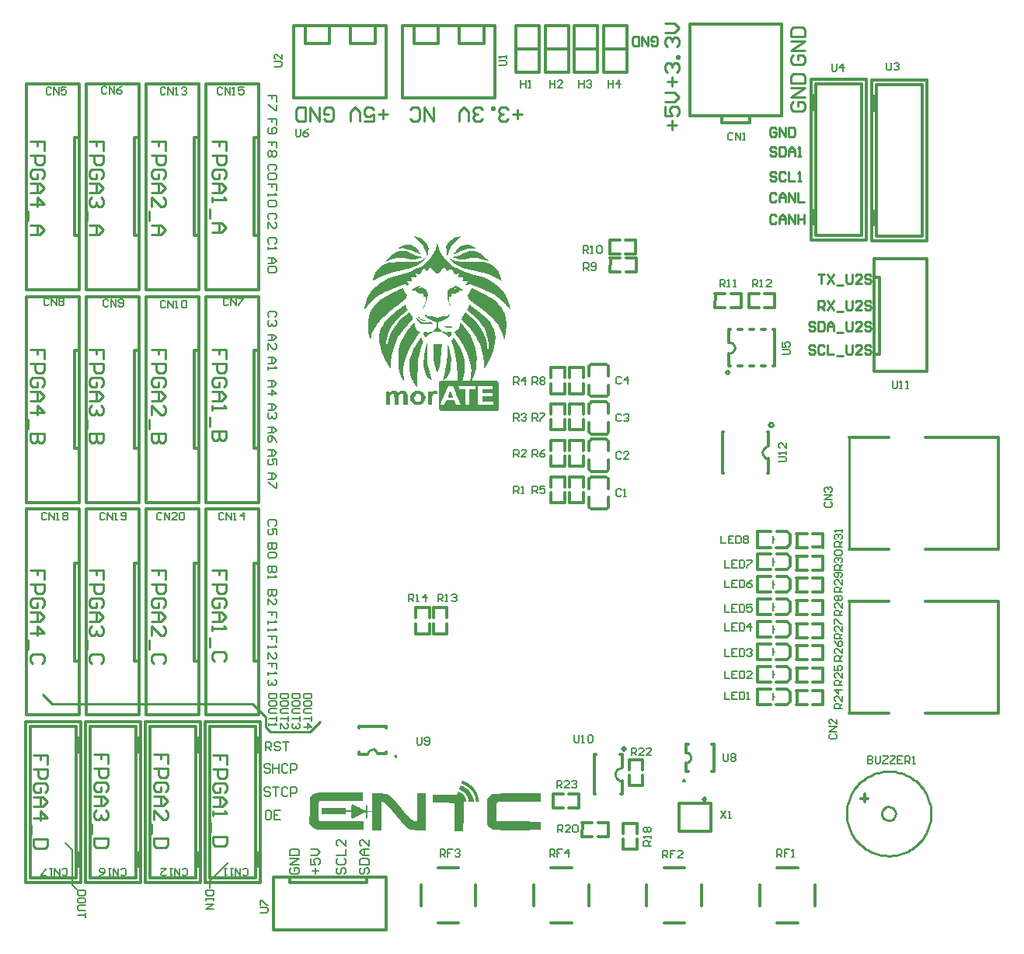
<source format=gto>
G04*
G04 #@! TF.GenerationSoftware,Altium Limited,Altium Designer,20.0.2 (26)*
G04*
G04 Layer_Color=65535*
%FSLAX25Y25*%
%MOIN*%
G70*
G01*
G75*
%ADD10C,0.01000*%
%ADD11C,0.00591*%
%ADD12C,0.01181*%
%ADD13C,0.00800*%
%ADD14C,0.01200*%
%ADD15C,0.00799*%
%ADD16C,0.01016*%
%ADD17C,0.00600*%
G36*
X193452Y-97279D02*
X193494Y-97280D01*
X193537Y-97281D01*
X193580Y-97283D01*
X193624Y-97286D01*
X193668Y-97290D01*
X193713Y-97294D01*
X193759Y-97299D01*
X193805Y-97305D01*
X193851Y-97311D01*
X193898Y-97318D01*
X193945Y-97326D01*
X193993Y-97334D01*
X194042Y-97343D01*
X194090Y-97353D01*
X194140Y-97364D01*
X194189Y-97375D01*
X194239Y-97386D01*
X194290Y-97399D01*
X194341Y-97412D01*
X194392Y-97426D01*
X194443Y-97440D01*
X194495Y-97455D01*
X194548Y-97471D01*
X194600Y-97487D01*
X194654Y-97504D01*
X194707Y-97522D01*
X194761Y-97540D01*
X194815Y-97558D01*
X194869Y-97578D01*
X194924Y-97598D01*
X194979Y-97619D01*
X195034Y-97640D01*
X195090Y-97662D01*
X195146Y-97684D01*
X195202Y-97707D01*
X195258Y-97731D01*
X195315Y-97755D01*
X195371Y-97780D01*
X195429Y-97806D01*
X195486Y-97832D01*
X195543Y-97858D01*
X195601Y-97886D01*
X195659Y-97913D01*
X195717Y-97942D01*
X195775Y-97970D01*
X195833Y-98000D01*
X195892Y-98030D01*
X195950Y-98061D01*
X196009Y-98092D01*
X196068Y-98124D01*
X196127Y-98156D01*
X196186Y-98189D01*
X196246Y-98222D01*
X196305Y-98256D01*
X196365Y-98290D01*
X196424Y-98325D01*
X196484Y-98360D01*
X196543Y-98396D01*
X196603Y-98433D01*
X196663Y-98470D01*
X196722Y-98507D01*
X196782Y-98545D01*
X196842Y-98584D01*
X197816Y-99216D01*
X196793Y-99074D01*
X195769Y-98931D01*
X194233Y-99166D01*
X192698Y-99400D01*
X190202Y-100549D01*
X189701Y-100778D01*
X189234Y-100989D01*
X188810Y-101178D01*
X188440Y-101339D01*
X188135Y-101468D01*
X187904Y-101561D01*
X187758Y-101615D01*
X187707Y-101623D01*
X187711Y-101595D01*
X187723Y-101558D01*
X187741Y-101514D01*
X187767Y-101463D01*
X187798Y-101405D01*
X187836Y-101340D01*
X187880Y-101270D01*
X187929Y-101195D01*
X187983Y-101114D01*
X188042Y-101029D01*
X188105Y-100940D01*
X188172Y-100848D01*
X188242Y-100752D01*
X188316Y-100654D01*
X188393Y-100554D01*
X188472Y-100452D01*
X188553Y-100349D01*
X188636Y-100246D01*
X188721Y-100141D01*
X188806Y-100037D01*
X188892Y-99934D01*
X188979Y-99832D01*
X189065Y-99731D01*
X189151Y-99632D01*
X189236Y-99536D01*
X189321Y-99443D01*
X189403Y-99353D01*
X189484Y-99267D01*
X189563Y-99185D01*
X189639Y-99108D01*
X189713Y-99036D01*
X189783Y-98970D01*
X190650Y-98168D01*
X191674Y-97726D01*
X192698Y-97284D01*
X193410Y-97279D01*
X193452Y-97279D01*
D02*
G37*
G36*
X168477Y-97355D02*
X169594Y-97459D01*
X170641Y-98144D01*
X171689Y-98828D01*
X172764Y-100133D01*
X172978Y-100397D01*
X173175Y-100646D01*
X173350Y-100874D01*
X173500Y-101077D01*
X173620Y-101248D01*
X173706Y-101381D01*
X173755Y-101471D01*
X173761Y-101513D01*
X173758Y-101514D01*
X173754Y-101515D01*
X173749Y-101516D01*
X173742Y-101515D01*
X173734Y-101514D01*
X173725Y-101513D01*
X173714Y-101511D01*
X173703Y-101508D01*
X173689Y-101504D01*
X173675Y-101500D01*
X173660Y-101496D01*
X173643Y-101490D01*
X173625Y-101485D01*
X173606Y-101478D01*
X173586Y-101471D01*
X173565Y-101464D01*
X173542Y-101456D01*
X173519Y-101447D01*
X173494Y-101438D01*
X173469Y-101429D01*
X173442Y-101419D01*
X173415Y-101408D01*
X173386Y-101397D01*
X173356Y-101385D01*
X173326Y-101373D01*
X173294Y-101361D01*
X173262Y-101348D01*
X173229Y-101334D01*
X173194Y-101320D01*
X173159Y-101306D01*
X173123Y-101291D01*
X173087Y-101276D01*
X173049Y-101260D01*
X173011Y-101244D01*
X172971Y-101227D01*
X172932Y-101210D01*
X172891Y-101193D01*
X172850Y-101175D01*
X172807Y-101157D01*
X172765Y-101139D01*
X172721Y-101120D01*
X172677Y-101101D01*
X172632Y-101081D01*
X172587Y-101061D01*
X172540Y-101041D01*
X172494Y-101020D01*
X172447Y-100999D01*
X172399Y-100978D01*
X172351Y-100956D01*
X172302Y-100934D01*
X172252Y-100912D01*
X172203Y-100890D01*
X172152Y-100867D01*
X172101Y-100844D01*
X172050Y-100821D01*
X171999Y-100797D01*
X171947Y-100774D01*
X171894Y-100749D01*
X171842Y-100725D01*
X171789Y-100701D01*
X171735Y-100676D01*
X171681Y-100651D01*
X171627Y-100626D01*
X171573Y-100601D01*
X169462Y-99613D01*
X167644Y-99258D01*
X165825Y-98903D01*
X164802Y-99040D01*
X163778Y-99177D01*
X164290Y-98794D01*
X164318Y-98774D01*
X164348Y-98752D01*
X164382Y-98729D01*
X164419Y-98705D01*
X164458Y-98680D01*
X164499Y-98655D01*
X164543Y-98628D01*
X164589Y-98600D01*
X164638Y-98571D01*
X164688Y-98542D01*
X164741Y-98512D01*
X164795Y-98481D01*
X164850Y-98450D01*
X164908Y-98418D01*
X164967Y-98386D01*
X165027Y-98353D01*
X165089Y-98321D01*
X165151Y-98288D01*
X165215Y-98254D01*
X165279Y-98221D01*
X165345Y-98187D01*
X165410Y-98154D01*
X165477Y-98120D01*
X165544Y-98087D01*
X165611Y-98054D01*
X165679Y-98021D01*
X165746Y-97988D01*
X165814Y-97956D01*
X165881Y-97924D01*
X165948Y-97893D01*
X166015Y-97862D01*
X166081Y-97832D01*
X167361Y-97252D01*
X168477Y-97355D01*
D02*
G37*
G36*
X171213Y-93837D02*
X171253Y-93846D01*
X171296Y-93856D01*
X171342Y-93867D01*
X171389Y-93880D01*
X171439Y-93893D01*
X171491Y-93907D01*
X171546Y-93922D01*
X171601Y-93938D01*
X171659Y-93955D01*
X171719Y-93973D01*
X171779Y-93991D01*
X171842Y-94010D01*
X171905Y-94030D01*
X171969Y-94050D01*
X172035Y-94071D01*
X172101Y-94093D01*
X172168Y-94115D01*
X172236Y-94137D01*
X172304Y-94160D01*
X172373Y-94183D01*
X172442Y-94206D01*
X172511Y-94230D01*
X172579Y-94254D01*
X172648Y-94279D01*
X172717Y-94303D01*
X172785Y-94327D01*
X172852Y-94352D01*
X172919Y-94377D01*
X172985Y-94402D01*
X173050Y-94426D01*
X173114Y-94451D01*
X173177Y-94475D01*
X174387Y-94947D01*
X175401Y-95970D01*
X176414Y-96992D01*
X176714Y-98026D01*
X177015Y-99059D01*
X176873Y-100342D01*
X176732Y-101625D01*
X176461Y-101877D01*
X176190Y-102129D01*
Y-101518D01*
Y-100907D01*
X175255Y-99168D01*
X174319Y-97428D01*
X172389Y-95549D01*
X170458Y-93671D01*
X171213Y-93837D01*
D02*
G37*
G36*
X190757Y-93850D02*
X190760Y-93853D01*
X190761Y-93857D01*
X190760Y-93862D01*
X190759Y-93868D01*
X190756Y-93875D01*
X190753Y-93884D01*
X190748Y-93893D01*
X190742Y-93903D01*
X190735Y-93915D01*
X190727Y-93927D01*
X190718Y-93941D01*
X190708Y-93955D01*
X190697Y-93970D01*
X190685Y-93986D01*
X190672Y-94004D01*
X190658Y-94022D01*
X190642Y-94041D01*
X190626Y-94060D01*
X190609Y-94081D01*
X190591Y-94103D01*
X190572Y-94125D01*
X190552Y-94148D01*
X190532Y-94172D01*
X190510Y-94197D01*
X190488Y-94222D01*
X190464Y-94249D01*
X190440Y-94276D01*
X190415Y-94304D01*
X190389Y-94332D01*
X190362Y-94361D01*
X190335Y-94391D01*
X190307Y-94422D01*
X190278Y-94453D01*
X190248Y-94485D01*
X190217Y-94517D01*
X190186Y-94551D01*
X190154Y-94584D01*
X190122Y-94618D01*
X190088Y-94653D01*
X190054Y-94689D01*
X190020Y-94725D01*
X189985Y-94761D01*
X189949Y-94798D01*
X189912Y-94836D01*
X189875Y-94874D01*
X189837Y-94912D01*
X189799Y-94951D01*
X189760Y-94990D01*
X189721Y-95030D01*
X189681Y-95070D01*
X189640Y-95111D01*
X189599Y-95152D01*
X189558Y-95193D01*
X189516Y-95235D01*
X189473Y-95277D01*
X189431Y-95319D01*
X189387Y-95362D01*
X189344Y-95404D01*
X189299Y-95448D01*
X189255Y-95491D01*
X189210Y-95535D01*
X189165Y-95579D01*
X189119Y-95623D01*
X189073Y-95667D01*
X187282Y-97392D01*
X186627Y-98463D01*
X186593Y-98520D01*
X186559Y-98577D01*
X186524Y-98637D01*
X186489Y-98698D01*
X186454Y-98760D01*
X186419Y-98824D01*
X186384Y-98889D01*
X186349Y-98954D01*
X186314Y-99021D01*
X186279Y-99088D01*
X186244Y-99156D01*
X186210Y-99224D01*
X186176Y-99293D01*
X186142Y-99362D01*
X186108Y-99431D01*
X186075Y-99499D01*
X186043Y-99568D01*
X186012Y-99637D01*
X185981Y-99704D01*
X185951Y-99772D01*
X185921Y-99838D01*
X185892Y-99904D01*
X185865Y-99969D01*
X185838Y-100032D01*
X185813Y-100095D01*
X185788Y-100156D01*
X185765Y-100215D01*
X185743Y-100273D01*
X185722Y-100330D01*
X185703Y-100384D01*
X185685Y-100436D01*
X185669Y-100487D01*
X185605Y-100685D01*
X185540Y-100884D01*
X185476Y-101079D01*
X185414Y-101264D01*
X185357Y-101433D01*
X185306Y-101582D01*
X185263Y-101704D01*
X185229Y-101795D01*
X185093Y-102152D01*
X184882Y-101676D01*
X184672Y-101200D01*
X184654Y-99669D01*
X184636Y-98138D01*
X185186Y-97080D01*
X185737Y-96023D01*
X186860Y-95280D01*
X187983Y-94537D01*
X189317Y-94147D01*
X189587Y-94070D01*
X189843Y-94003D01*
X190079Y-93945D01*
X190290Y-93899D01*
X190469Y-93865D01*
X190611Y-93844D01*
X190709Y-93839D01*
X190757Y-93850D01*
D02*
G37*
G36*
X166465Y-100067D02*
X167361Y-100194D01*
X169469Y-101128D01*
X171577Y-102062D01*
X173180Y-102371D01*
X174783Y-102680D01*
X173028Y-103190D01*
X171274Y-103699D01*
X170213Y-103697D01*
X169152Y-103694D01*
X167745Y-103342D01*
X166337Y-102991D01*
X165058Y-102994D01*
X165022Y-102994D01*
X164986Y-102994D01*
X164950Y-102994D01*
X164915Y-102995D01*
X164879Y-102995D01*
X164844Y-102996D01*
X164809Y-102996D01*
X164775Y-102997D01*
X164740Y-102998D01*
X164706Y-102999D01*
X164671Y-102999D01*
X164637Y-103000D01*
X164603Y-103002D01*
X164569Y-103003D01*
X164536Y-103004D01*
X164502Y-103006D01*
X164469Y-103007D01*
X164436Y-103008D01*
X164402Y-103010D01*
X164369Y-103012D01*
X164336Y-103014D01*
X164303Y-103016D01*
X164270Y-103018D01*
X164238Y-103020D01*
X164205Y-103022D01*
X164172Y-103025D01*
X164140Y-103027D01*
X164107Y-103030D01*
X164075Y-103032D01*
X164042Y-103035D01*
X164010Y-103038D01*
X163978Y-103041D01*
X163946Y-103044D01*
X163913Y-103048D01*
X163881Y-103051D01*
X163849Y-103054D01*
X163817Y-103058D01*
X163785Y-103061D01*
X163753Y-103065D01*
X163721Y-103069D01*
X163688Y-103073D01*
X163656Y-103077D01*
X163624Y-103082D01*
X163592Y-103086D01*
X163559Y-103091D01*
X163527Y-103095D01*
X163495Y-103100D01*
X163463Y-103105D01*
X163430Y-103110D01*
X163398Y-103115D01*
X163365Y-103121D01*
X163332Y-103126D01*
X163300Y-103132D01*
X163267Y-103138D01*
X163234Y-103143D01*
X163201Y-103149D01*
X163168Y-103156D01*
X163135Y-103162D01*
X163102Y-103168D01*
X163069Y-103175D01*
X163035Y-103182D01*
X163002Y-103188D01*
X162968Y-103195D01*
X162934Y-103202D01*
X162900Y-103210D01*
X162866Y-103217D01*
X162832Y-103225D01*
X162798Y-103233D01*
X162763Y-103241D01*
X162728Y-103249D01*
X162694Y-103257D01*
X162659Y-103265D01*
X162623Y-103274D01*
X162588Y-103282D01*
X162552Y-103291D01*
X162516Y-103300D01*
X162480Y-103309D01*
X162444Y-103319D01*
X162408Y-103328D01*
X162371Y-103338D01*
X162335Y-103348D01*
X162297Y-103358D01*
X162260Y-103368D01*
X162223Y-103378D01*
X162185Y-103389D01*
X162147Y-103399D01*
X162109Y-103410D01*
X162070Y-103421D01*
X162031Y-103432D01*
X161992Y-103444D01*
X161953Y-103455D01*
X161913Y-103467D01*
X161873Y-103479D01*
X161833Y-103491D01*
X161793Y-103503D01*
X161752Y-103515D01*
X161711Y-103528D01*
X161669Y-103541D01*
X161627Y-103554D01*
X161585Y-103567D01*
X161543Y-103580D01*
X161500Y-103594D01*
X161457Y-103608D01*
X161414Y-103622D01*
X161370Y-103636D01*
X161326Y-103650D01*
X161282Y-103665D01*
X161237Y-103679D01*
X161192Y-103694D01*
X161146Y-103709D01*
X161100Y-103725D01*
X161054Y-103740D01*
X161007Y-103756D01*
X160960Y-103772D01*
X160912Y-103788D01*
X160864Y-103804D01*
X160816Y-103821D01*
X160767Y-103838D01*
X160718Y-103855D01*
X160668Y-103872D01*
X160618Y-103889D01*
X160568Y-103907D01*
X160517Y-103925D01*
X160466Y-103943D01*
X160414Y-103961D01*
X160361Y-103979D01*
X160309Y-103998D01*
X160255Y-104017D01*
X158524Y-104632D01*
X158759Y-104224D01*
X158779Y-104192D01*
X158802Y-104157D01*
X158828Y-104120D01*
X158858Y-104081D01*
X158890Y-104040D01*
X158926Y-103997D01*
X158964Y-103951D01*
X159006Y-103904D01*
X159050Y-103855D01*
X159097Y-103804D01*
X159146Y-103751D01*
X159198Y-103697D01*
X159252Y-103641D01*
X159308Y-103584D01*
X159367Y-103525D01*
X159427Y-103465D01*
X159490Y-103404D01*
X159554Y-103342D01*
X159620Y-103279D01*
X159688Y-103215D01*
X159758Y-103150D01*
X159828Y-103085D01*
X159901Y-103018D01*
X159974Y-102951D01*
X160049Y-102884D01*
X160125Y-102816D01*
X160201Y-102748D01*
X160279Y-102679D01*
X160357Y-102611D01*
X160436Y-102542D01*
X160516Y-102473D01*
X160596Y-102404D01*
X160676Y-102336D01*
X160757Y-102268D01*
X160838Y-102200D01*
X160919Y-102132D01*
X161000Y-102065D01*
X161080Y-101999D01*
X161161Y-101933D01*
X161241Y-101868D01*
X161321Y-101804D01*
X161400Y-101741D01*
X161479Y-101679D01*
X161557Y-101618D01*
X161635Y-101558D01*
X161711Y-101499D01*
X161786Y-101442D01*
X161860Y-101386D01*
X161933Y-101332D01*
X162005Y-101279D01*
X162075Y-101228D01*
X162144Y-101179D01*
X162211Y-101131D01*
X162277Y-101086D01*
X162341Y-101042D01*
X162402Y-101001D01*
X162462Y-100962D01*
X162520Y-100925D01*
X162576Y-100890D01*
X162629Y-100858D01*
X162680Y-100828D01*
X162728Y-100801D01*
X162774Y-100777D01*
X162817Y-100756D01*
X162860Y-100735D01*
X162905Y-100715D01*
X162952Y-100694D01*
X163001Y-100672D01*
X163051Y-100651D01*
X163103Y-100630D01*
X163156Y-100608D01*
X163210Y-100587D01*
X163266Y-100565D01*
X163323Y-100543D01*
X163380Y-100522D01*
X163439Y-100500D01*
X163498Y-100479D01*
X163557Y-100458D01*
X163618Y-100437D01*
X163678Y-100416D01*
X163739Y-100396D01*
X163800Y-100376D01*
X163860Y-100356D01*
X163921Y-100337D01*
X163982Y-100318D01*
X164042Y-100300D01*
X164102Y-100282D01*
X164161Y-100265D01*
X164220Y-100248D01*
X164277Y-100232D01*
X164334Y-100217D01*
X164390Y-100202D01*
X164445Y-100189D01*
X164498Y-100175D01*
X164551Y-100163D01*
X164601Y-100152D01*
X165569Y-99941D01*
X166465Y-100067D01*
D02*
G37*
G36*
X196409Y-100059D02*
X196456Y-100066D01*
X196506Y-100074D01*
X196558Y-100083D01*
X196612Y-100093D01*
X196668Y-100104D01*
X196725Y-100116D01*
X196785Y-100129D01*
X196846Y-100144D01*
X196908Y-100159D01*
X196972Y-100175D01*
X197036Y-100192D01*
X197102Y-100209D01*
X197169Y-100228D01*
X197236Y-100247D01*
X197304Y-100267D01*
X197373Y-100287D01*
X197442Y-100308D01*
X197511Y-100330D01*
X197581Y-100352D01*
X197650Y-100374D01*
X197719Y-100398D01*
X197788Y-100421D01*
X197857Y-100445D01*
X197925Y-100469D01*
X197992Y-100494D01*
X198059Y-100518D01*
X198124Y-100543D01*
X198189Y-100568D01*
X198252Y-100593D01*
X198314Y-100619D01*
X198375Y-100644D01*
X198434Y-100669D01*
X199563Y-101161D01*
X201222Y-102674D01*
X201553Y-102980D01*
X201856Y-103270D01*
X202126Y-103538D01*
X202356Y-103777D01*
X202539Y-103980D01*
X202671Y-104140D01*
X202744Y-104251D01*
X202751Y-104306D01*
X202747Y-104309D01*
X202742Y-104312D01*
X202735Y-104313D01*
X202726Y-104315D01*
X202716Y-104316D01*
X202705Y-104316D01*
X202692D01*
X202678Y-104316D01*
X202663Y-104315D01*
X202646Y-104313D01*
X202628Y-104312D01*
X202609Y-104309D01*
X202588Y-104307D01*
X202566Y-104304D01*
X202543Y-104300D01*
X202519Y-104296D01*
X202493Y-104292D01*
X202467Y-104287D01*
X202439Y-104282D01*
X202410Y-104276D01*
X202380Y-104270D01*
X202349Y-104264D01*
X202316Y-104257D01*
X202283Y-104250D01*
X202249Y-104242D01*
X202213Y-104234D01*
X202177Y-104226D01*
X202140Y-104218D01*
X202101Y-104209D01*
X202062Y-104199D01*
X202022Y-104190D01*
X201981Y-104180D01*
X201939Y-104169D01*
X201896Y-104158D01*
X201852Y-104147D01*
X201808Y-104136D01*
X201763Y-104124D01*
X201717Y-104112D01*
X201670Y-104100D01*
X201622Y-104087D01*
X201574Y-104075D01*
X201525Y-104061D01*
X201476Y-104048D01*
X201425Y-104034D01*
X201374Y-104020D01*
X201323Y-104006D01*
X201271Y-103991D01*
X201218Y-103976D01*
X201164Y-103961D01*
X201111Y-103946D01*
X201056Y-103930D01*
X201001Y-103914D01*
X200946Y-103898D01*
X200890Y-103882D01*
X200834Y-103865D01*
X200777Y-103848D01*
X200720Y-103831D01*
X200662Y-103814D01*
X200604Y-103796D01*
X200546Y-103779D01*
X200487Y-103761D01*
X200428Y-103743D01*
X200369Y-103724D01*
X200309Y-103706D01*
X197997Y-102985D01*
X196627Y-102988D01*
X195257Y-102991D01*
X193850Y-103342D01*
X192442Y-103694D01*
X191381Y-103697D01*
X190321Y-103699D01*
X188566Y-103185D01*
X186811Y-102670D01*
X188464Y-102349D01*
X190117Y-102028D01*
X191846Y-101196D01*
X191936Y-101153D01*
X192027Y-101110D01*
X192120Y-101067D01*
X192213Y-101024D01*
X192307Y-100982D01*
X192403Y-100939D01*
X192498Y-100897D01*
X192594Y-100856D01*
X192690Y-100815D01*
X192786Y-100774D01*
X192882Y-100734D01*
X192977Y-100695D01*
X193072Y-100656D01*
X193166Y-100619D01*
X193260Y-100582D01*
X193352Y-100546D01*
X193443Y-100511D01*
X193533Y-100477D01*
X193621Y-100444D01*
X193707Y-100413D01*
X193791Y-100382D01*
X193874Y-100353D01*
X193954Y-100326D01*
X194031Y-100300D01*
X194106Y-100275D01*
X194179Y-100252D01*
X194248Y-100231D01*
X194314Y-100212D01*
X194377Y-100194D01*
X194436Y-100178D01*
X194492Y-100164D01*
X194544Y-100152D01*
X195513Y-99941D01*
X196409Y-100059D01*
D02*
G37*
G36*
X175110Y-103960D02*
X175076Y-104002D01*
X175040Y-104045D01*
X175003Y-104088D01*
X174965Y-104132D01*
X174925Y-104176D01*
X174884Y-104220D01*
X174841Y-104265D01*
X174797Y-104310D01*
X174752Y-104355D01*
X174706Y-104401D01*
X174658Y-104446D01*
X174609Y-104492D01*
X174558Y-104539D01*
X174507Y-104585D01*
X174454Y-104632D01*
X174401Y-104679D01*
X174346Y-104726D01*
X174290Y-104774D01*
X174232Y-104821D01*
X174174Y-104869D01*
X174115Y-104917D01*
X174055Y-104965D01*
X173993Y-105013D01*
X173931Y-105061D01*
X173868Y-105109D01*
X173803Y-105157D01*
X173738Y-105206D01*
X173672Y-105254D01*
X173605Y-105302D01*
X173537Y-105351D01*
X173468Y-105399D01*
X173398Y-105447D01*
X173328Y-105496D01*
X173257Y-105544D01*
X173185Y-105592D01*
X173112Y-105640D01*
X173038Y-105689D01*
X172964Y-105736D01*
X172889Y-105784D01*
X172813Y-105832D01*
X172737Y-105880D01*
X172660Y-105927D01*
X172583Y-105974D01*
X172504Y-106021D01*
X172426Y-106068D01*
X172346Y-106115D01*
X172266Y-106161D01*
X172186Y-106208D01*
X172105Y-106254D01*
X172024Y-106299D01*
X171942Y-106345D01*
X171860Y-106390D01*
X171777Y-106435D01*
X171694Y-106479D01*
X171610Y-106523D01*
X171527Y-106567D01*
X171442Y-106610D01*
X171358Y-106653D01*
X171273Y-106696D01*
X171188Y-106738D01*
X171103Y-106780D01*
X171017Y-106822D01*
X170931Y-106863D01*
X170845Y-106903D01*
X169467Y-107548D01*
X166623Y-108140D01*
X166549Y-108155D01*
X166474Y-108171D01*
X166398Y-108187D01*
X166321Y-108203D01*
X166243Y-108220D01*
X166164Y-108236D01*
X166085Y-108254D01*
X166004Y-108271D01*
X165923Y-108288D01*
X165841Y-108306D01*
X165758Y-108324D01*
X165675Y-108343D01*
X165591Y-108361D01*
X165507Y-108380D01*
X165422Y-108398D01*
X165336Y-108417D01*
X165251Y-108437D01*
X165164Y-108456D01*
X165077Y-108475D01*
X164990Y-108495D01*
X164903Y-108515D01*
X164816Y-108534D01*
X164728Y-108554D01*
X164640Y-108574D01*
X164552Y-108594D01*
X164464Y-108615D01*
X164376Y-108635D01*
X164288Y-108655D01*
X164200Y-108676D01*
X164112Y-108696D01*
X164024Y-108716D01*
X163937Y-108737D01*
X163850Y-108757D01*
X163762Y-108777D01*
X163676Y-108798D01*
X163589Y-108818D01*
X163503Y-108839D01*
X163417Y-108859D01*
X163332Y-108879D01*
X163248Y-108899D01*
X163163Y-108920D01*
X163080Y-108940D01*
X162997Y-108960D01*
X162915Y-108979D01*
X162833Y-108999D01*
X162752Y-109019D01*
X162672Y-109038D01*
X162593Y-109058D01*
X162515Y-109077D01*
X162438Y-109096D01*
X162361Y-109115D01*
X162286Y-109134D01*
X162212Y-109152D01*
X162138Y-109171D01*
X162066Y-109189D01*
X161995Y-109207D01*
X161925Y-109224D01*
X161857Y-109242D01*
X161790Y-109259D01*
X161724Y-109276D01*
X161659Y-109293D01*
X161596Y-109309D01*
X161535Y-109326D01*
X161475Y-109341D01*
X159171Y-109951D01*
X157124Y-110847D01*
X157018Y-110893D01*
X156910Y-110941D01*
X156801Y-110990D01*
X156692Y-111039D01*
X156582Y-111090D01*
X156472Y-111141D01*
X156361Y-111192D01*
X156251Y-111244D01*
X156140Y-111296D01*
X156030Y-111349D01*
X155920Y-111402D01*
X155811Y-111455D01*
X155703Y-111507D01*
X155597Y-111560D01*
X155491Y-111612D01*
X155387Y-111664D01*
X155285Y-111716D01*
X155184Y-111767D01*
X155086Y-111818D01*
X154990Y-111867D01*
X154896Y-111916D01*
X154805Y-111964D01*
X154717Y-112012D01*
X154632Y-112057D01*
X154551Y-112102D01*
X154472Y-112146D01*
X154398Y-112188D01*
X154327Y-112228D01*
X154261Y-112267D01*
X154198Y-112304D01*
X154140Y-112340D01*
X154087Y-112373D01*
X153886Y-112498D01*
X153694Y-112611D01*
X153516Y-112709D01*
X153357Y-112790D01*
X153220Y-112853D01*
X153110Y-112894D01*
X153033Y-112913D01*
X152991Y-112906D01*
X152989Y-112903D01*
X152987Y-112898D01*
X152985Y-112892D01*
X152984Y-112885D01*
X152984Y-112877D01*
X152984Y-112867D01*
X152985Y-112856D01*
X152986Y-112844D01*
X152988Y-112831D01*
X152990Y-112816D01*
X152993Y-112801D01*
X152996Y-112784D01*
X153000Y-112766D01*
X153004Y-112747D01*
X153008Y-112726D01*
X153013Y-112705D01*
X153019Y-112683D01*
X153025Y-112659D01*
X153031Y-112635D01*
X153038Y-112609D01*
X153045Y-112583D01*
X153053Y-112555D01*
X153061Y-112527D01*
X153070Y-112497D01*
X153079Y-112467D01*
X153088Y-112436D01*
X153098Y-112404D01*
X153108Y-112371D01*
X153119Y-112337D01*
X153129Y-112302D01*
X153141Y-112267D01*
X153152Y-112230D01*
X153164Y-112193D01*
X153177Y-112155D01*
X153190Y-112117D01*
X153203Y-112077D01*
X153216Y-112037D01*
X153230Y-111996D01*
X153244Y-111955D01*
X153259Y-111912D01*
X153273Y-111870D01*
X153288Y-111826D01*
X153304Y-111782D01*
X153319Y-111737D01*
X153335Y-111692D01*
X153352Y-111646D01*
X153368Y-111600D01*
X153385Y-111553D01*
X153402Y-111505D01*
X153420Y-111457D01*
X153437Y-111409D01*
X153455Y-111360D01*
X153473Y-111311D01*
X153492Y-111261D01*
X153510Y-111211D01*
X153530Y-111160D01*
X153549Y-111109D01*
X153568Y-111058D01*
X153588Y-111006D01*
X153607Y-110954D01*
X153627Y-110902D01*
X153648Y-110849D01*
X153668Y-110797D01*
X153689Y-110743D01*
X154492Y-108679D01*
X155739Y-107411D01*
X156985Y-106142D01*
X158334Y-105582D01*
X159683Y-105022D01*
X165953Y-104874D01*
X172223Y-104726D01*
X173423Y-104314D01*
X173547Y-104271D01*
X173671Y-104225D01*
X173793Y-104177D01*
X173913Y-104128D01*
X174031Y-104077D01*
X174145Y-104026D01*
X174255Y-103975D01*
X174360Y-103924D01*
X174459Y-103873D01*
X174551Y-103823D01*
X174637Y-103774D01*
X174714Y-103727D01*
X174782Y-103682D01*
X174841Y-103640D01*
X174889Y-103600D01*
X174926Y-103563D01*
X174992Y-103495D01*
X175062Y-103431D01*
X175135Y-103373D01*
X175209Y-103323D01*
X175280Y-103281D01*
X175348Y-103250D01*
X175409Y-103230D01*
X175462Y-103223D01*
X175694D01*
X175110Y-103960D01*
D02*
G37*
G36*
X186103Y-103253D02*
X186116Y-103255D01*
X186131Y-103258D01*
X186146Y-103263D01*
X186163Y-103268D01*
X186181Y-103275D01*
X186200Y-103282D01*
X186221Y-103291D01*
X186242Y-103301D01*
X186265Y-103311D01*
X186289Y-103323D01*
X186314Y-103336D01*
X186341Y-103350D01*
X186369Y-103366D01*
X186398Y-103382D01*
X186428Y-103399D01*
X186459Y-103418D01*
X186492Y-103437D01*
X186526Y-103458D01*
X186561Y-103480D01*
X186597Y-103503D01*
X186635Y-103526D01*
X186673Y-103551D01*
X186713Y-103577D01*
X186755Y-103604D01*
X186797Y-103633D01*
X186841Y-103662D01*
X186886Y-103692D01*
X187579Y-104161D01*
X189105Y-104525D01*
X190630Y-104889D01*
X200935D01*
X202433Y-105368D01*
X202524Y-105398D01*
X202613Y-105426D01*
X202699Y-105455D01*
X202784Y-105483D01*
X202867Y-105510D01*
X202948Y-105538D01*
X203027Y-105565D01*
X203104Y-105592D01*
X203180Y-105619D01*
X203254Y-105646D01*
X203326Y-105672D01*
X203397Y-105699D01*
X203466Y-105725D01*
X203533Y-105752D01*
X203600Y-105778D01*
X203665Y-105805D01*
X203728Y-105831D01*
X203790Y-105858D01*
X203851Y-105885D01*
X203911Y-105912D01*
X203970Y-105939D01*
X204027Y-105966D01*
X204084Y-105994D01*
X204139Y-106022D01*
X204194Y-106050D01*
X204248Y-106079D01*
X204301Y-106108D01*
X204353Y-106137D01*
X204404Y-106167D01*
X204455Y-106198D01*
X204505Y-106229D01*
X204554Y-106260D01*
X204603Y-106292D01*
X204651Y-106325D01*
X204699Y-106358D01*
X204747Y-106392D01*
X204794Y-106427D01*
X204841Y-106462D01*
X204887Y-106499D01*
X204934Y-106536D01*
X204980Y-106574D01*
X205026Y-106612D01*
X205072Y-106652D01*
X205118Y-106693D01*
X205164Y-106734D01*
X205210Y-106777D01*
X205257Y-106820D01*
X205303Y-106865D01*
X205350Y-106911D01*
X205397Y-106957D01*
X205444Y-107005D01*
X205492Y-107054D01*
X205540Y-107105D01*
X205589Y-107157D01*
X205638Y-107209D01*
X205688Y-107264D01*
X205738Y-107319D01*
X205789Y-107376D01*
X205841Y-107434D01*
X205894Y-107494D01*
X205947Y-107555D01*
X206001Y-107618D01*
X206057Y-107683D01*
X206113Y-107748D01*
X207121Y-108934D01*
X207620Y-110184D01*
X207672Y-110316D01*
X207724Y-110452D01*
X207776Y-110591D01*
X207829Y-110733D01*
X207880Y-110877D01*
X207931Y-111020D01*
X207980Y-111163D01*
X208028Y-111304D01*
X208073Y-111443D01*
X208117Y-111577D01*
X208157Y-111707D01*
X208195Y-111830D01*
X208229Y-111946D01*
X208259Y-112055D01*
X208285Y-112154D01*
X208307Y-112243D01*
X208495Y-113051D01*
X207762Y-112570D01*
X207743Y-112557D01*
X207722Y-112544D01*
X207700Y-112530D01*
X207677Y-112516D01*
X207653Y-112501D01*
X207627Y-112486D01*
X207601Y-112470D01*
X207573Y-112454D01*
X207545Y-112437D01*
X207515Y-112420D01*
X207484Y-112402D01*
X207453Y-112384D01*
X207420Y-112365D01*
X207386Y-112347D01*
X207352Y-112327D01*
X207316Y-112308D01*
X207280Y-112288D01*
X207243Y-112267D01*
X207205Y-112246D01*
X207166Y-112225D01*
X207126Y-112204D01*
X207086Y-112182D01*
X207045Y-112160D01*
X207003Y-112138D01*
X206960Y-112115D01*
X206917Y-112092D01*
X206873Y-112069D01*
X206828Y-112046D01*
X206783Y-112022D01*
X206737Y-111998D01*
X206691Y-111974D01*
X206644Y-111950D01*
X206596Y-111925D01*
X206548Y-111900D01*
X206500Y-111876D01*
X206451Y-111851D01*
X206401Y-111826D01*
X206351Y-111800D01*
X206301Y-111775D01*
X206251Y-111749D01*
X206200Y-111724D01*
X206148Y-111698D01*
X206097Y-111672D01*
X206045Y-111647D01*
X205993Y-111621D01*
X205941Y-111595D01*
X205888Y-111569D01*
X205835Y-111543D01*
X205782Y-111517D01*
X205729Y-111491D01*
X205676Y-111465D01*
X205623Y-111439D01*
X205569Y-111413D01*
X205516Y-111388D01*
X205462Y-111362D01*
X205409Y-111336D01*
X205355Y-111310D01*
X205302Y-111285D01*
X205248Y-111259D01*
X205195Y-111234D01*
X205141Y-111209D01*
X205088Y-111184D01*
X205035Y-111159D01*
X204982Y-111135D01*
X202935Y-110181D01*
X200362Y-109443D01*
X200295Y-109424D01*
X200227Y-109405D01*
X200157Y-109385D01*
X200087Y-109366D01*
X200015Y-109346D01*
X199942Y-109326D01*
X199868Y-109306D01*
X199793Y-109285D01*
X199717Y-109265D01*
X199641Y-109244D01*
X199563Y-109223D01*
X199484Y-109203D01*
X199405Y-109182D01*
X199325Y-109161D01*
X199244Y-109140D01*
X199162Y-109119D01*
X199080Y-109098D01*
X198997Y-109076D01*
X198914Y-109055D01*
X198830Y-109034D01*
X198746Y-109012D01*
X198661Y-108991D01*
X198576Y-108970D01*
X198490Y-108949D01*
X198404Y-108927D01*
X198318Y-108906D01*
X198231Y-108885D01*
X198145Y-108864D01*
X198058Y-108843D01*
X197971Y-108822D01*
X197884Y-108801D01*
X197797Y-108780D01*
X197710Y-108759D01*
X197624Y-108739D01*
X197537Y-108718D01*
X197450Y-108698D01*
X197363Y-108678D01*
X197277Y-108658D01*
X197191Y-108638D01*
X197105Y-108618D01*
X197020Y-108598D01*
X196935Y-108579D01*
X196850Y-108560D01*
X196766Y-108541D01*
X196683Y-108522D01*
X196599Y-108504D01*
X196517Y-108485D01*
X196435Y-108467D01*
X196354Y-108450D01*
X196273Y-108432D01*
X196194Y-108415D01*
X196115Y-108398D01*
X196037Y-108381D01*
X195959Y-108365D01*
X195883Y-108349D01*
X195808Y-108333D01*
X195733Y-108318D01*
X195660Y-108303D01*
X195588Y-108288D01*
X195516Y-108274D01*
X195446Y-108260D01*
X195378Y-108247D01*
X195310Y-108234D01*
X195244Y-108221D01*
X192698Y-107736D01*
X190906Y-106937D01*
X190805Y-106892D01*
X190705Y-106846D01*
X190605Y-106801D01*
X190507Y-106755D01*
X190409Y-106710D01*
X190313Y-106664D01*
X190217Y-106618D01*
X190122Y-106572D01*
X190029Y-106526D01*
X189936Y-106480D01*
X189844Y-106434D01*
X189753Y-106388D01*
X189663Y-106341D01*
X189574Y-106295D01*
X189486Y-106249D01*
X189399Y-106202D01*
X189313Y-106156D01*
X189228Y-106109D01*
X189144Y-106063D01*
X189061Y-106016D01*
X188979Y-105970D01*
X188898Y-105923D01*
X188818Y-105876D01*
X188739Y-105829D01*
X188661Y-105782D01*
X188584Y-105736D01*
X188508Y-105689D01*
X188433Y-105642D01*
X188359Y-105595D01*
X188287Y-105548D01*
X188215Y-105501D01*
X188144Y-105454D01*
X188074Y-105408D01*
X188005Y-105360D01*
X187938Y-105314D01*
X187871Y-105267D01*
X187805Y-105220D01*
X187741Y-105173D01*
X187677Y-105126D01*
X187615Y-105079D01*
X187553Y-105032D01*
X187493Y-104985D01*
X187434Y-104938D01*
X187376Y-104891D01*
X187319Y-104844D01*
X187263Y-104797D01*
X187208Y-104750D01*
X187154Y-104703D01*
X187101Y-104657D01*
X187049Y-104610D01*
X186999Y-104563D01*
X186950Y-104516D01*
X186901Y-104470D01*
X186854Y-104423D01*
X186808Y-104376D01*
X186763Y-104330D01*
X186719Y-104283D01*
X186676Y-104236D01*
X186635Y-104190D01*
X186594Y-104144D01*
X186555Y-104097D01*
X186517Y-104051D01*
X186480Y-104005D01*
X186444Y-103958D01*
X186414Y-103919D01*
X186385Y-103881D01*
X186357Y-103844D01*
X186330Y-103808D01*
X186305Y-103773D01*
X186281Y-103739D01*
X186258Y-103707D01*
X186236Y-103675D01*
X186215Y-103645D01*
X186195Y-103616D01*
X186176Y-103588D01*
X186159Y-103561D01*
X186143Y-103535D01*
X186128Y-103511D01*
X186114Y-103487D01*
X186101Y-103465D01*
X186089Y-103444D01*
X186079Y-103424D01*
X186070Y-103405D01*
X186061Y-103387D01*
X186054Y-103370D01*
X186048Y-103354D01*
X186044Y-103340D01*
X186040Y-103326D01*
X186038Y-103314D01*
X186037Y-103303D01*
X186037Y-103293D01*
X186038Y-103284D01*
X186041Y-103276D01*
X186045Y-103269D01*
X186049Y-103264D01*
X186055Y-103259D01*
X186063Y-103256D01*
X186071Y-103253D01*
X186081Y-103252D01*
X186091Y-103252D01*
X186103Y-103253D01*
D02*
G37*
G36*
X188509Y-115123D02*
X188535Y-115125D01*
X188563Y-115127D01*
X188591Y-115130D01*
X188620Y-115135D01*
X188651Y-115139D01*
X188682Y-115145D01*
X188714Y-115152D01*
X188748Y-115159D01*
X188782Y-115167D01*
X188818Y-115177D01*
X188854Y-115187D01*
X188891Y-115197D01*
X188929Y-115209D01*
X188969Y-115221D01*
X189009Y-115235D01*
X189050Y-115249D01*
X189092Y-115264D01*
X189135Y-115279D01*
X189178Y-115296D01*
X189223Y-115313D01*
X189269Y-115331D01*
X189315Y-115350D01*
X189362Y-115370D01*
X189410Y-115391D01*
X189459Y-115412D01*
X189509Y-115434D01*
X189560Y-115457D01*
X189611Y-115481D01*
X189664Y-115506D01*
X189717Y-115531D01*
X189771Y-115557D01*
X189825Y-115584D01*
X189881Y-115612D01*
X189937Y-115640D01*
X189994Y-115670D01*
X190051Y-115700D01*
X190110Y-115731D01*
X190169Y-115762D01*
X190229Y-115795D01*
X190289Y-115828D01*
X190351Y-115862D01*
X190413Y-115896D01*
X190689Y-116056D01*
X190947Y-116213D01*
X191181Y-116363D01*
X191386Y-116503D01*
X191555Y-116628D01*
X191684Y-116735D01*
X191765Y-116818D01*
X191795Y-116875D01*
X191802Y-117081D01*
X191000Y-116971D01*
X190198Y-116862D01*
X190084Y-117266D01*
X189971Y-117670D01*
X189086Y-118063D01*
X188202Y-118455D01*
X186683D01*
Y-119161D01*
Y-119868D01*
X186300Y-119731D01*
X185916Y-119594D01*
Y-120647D01*
Y-121700D01*
X186317Y-122957D01*
X186332Y-123005D01*
X186347Y-123052D01*
X186362Y-123099D01*
X186376Y-123144D01*
X186390Y-123189D01*
X186403Y-123232D01*
X186416Y-123275D01*
X186428Y-123317D01*
X186441Y-123358D01*
X186452Y-123398D01*
X186464Y-123437D01*
X186475Y-123476D01*
X186485Y-123513D01*
X186495Y-123549D01*
X186505Y-123585D01*
X186515Y-123620D01*
X186524Y-123653D01*
X186532Y-123687D01*
X186541Y-123719D01*
X186549Y-123750D01*
X186556Y-123780D01*
X186564Y-123810D01*
X186571Y-123838D01*
X186577Y-123866D01*
X186583Y-123893D01*
X186589Y-123919D01*
X186594Y-123944D01*
X186600Y-123968D01*
X186604Y-123992D01*
X186609Y-124014D01*
X186613Y-124036D01*
X186617Y-124057D01*
X186620Y-124077D01*
X186623Y-124096D01*
X186626Y-124115D01*
X186629Y-124132D01*
X186631Y-124149D01*
X186633Y-124165D01*
X186634Y-124180D01*
X186635Y-124194D01*
X186636Y-124207D01*
X186637Y-124220D01*
X186637Y-124231D01*
X186637Y-124242D01*
X186636Y-124252D01*
X186636Y-124262D01*
X186635Y-124270D01*
X186634Y-124278D01*
X186632Y-124285D01*
X186630Y-124291D01*
X186628Y-124296D01*
X186626Y-124300D01*
X186623Y-124304D01*
X186620Y-124307D01*
X186617Y-124309D01*
X186613Y-124310D01*
X186609Y-124311D01*
X186605Y-124310D01*
X186601Y-124309D01*
X186596Y-124307D01*
X186591Y-124304D01*
X186586Y-124301D01*
X186581Y-124297D01*
X186575Y-124292D01*
X186569Y-124286D01*
X186563Y-124279D01*
X186556Y-124272D01*
X186549Y-124264D01*
X186542Y-124255D01*
X186535Y-124245D01*
X186528Y-124235D01*
X186520Y-124224D01*
X186512Y-124212D01*
X186504Y-124199D01*
X186496Y-124186D01*
X186487Y-124172D01*
X186478Y-124157D01*
X186469Y-124141D01*
X186460Y-124125D01*
X186451Y-124108D01*
X186441Y-124090D01*
X186431Y-124072D01*
X186421Y-124052D01*
X186410Y-124032D01*
X186400Y-124011D01*
X186389Y-123990D01*
X186378Y-123968D01*
X186367Y-123945D01*
X186356Y-123921D01*
X186344Y-123897D01*
X186332Y-123872D01*
X186321Y-123846D01*
X186309Y-123819D01*
X186296Y-123792D01*
X186284Y-123764D01*
X186271Y-123736D01*
X186258Y-123706D01*
X186245Y-123676D01*
X186232Y-123646D01*
X186219Y-123614D01*
X186205Y-123582D01*
X186191Y-123549D01*
X186178Y-123516D01*
X186164Y-123482D01*
X186150Y-123447D01*
X186135Y-123412D01*
X186121Y-123375D01*
X186106Y-123338D01*
X186091Y-123301D01*
X186076Y-123263D01*
X186061Y-123224D01*
X186046Y-123184D01*
X186031Y-123144D01*
X186015Y-123103D01*
X186000Y-123062D01*
X185984Y-123020D01*
X185968Y-122977D01*
X185952Y-122933D01*
X185936Y-122889D01*
X185920Y-122845D01*
X185904Y-122799D01*
X185887Y-122753D01*
X185871Y-122706D01*
X185854Y-122659D01*
X185837Y-122611D01*
X185820Y-122563D01*
X185803Y-122513D01*
X185786Y-122463D01*
X185107Y-120478D01*
X185080Y-118931D01*
X185054Y-117384D01*
X185364Y-116851D01*
X185675Y-116318D01*
X186371Y-116164D01*
X186517Y-116128D01*
X186666Y-116086D01*
X186813Y-116038D01*
X186955Y-115987D01*
X187086Y-115935D01*
X187204Y-115882D01*
X187303Y-115830D01*
X187380Y-115780D01*
X187693Y-115552D01*
X188115Y-115944D01*
X188536Y-116335D01*
X188680Y-116201D01*
X188825Y-116067D01*
X188522Y-115785D01*
X188404Y-115661D01*
X188308Y-115531D01*
X188243Y-115409D01*
X188219Y-115313D01*
X188220Y-115295D01*
X188222Y-115278D01*
X188225Y-115262D01*
X188229Y-115247D01*
X188235Y-115232D01*
X188242Y-115219D01*
X188250Y-115206D01*
X188259Y-115194D01*
X188269Y-115184D01*
X188281Y-115174D01*
X188294Y-115165D01*
X188308Y-115156D01*
X188323Y-115149D01*
X188339Y-115143D01*
X188356Y-115138D01*
X188375Y-115133D01*
X188394Y-115129D01*
X188415Y-115126D01*
X188437Y-115124D01*
X188460Y-115123D01*
X188484Y-115123D01*
X188509Y-115123D01*
D02*
G37*
G36*
X180889Y-97067D02*
X180901Y-97110D01*
X180914Y-97157D01*
X180929Y-97206D01*
X180944Y-97259D01*
X180960Y-97314D01*
X180978Y-97373D01*
X180996Y-97434D01*
X181015Y-97497D01*
X181035Y-97563D01*
X181056Y-97631D01*
X181078Y-97701D01*
X181100Y-97772D01*
X181123Y-97846D01*
X181146Y-97921D01*
X181170Y-97998D01*
X181195Y-98075D01*
X181220Y-98154D01*
X181246Y-98234D01*
X181271Y-98315D01*
X181298Y-98396D01*
X181324Y-98478D01*
X181351Y-98561D01*
X181378Y-98643D01*
X181405Y-98726D01*
X181432Y-98809D01*
X181459Y-98891D01*
X181486Y-98974D01*
X181513Y-99055D01*
X181541Y-99136D01*
X181567Y-99217D01*
X181594Y-99296D01*
X181621Y-99374D01*
X182131Y-100880D01*
X183396Y-102638D01*
X184661Y-104397D01*
X185992Y-105493D01*
X187323Y-106589D01*
X189977Y-107789D01*
X192630Y-108989D01*
X196731Y-110272D01*
X200832Y-111556D01*
X202907Y-112566D01*
X204982Y-113576D01*
X207036Y-115480D01*
X209090Y-117384D01*
X210020Y-119050D01*
X210064Y-119128D01*
X210107Y-119207D01*
X210150Y-119286D01*
X210192Y-119365D01*
X210234Y-119444D01*
X210275Y-119523D01*
X210316Y-119602D01*
X210356Y-119682D01*
X210397Y-119762D01*
X210436Y-119842D01*
X210475Y-119922D01*
X210514Y-120002D01*
X210552Y-120082D01*
X210590Y-120162D01*
X210627Y-120243D01*
X210664Y-120324D01*
X210700Y-120405D01*
X210736Y-120485D01*
X210772Y-120566D01*
X210807Y-120648D01*
X210841Y-120729D01*
X210876Y-120810D01*
X210909Y-120892D01*
X210942Y-120973D01*
X210975Y-121055D01*
X211007Y-121137D01*
X211039Y-121219D01*
X211070Y-121301D01*
X211101Y-121383D01*
X211132Y-121465D01*
X211161Y-121547D01*
X211191Y-121630D01*
X211220Y-121712D01*
X211248Y-121794D01*
X211276Y-121877D01*
X211304Y-121959D01*
X211331Y-122042D01*
X211358Y-122125D01*
X211384Y-122207D01*
X211409Y-122290D01*
X211435Y-122373D01*
X211459Y-122456D01*
X211483Y-122539D01*
X211507Y-122622D01*
X211530Y-122705D01*
X211553Y-122788D01*
X211575Y-122871D01*
X211597Y-122954D01*
X211618Y-123037D01*
X211639Y-123121D01*
X211659Y-123204D01*
X211679Y-123287D01*
X211698Y-123370D01*
X211717Y-123453D01*
X211735Y-123537D01*
X211753Y-123620D01*
X211770Y-123703D01*
X211787Y-123786D01*
X211803Y-123870D01*
X211819Y-123953D01*
X211835Y-124036D01*
X211849Y-124119D01*
X211863Y-124202D01*
X211877Y-124285D01*
X212032Y-125238D01*
X211452Y-124530D01*
X211386Y-124451D01*
X211320Y-124371D01*
X211253Y-124291D01*
X211186Y-124212D01*
X211118Y-124132D01*
X211051Y-124053D01*
X210982Y-123974D01*
X210913Y-123894D01*
X210844Y-123816D01*
X210775Y-123737D01*
X210705Y-123658D01*
X210635Y-123580D01*
X210564Y-123501D01*
X210493Y-123423D01*
X210422Y-123345D01*
X210350Y-123268D01*
X210279Y-123190D01*
X210207Y-123113D01*
X210134Y-123036D01*
X210062Y-122960D01*
X209988Y-122883D01*
X209915Y-122807D01*
X209842Y-122731D01*
X209768Y-122656D01*
X209695Y-122581D01*
X209620Y-122506D01*
X209546Y-122431D01*
X209472Y-122357D01*
X209397Y-122283D01*
X209322Y-122210D01*
X209247Y-122137D01*
X209172Y-122064D01*
X209097Y-121992D01*
X209022Y-121920D01*
X208946Y-121848D01*
X208871Y-121777D01*
X208795Y-121706D01*
X208720Y-121636D01*
X208644Y-121566D01*
X208568Y-121497D01*
X208492Y-121428D01*
X208416Y-121360D01*
X208341Y-121292D01*
X208265Y-121225D01*
X208189Y-121158D01*
X208113Y-121092D01*
X208037Y-121026D01*
X207961Y-120961D01*
X207885Y-120896D01*
X207809Y-120832D01*
X207734Y-120768D01*
X207658Y-120705D01*
X207583Y-120643D01*
X207507Y-120581D01*
X207432Y-120520D01*
X207357Y-120460D01*
X207281Y-120400D01*
X207207Y-120341D01*
X207132Y-120282D01*
X207057Y-120224D01*
X206982Y-120167D01*
X206908Y-120111D01*
X206834Y-120055D01*
X206760Y-120000D01*
X205063Y-118742D01*
X202335Y-117437D01*
X202265Y-117403D01*
X202193Y-117369D01*
X202121Y-117335D01*
X202048Y-117301D01*
X201975Y-117266D01*
X201901Y-117232D01*
X201826Y-117197D01*
X201751Y-117162D01*
X201675Y-117127D01*
X201599Y-117091D01*
X201523Y-117056D01*
X201446Y-117021D01*
X201368Y-116985D01*
X201291Y-116950D01*
X201213Y-116914D01*
X201135Y-116879D01*
X201057Y-116843D01*
X200978Y-116808D01*
X200900Y-116773D01*
X200821Y-116737D01*
X200742Y-116702D01*
X200664Y-116667D01*
X200585Y-116632D01*
X200506Y-116597D01*
X200428Y-116562D01*
X200349Y-116528D01*
X200271Y-116493D01*
X200193Y-116459D01*
X200115Y-116425D01*
X200037Y-116391D01*
X199960Y-116357D01*
X199883Y-116324D01*
X199806Y-116291D01*
X199730Y-116258D01*
X199654Y-116225D01*
X199579Y-116193D01*
X199504Y-116161D01*
X199430Y-116130D01*
X199357Y-116098D01*
X199284Y-116068D01*
X199211Y-116037D01*
X199140Y-116007D01*
X199069Y-115977D01*
X198999Y-115948D01*
X198930Y-115919D01*
X198861Y-115891D01*
X198794Y-115863D01*
X198727Y-115836D01*
X198662Y-115809D01*
X198597Y-115783D01*
X198533Y-115757D01*
X198471Y-115732D01*
X198409Y-115708D01*
X198349Y-115684D01*
X198290Y-115660D01*
X198232Y-115637D01*
X198175Y-115615D01*
X198120Y-115594D01*
X198066Y-115573D01*
X198013Y-115553D01*
X197962Y-115534D01*
X197912Y-115515D01*
X197863Y-115497D01*
X197816Y-115480D01*
X197723Y-115446D01*
X197629Y-115411D01*
X197533Y-115376D01*
X197437Y-115340D01*
X197340Y-115303D01*
X197242Y-115266D01*
X197144Y-115229D01*
X197045Y-115191D01*
X196947Y-115153D01*
X196848Y-115115D01*
X196750Y-115077D01*
X196652Y-115038D01*
X196555Y-115000D01*
X196459Y-114962D01*
X196363Y-114924D01*
X196269Y-114886D01*
X196177Y-114849D01*
X196085Y-114812D01*
X195996Y-114776D01*
X195908Y-114740D01*
X195822Y-114704D01*
X195739Y-114670D01*
X195658Y-114636D01*
X195579Y-114603D01*
X195503Y-114570D01*
X195431Y-114539D01*
X195361Y-114509D01*
X195295Y-114480D01*
X195232Y-114452D01*
X195172Y-114425D01*
X195117Y-114400D01*
X195065Y-114376D01*
X194106Y-113923D01*
Y-114404D01*
Y-114885D01*
X193786Y-114881D01*
X193713Y-114876D01*
X193631Y-114862D01*
X193542Y-114841D01*
X193449Y-114813D01*
X193354Y-114780D01*
X193260Y-114742D01*
X193171Y-114700D01*
X193088Y-114656D01*
X192711Y-114434D01*
X193325Y-113826D01*
X193939Y-113219D01*
X191523D01*
X191691Y-112386D01*
X191859Y-111553D01*
X189749D01*
X189913Y-110595D01*
X190078Y-109637D01*
X189388Y-109881D01*
X189340Y-109898D01*
X189295Y-109914D01*
X189250Y-109929D01*
X189207Y-109944D01*
X189164Y-109958D01*
X189123Y-109972D01*
X189084Y-109985D01*
X189045Y-109997D01*
X189008Y-110008D01*
X188971Y-110019D01*
X188936Y-110029D01*
X188902Y-110039D01*
X188868Y-110047D01*
X188836Y-110055D01*
X188804Y-110063D01*
X188774Y-110069D01*
X188744Y-110074D01*
X188715Y-110079D01*
X188687Y-110083D01*
X188660Y-110087D01*
X188633Y-110089D01*
X188607Y-110090D01*
X188582Y-110091D01*
X188557Y-110091D01*
X188533Y-110090D01*
X188510Y-110087D01*
X188487Y-110084D01*
X188464Y-110081D01*
X188443Y-110076D01*
X188421Y-110070D01*
X188400Y-110063D01*
X188379Y-110055D01*
X188359Y-110047D01*
X188339Y-110037D01*
X188320Y-110026D01*
X188300Y-110015D01*
X188281Y-110002D01*
X188262Y-109988D01*
X188243Y-109973D01*
X188224Y-109957D01*
X188206Y-109940D01*
X188187Y-109922D01*
X188168Y-109903D01*
X188150Y-109882D01*
X188131Y-109861D01*
X188113Y-109838D01*
X188094Y-109814D01*
X188075Y-109789D01*
X188056Y-109763D01*
X188037Y-109735D01*
X188018Y-109706D01*
X187998Y-109676D01*
X187978Y-109645D01*
X187958Y-109613D01*
X187937Y-109579D01*
X187916Y-109544D01*
X187895Y-109508D01*
X187873Y-109470D01*
X187851Y-109431D01*
X187828Y-109391D01*
X187805Y-109350D01*
X187781Y-109307D01*
X187756Y-109262D01*
X187731Y-109217D01*
X187678Y-109123D01*
X187623Y-109028D01*
X187565Y-108933D01*
X187505Y-108839D01*
X187445Y-108747D01*
X187383Y-108656D01*
X187321Y-108568D01*
X187259Y-108483D01*
X187198Y-108402D01*
X187138Y-108325D01*
X187080Y-108254D01*
X187023Y-108188D01*
X186969Y-108128D01*
X186917Y-108076D01*
X186869Y-108031D01*
X186825Y-107994D01*
X186418Y-107679D01*
X185975Y-108033D01*
X185880Y-108107D01*
X185778Y-108183D01*
X185675Y-108258D01*
X185571Y-108331D01*
X185471Y-108398D01*
X185378Y-108458D01*
X185294Y-108510D01*
X185223Y-108550D01*
X184914Y-108713D01*
X184486Y-107931D01*
X184399Y-107772D01*
X184313Y-107620D01*
X184231Y-107478D01*
X184155Y-107350D01*
X184089Y-107239D01*
X184032Y-107149D01*
X183988Y-107084D01*
X183960Y-107047D01*
X183953Y-107044D01*
X183943Y-107044D01*
X183930Y-107047D01*
X183913Y-107054D01*
X183894Y-107064D01*
X183872Y-107078D01*
X183847Y-107095D01*
X183819Y-107114D01*
X183789Y-107137D01*
X183756Y-107162D01*
X183720Y-107191D01*
X183682Y-107222D01*
X183642Y-107255D01*
X183600Y-107292D01*
X183555Y-107331D01*
X183509Y-107372D01*
X183460Y-107415D01*
X183410Y-107461D01*
X183358Y-107510D01*
X183305Y-107560D01*
X183249Y-107612D01*
X183193Y-107666D01*
X183135Y-107722D01*
X183075Y-107780D01*
X183015Y-107839D01*
X182953Y-107900D01*
X182890Y-107963D01*
X182827Y-108027D01*
X182762Y-108093D01*
X182697Y-108160D01*
X182631Y-108228D01*
X182564Y-108297D01*
X181268Y-109649D01*
X180326D01*
X179154Y-108559D01*
X178918Y-108336D01*
X178699Y-108119D01*
X178500Y-107913D01*
X178326Y-107725D01*
X178183Y-107560D01*
X178074Y-107422D01*
X178006Y-107317D01*
X177982Y-107250D01*
X177981Y-107208D01*
X177977Y-107171D01*
X177971Y-107138D01*
X177962Y-107109D01*
X177951Y-107084D01*
X177938Y-107064D01*
X177923Y-107048D01*
X177906Y-107036D01*
X177887Y-107028D01*
X177866Y-107024D01*
X177843Y-107025D01*
X177818Y-107029D01*
X177792Y-107037D01*
X177763Y-107049D01*
X177734Y-107064D01*
X177702Y-107084D01*
X177670Y-107107D01*
X177636Y-107134D01*
X177601Y-107165D01*
X177564Y-107199D01*
X177526Y-107237D01*
X177487Y-107278D01*
X177447Y-107323D01*
X177407Y-107370D01*
X177365Y-107422D01*
X177322Y-107477D01*
X177279Y-107535D01*
X177235Y-107596D01*
X177191Y-107660D01*
X177146Y-107728D01*
X177100Y-107798D01*
X177054Y-107872D01*
X176537Y-108713D01*
X175875Y-108229D01*
X175738Y-108132D01*
X175601Y-108041D01*
X175469Y-107959D01*
X175344Y-107887D01*
X175231Y-107828D01*
X175133Y-107783D01*
X175053Y-107755D01*
X174996Y-107745D01*
X174985Y-107746D01*
X174974Y-107747D01*
X174962Y-107749D01*
X174950Y-107753D01*
X174937Y-107757D01*
X174925Y-107762D01*
X174912Y-107768D01*
X174898Y-107775D01*
X174884Y-107782D01*
X174870Y-107791D01*
X174856Y-107801D01*
X174841Y-107811D01*
X174826Y-107823D01*
X174810Y-107835D01*
X174794Y-107848D01*
X174778Y-107862D01*
X174762Y-107877D01*
X174745Y-107893D01*
X174728Y-107909D01*
X174711Y-107926D01*
X174693Y-107945D01*
X174675Y-107964D01*
X174657Y-107984D01*
X174638Y-108004D01*
X174619Y-108026D01*
X174600Y-108048D01*
X174581Y-108072D01*
X174561Y-108096D01*
X174541Y-108121D01*
X174521Y-108146D01*
X174501Y-108173D01*
X174480Y-108200D01*
X174459Y-108228D01*
X174437Y-108257D01*
X174416Y-108287D01*
X174394Y-108317D01*
X174372Y-108349D01*
X174350Y-108381D01*
X174327Y-108413D01*
X174304Y-108447D01*
X174281Y-108481D01*
X174258Y-108516D01*
X174234Y-108552D01*
X174211Y-108589D01*
X174187Y-108626D01*
X174163Y-108664D01*
X174138Y-108703D01*
X174114Y-108742D01*
X174089Y-108783D01*
X174064Y-108824D01*
X174039Y-108865D01*
X174013Y-108908D01*
X173987Y-108951D01*
X173962Y-108995D01*
X173936Y-109039D01*
X173909Y-109084D01*
X173883Y-109130D01*
X173856Y-109177D01*
X173830Y-109224D01*
X173803Y-109272D01*
X173776Y-109321D01*
X173748Y-109370D01*
X173721Y-109420D01*
X173693Y-109471D01*
X173657Y-109537D01*
X173622Y-109599D01*
X173589Y-109658D01*
X173556Y-109712D01*
X173524Y-109763D01*
X173493Y-109809D01*
X173463Y-109852D01*
X173432Y-109891D01*
X173402Y-109927D01*
X173371Y-109959D01*
X173340Y-109988D01*
X173308Y-110013D01*
X173276Y-110035D01*
X173242Y-110053D01*
X173207Y-110068D01*
X173170Y-110080D01*
X173132Y-110089D01*
X173092Y-110094D01*
X173050Y-110097D01*
X173005Y-110097D01*
X172958Y-110093D01*
X172908Y-110087D01*
X172855Y-110078D01*
X172798Y-110066D01*
X172739Y-110052D01*
X172675Y-110035D01*
X172608Y-110015D01*
X172536Y-109993D01*
X172461Y-109969D01*
X172380Y-109942D01*
X172296Y-109912D01*
X172206Y-109881D01*
X171514Y-109636D01*
X171653Y-110595D01*
X171791Y-111553D01*
X169482D01*
X169666Y-111969D01*
X169706Y-112062D01*
X169748Y-112164D01*
X169791Y-112273D01*
X169834Y-112386D01*
X169876Y-112499D01*
X169914Y-112608D01*
X169949Y-112710D01*
X169979Y-112802D01*
X170108Y-113219D01*
X167656D01*
X168256Y-113813D01*
X168315Y-113872D01*
X168371Y-113928D01*
X168423Y-113981D01*
X168471Y-114031D01*
X168515Y-114077D01*
X168555Y-114121D01*
X168590Y-114162D01*
X168622Y-114201D01*
X168649Y-114237D01*
X168673Y-114271D01*
X168692Y-114303D01*
X168706Y-114333D01*
X168717Y-114362D01*
X168723Y-114388D01*
X168725Y-114413D01*
X168722Y-114437D01*
X168715Y-114460D01*
X168704Y-114481D01*
X168688Y-114502D01*
X168668Y-114522D01*
X168643Y-114541D01*
X168614Y-114559D01*
X168580Y-114578D01*
X168542Y-114596D01*
X168498Y-114614D01*
X168451Y-114632D01*
X168398Y-114651D01*
X168341Y-114670D01*
X168279Y-114689D01*
X168212Y-114709D01*
X168141Y-114730D01*
X168065Y-114752D01*
X167489Y-114917D01*
Y-114451D01*
Y-113985D01*
X165377Y-114820D01*
X165322Y-114842D01*
X165266Y-114864D01*
X165209Y-114887D01*
X165150Y-114910D01*
X165091Y-114934D01*
X165030Y-114958D01*
X164969Y-114983D01*
X164906Y-115007D01*
X164843Y-115033D01*
X164778Y-115058D01*
X164713Y-115084D01*
X164647Y-115111D01*
X164581Y-115138D01*
X164513Y-115164D01*
X164445Y-115192D01*
X164376Y-115219D01*
X164306Y-115247D01*
X164236Y-115276D01*
X164165Y-115304D01*
X164094Y-115332D01*
X164022Y-115361D01*
X163950Y-115390D01*
X163877Y-115420D01*
X163804Y-115449D01*
X163731Y-115479D01*
X163657Y-115508D01*
X163583Y-115538D01*
X163509Y-115568D01*
X163434Y-115598D01*
X163359Y-115628D01*
X163285Y-115658D01*
X163210Y-115689D01*
X163135Y-115719D01*
X163059Y-115750D01*
X162984Y-115780D01*
X162909Y-115810D01*
X162834Y-115841D01*
X162759Y-115871D01*
X162685Y-115901D01*
X162610Y-115932D01*
X162536Y-115962D01*
X162461Y-115992D01*
X162388Y-116022D01*
X162314Y-116052D01*
X162241Y-116082D01*
X162168Y-116111D01*
X162096Y-116141D01*
X162024Y-116170D01*
X161952Y-116199D01*
X161881Y-116228D01*
X161811Y-116257D01*
X161741Y-116285D01*
X161672Y-116314D01*
X161603Y-116341D01*
X161536Y-116369D01*
X161469Y-116397D01*
X161402Y-116424D01*
X161337Y-116451D01*
X161272Y-116477D01*
X161208Y-116503D01*
X161145Y-116529D01*
X161083Y-116555D01*
X161023Y-116580D01*
X160963Y-116604D01*
X158659Y-117553D01*
X156484Y-118870D01*
X154308Y-120186D01*
X152716Y-121696D01*
X152633Y-121775D01*
X152550Y-121855D01*
X152466Y-121937D01*
X152381Y-122020D01*
X152296Y-122104D01*
X152211Y-122189D01*
X152126Y-122275D01*
X152041Y-122361D01*
X151956Y-122448D01*
X151872Y-122535D01*
X151788Y-122622D01*
X151705Y-122710D01*
X151623Y-122797D01*
X151541Y-122884D01*
X151461Y-122970D01*
X151382Y-123056D01*
X151304Y-123140D01*
X151228Y-123224D01*
X151154Y-123307D01*
X151082Y-123388D01*
X151012Y-123468D01*
X150943Y-123547D01*
X150877Y-123623D01*
X150814Y-123697D01*
X150753Y-123770D01*
X150695Y-123840D01*
X150640Y-123908D01*
X150588Y-123973D01*
X150539Y-124035D01*
X150493Y-124095D01*
X150451Y-124151D01*
X150412Y-124204D01*
X149702Y-125203D01*
X149617Y-124793D01*
X149532Y-124384D01*
X150205Y-122193D01*
X150878Y-120002D01*
X151888Y-118416D01*
X152897Y-116830D01*
X154397Y-115441D01*
X155897Y-114052D01*
X157937Y-112930D01*
X159977Y-111809D01*
X164486Y-110389D01*
X168994Y-108969D01*
X171505Y-107850D01*
X174015Y-106731D01*
X176086Y-104798D01*
X178158Y-102866D01*
X179106Y-101072D01*
X180054Y-99277D01*
X180362Y-97772D01*
X180669Y-96266D01*
X180889Y-97067D01*
D02*
G37*
G36*
X173375Y-115347D02*
X173370Y-115395D01*
X173355Y-115445D01*
X173331Y-115497D01*
X173300Y-115548D01*
X173262Y-115597D01*
X173219Y-115643D01*
X173171Y-115684D01*
X173119Y-115718D01*
X173068Y-115753D01*
X173020Y-115796D01*
X172976Y-115845D01*
X172939Y-115898D01*
X172907Y-115955D01*
X172884Y-116013D01*
X172869Y-116070D01*
X172863Y-116126D01*
Y-116387D01*
X173351Y-115976D01*
X173838Y-115566D01*
X174310Y-115782D01*
X174363Y-115806D01*
X174421Y-115832D01*
X174485Y-115861D01*
X174554Y-115893D01*
X174628Y-115926D01*
X174705Y-115961D01*
X174786Y-115998D01*
X174869Y-116035D01*
X174954Y-116074D01*
X175040Y-116113D01*
X175127Y-116152D01*
X175213Y-116191D01*
X175300Y-116230D01*
X175384Y-116268D01*
X175467Y-116305D01*
X175548Y-116341D01*
X176312Y-116685D01*
X176487Y-117629D01*
X176662Y-118574D01*
X176454Y-120002D01*
X176247Y-121430D01*
X175426Y-123409D01*
X175402Y-123465D01*
X175379Y-123520D01*
X175357Y-123574D01*
X175334Y-123627D01*
X175312Y-123680D01*
X175290Y-123731D01*
X175269Y-123782D01*
X175247Y-123832D01*
X175226Y-123881D01*
X175206Y-123929D01*
X175185Y-123976D01*
X175165Y-124022D01*
X175145Y-124068D01*
X175125Y-124112D01*
X175106Y-124156D01*
X175087Y-124199D01*
X175068Y-124241D01*
X175049Y-124282D01*
X175031Y-124323D01*
X175013Y-124362D01*
X174995Y-124401D01*
X174978Y-124439D01*
X174961Y-124476D01*
X174944Y-124512D01*
X174927Y-124547D01*
X174911Y-124581D01*
X174895Y-124615D01*
X174880Y-124647D01*
X174864Y-124679D01*
X174849Y-124710D01*
X174834Y-124740D01*
X174820Y-124769D01*
X174806Y-124797D01*
X174792Y-124825D01*
X174778Y-124851D01*
X174765Y-124877D01*
X174752Y-124901D01*
X174740Y-124925D01*
X174727Y-124949D01*
X174715Y-124971D01*
X174704Y-124992D01*
X174692Y-125013D01*
X174681Y-125032D01*
X174671Y-125051D01*
X174660Y-125069D01*
X174650Y-125086D01*
X174640Y-125102D01*
X174631Y-125117D01*
X174622Y-125132D01*
X174613Y-125145D01*
X174604Y-125158D01*
X174596Y-125170D01*
X174588Y-125181D01*
X174581Y-125191D01*
X174574Y-125200D01*
X174567Y-125208D01*
X174560Y-125216D01*
X174554Y-125222D01*
X174549Y-125228D01*
X174543Y-125233D01*
X174538Y-125237D01*
X174533Y-125240D01*
X174529Y-125242D01*
X174525Y-125243D01*
X174521Y-125244D01*
X174518Y-125243D01*
X174514Y-125242D01*
X174512Y-125240D01*
X174509Y-125237D01*
X174507Y-125233D01*
X174506Y-125228D01*
X174504Y-125222D01*
X174504Y-125216D01*
X174503Y-125208D01*
X174503Y-125200D01*
X174503Y-125191D01*
X174503Y-125181D01*
X174504Y-125170D01*
X174505Y-125158D01*
X174507Y-125145D01*
X174509Y-125132D01*
X174511Y-125118D01*
X174514Y-125102D01*
X174517Y-125086D01*
X174521Y-125069D01*
X174524Y-125051D01*
X174529Y-125032D01*
X174533Y-125012D01*
X174538Y-124992D01*
X174543Y-124970D01*
X174549Y-124948D01*
X174555Y-124925D01*
X174562Y-124900D01*
X174568Y-124875D01*
X174576Y-124849D01*
X174583Y-124823D01*
X174591Y-124795D01*
X174600Y-124767D01*
X174608Y-124737D01*
X174618Y-124707D01*
X174627Y-124676D01*
X174637Y-124643D01*
X174647Y-124610D01*
X174658Y-124577D01*
X174670Y-124542D01*
X174681Y-124506D01*
X174693Y-124470D01*
X174705Y-124432D01*
X174718Y-124394D01*
X174731Y-124355D01*
X174745Y-124315D01*
X174759Y-124274D01*
X174773Y-124232D01*
X174788Y-124189D01*
X174803Y-124145D01*
X174819Y-124101D01*
X174835Y-124056D01*
X174852Y-124009D01*
X174868Y-123962D01*
X174886Y-123914D01*
X174903Y-123865D01*
X174922Y-123815D01*
X174940Y-123764D01*
X174959Y-123713D01*
X174978Y-123660D01*
X174998Y-123607D01*
X175019Y-123552D01*
X175039Y-123497D01*
X175679Y-121796D01*
Y-120695D01*
Y-119594D01*
X175295Y-119731D01*
X174911Y-119868D01*
Y-119161D01*
Y-118455D01*
X173350D01*
X172602Y-118095D01*
X172525Y-118056D01*
X172447Y-118014D01*
X172369Y-117969D01*
X172292Y-117921D01*
X172216Y-117872D01*
X172142Y-117820D01*
X172070Y-117768D01*
X172001Y-117714D01*
X171935Y-117660D01*
X171872Y-117606D01*
X171814Y-117552D01*
X171761Y-117499D01*
X171713Y-117447D01*
X171670Y-117396D01*
X171634Y-117348D01*
X171605Y-117302D01*
X171355Y-116867D01*
X170574Y-116974D01*
X169792Y-117081D01*
X169800Y-116875D01*
X169802Y-116864D01*
X169808Y-116850D01*
X169817Y-116835D01*
X169829Y-116818D01*
X169844Y-116800D01*
X169863Y-116780D01*
X169884Y-116758D01*
X169909Y-116735D01*
X169936Y-116711D01*
X169966Y-116685D01*
X169999Y-116658D01*
X170034Y-116629D01*
X170071Y-116600D01*
X170111Y-116569D01*
X170154Y-116538D01*
X170198Y-116505D01*
X170245Y-116472D01*
X170294Y-116437D01*
X170344Y-116402D01*
X170397Y-116367D01*
X170451Y-116330D01*
X170508Y-116293D01*
X170565Y-116256D01*
X170625Y-116218D01*
X170685Y-116179D01*
X170747Y-116140D01*
X170811Y-116101D01*
X170875Y-116062D01*
X170941Y-116023D01*
X171008Y-115983D01*
X171075Y-115944D01*
X171144Y-115904D01*
X171282Y-115826D01*
X171421Y-115750D01*
X171560Y-115677D01*
X171698Y-115606D01*
X171833Y-115539D01*
X171966Y-115475D01*
X172095Y-115416D01*
X172219Y-115361D01*
X172337Y-115311D01*
X172449Y-115266D01*
X172553Y-115227D01*
X172648Y-115194D01*
X172734Y-115167D01*
X172810Y-115148D01*
X172875Y-115135D01*
X172927Y-115130D01*
X173375Y-115123D01*
Y-115347D01*
D02*
G37*
G36*
X172540Y-128215D02*
X172567Y-128223D01*
X172600Y-128237D01*
X172638Y-128255D01*
X172680Y-128277D01*
X172725Y-128304D01*
X172775Y-128335D01*
X172827Y-128370D01*
X172883Y-128408D01*
X172940Y-128449D01*
X173000Y-128493D01*
X173061Y-128540D01*
X173123Y-128589D01*
X173186Y-128640D01*
X173249Y-128693D01*
X173312Y-128748D01*
X173922Y-129283D01*
X175120Y-129681D01*
X176318Y-130079D01*
X175423Y-130097D01*
X174527Y-130114D01*
X173711Y-129652D01*
X173627Y-129603D01*
X173542Y-129549D01*
X173457Y-129493D01*
X173373Y-129434D01*
X173290Y-129373D01*
X173208Y-129310D01*
X173129Y-129247D01*
X173053Y-129182D01*
X172980Y-129118D01*
X172912Y-129053D01*
X172847Y-128990D01*
X172788Y-128927D01*
X172735Y-128867D01*
X172688Y-128809D01*
X172648Y-128753D01*
X172615Y-128701D01*
X172333Y-128212D01*
X172518D01*
X172540Y-128215D01*
D02*
G37*
G36*
X171755Y-128719D02*
X171766Y-128721D01*
X171778Y-128725D01*
X171791Y-128731D01*
X171805Y-128737D01*
X171820Y-128745D01*
X171835Y-128754D01*
X171852Y-128765D01*
X171870Y-128777D01*
X171889Y-128790D01*
X171908Y-128804D01*
X171929Y-128820D01*
X171950Y-128837D01*
X171972Y-128855D01*
X171995Y-128875D01*
X172020Y-128896D01*
X172045Y-128918D01*
X172071Y-128942D01*
X172098Y-128967D01*
X172125Y-128993D01*
X172154Y-129021D01*
X172183Y-129050D01*
X172214Y-129080D01*
X172245Y-129112D01*
X172277Y-129144D01*
X172310Y-129178D01*
X172344Y-129214D01*
X172379Y-129251D01*
X172415Y-129289D01*
X172451Y-129328D01*
X172488Y-129369D01*
X172527Y-129411D01*
X172597Y-129486D01*
X172673Y-129563D01*
X172753Y-129641D01*
X172838Y-129719D01*
X172926Y-129797D01*
X173016Y-129874D01*
X173109Y-129950D01*
X173202Y-130024D01*
X173297Y-130096D01*
X173390Y-130165D01*
X173484Y-130230D01*
X173575Y-130291D01*
X173664Y-130348D01*
X173750Y-130399D01*
X173832Y-130445D01*
X173910Y-130484D01*
X174639Y-130835D01*
X176374Y-130692D01*
X178110Y-130550D01*
X178622Y-130920D01*
X179133Y-131291D01*
X176530Y-131299D01*
X173926Y-131306D01*
X173130Y-130683D01*
X173047Y-130616D01*
X172962Y-130544D01*
X172876Y-130467D01*
X172790Y-130387D01*
X172705Y-130303D01*
X172620Y-130218D01*
X172536Y-130130D01*
X172455Y-130041D01*
X172377Y-129952D01*
X172301Y-129864D01*
X172230Y-129776D01*
X172163Y-129689D01*
X172101Y-129605D01*
X172045Y-129524D01*
X171995Y-129447D01*
X171952Y-129374D01*
X171929Y-129333D01*
X171908Y-129293D01*
X171887Y-129255D01*
X171868Y-129218D01*
X171850Y-129182D01*
X171832Y-129148D01*
X171816Y-129115D01*
X171801Y-129083D01*
X171787Y-129052D01*
X171774Y-129023D01*
X171762Y-128996D01*
X171751Y-128969D01*
X171741Y-128944D01*
X171732Y-128920D01*
X171724Y-128898D01*
X171717Y-128877D01*
X171711Y-128857D01*
X171707Y-128838D01*
X171703Y-128821D01*
X171700Y-128805D01*
X171698Y-128791D01*
X171698Y-128777D01*
X171698Y-128765D01*
X171699Y-128755D01*
X171701Y-128746D01*
X171705Y-128738D01*
X171709Y-128731D01*
X171714Y-128726D01*
X171720Y-128722D01*
X171728Y-128719D01*
X171736Y-128718D01*
X171745Y-128718D01*
X171755Y-128719D01*
D02*
G37*
G36*
X185084Y-132445D02*
X185210Y-132453D01*
X185339Y-132461D01*
X185468Y-132469D01*
X185596Y-132478D01*
X185724Y-132487D01*
X185850Y-132496D01*
X185973Y-132506D01*
X186093Y-132515D01*
X186208Y-132524D01*
X186317Y-132534D01*
X186421Y-132543D01*
X186517Y-132551D01*
X186605Y-132560D01*
X186684Y-132568D01*
X186753Y-132576D01*
X186811Y-132583D01*
X187323Y-132649D01*
X186595Y-132933D01*
X185866Y-133216D01*
X184867Y-132966D01*
X184667Y-132912D01*
X184479Y-132855D01*
X184310Y-132797D01*
X184162Y-132739D01*
X184039Y-132683D01*
X183947Y-132631D01*
X183889Y-132584D01*
X183868Y-132545D01*
Y-132374D01*
X185084Y-132445D01*
D02*
G37*
G36*
X175597Y-127268D02*
X175621Y-127271D01*
X175649Y-127277D01*
X175682Y-127286D01*
X175718Y-127298D01*
X175757Y-127314D01*
X175799Y-127332D01*
X175844Y-127353D01*
X175891Y-127376D01*
X175940Y-127401D01*
X175990Y-127429D01*
X176042Y-127458D01*
X176094Y-127489D01*
X176147Y-127521D01*
X176199Y-127555D01*
X176252Y-127589D01*
X176303Y-127625D01*
X176800Y-127974D01*
X177601D01*
X177644Y-127975D01*
X177689Y-127976D01*
X177737Y-127979D01*
X177787Y-127982D01*
X177839Y-127986D01*
X177893Y-127991D01*
X177949Y-127998D01*
X178007Y-128004D01*
X178066Y-128012D01*
X178128Y-128020D01*
X178190Y-128030D01*
X178254Y-128039D01*
X178319Y-128050D01*
X178384Y-128061D01*
X178451Y-128073D01*
X178519Y-128086D01*
X178587Y-128099D01*
X178656Y-128113D01*
X178725Y-128127D01*
X178794Y-128142D01*
X178864Y-128157D01*
X178933Y-128173D01*
X179003Y-128190D01*
X179072Y-128206D01*
X179140Y-128224D01*
X179209Y-128241D01*
X179276Y-128259D01*
X179343Y-128278D01*
X179409Y-128296D01*
X179474Y-128315D01*
X179537Y-128334D01*
X179600Y-128354D01*
X180797Y-128733D01*
X181994Y-128354D01*
X182121Y-128315D01*
X182251Y-128278D01*
X182385Y-128241D01*
X182522Y-128206D01*
X182660Y-128173D01*
X182799Y-128142D01*
X182937Y-128113D01*
X183073Y-128086D01*
X183207Y-128061D01*
X183337Y-128039D01*
X183463Y-128020D01*
X183582Y-128004D01*
X183696Y-127991D01*
X183801Y-127982D01*
X183898Y-127976D01*
X183985Y-127974D01*
X184778D01*
X185363Y-127593D01*
X185433Y-127549D01*
X185500Y-127508D01*
X185563Y-127472D01*
X185622Y-127439D01*
X185678Y-127411D01*
X185730Y-127386D01*
X185779Y-127366D01*
X185825Y-127350D01*
X185867Y-127337D01*
X185905Y-127329D01*
X185940Y-127324D01*
X185972Y-127323D01*
X185999Y-127327D01*
X186024Y-127334D01*
X186044Y-127345D01*
X186062Y-127360D01*
X186075Y-127379D01*
X186085Y-127401D01*
X186091Y-127428D01*
X186094Y-127458D01*
X186093Y-127493D01*
X186088Y-127531D01*
X186080Y-127573D01*
X186068Y-127618D01*
X186052Y-127667D01*
X186033Y-127721D01*
X186010Y-127778D01*
X185983Y-127838D01*
X185953Y-127903D01*
X185919Y-127971D01*
X185881Y-128042D01*
X185839Y-128118D01*
X185466Y-128780D01*
X183324Y-129745D01*
X181181Y-130711D01*
X181105Y-131934D01*
X181028Y-133157D01*
X182000Y-133902D01*
X182973Y-134648D01*
X183809Y-134863D01*
X184646Y-135078D01*
X185471Y-134858D01*
X185641Y-134814D01*
X185807Y-134773D01*
X185965Y-134735D01*
X186111Y-134703D01*
X186240Y-134676D01*
X186349Y-134655D01*
X186434Y-134643D01*
X186490Y-134638D01*
X186683D01*
Y-135434D01*
Y-136230D01*
X186216Y-136624D01*
X185748Y-137017D01*
X185160Y-136435D01*
X185128Y-136404D01*
X185094Y-136373D01*
X185057Y-136341D01*
X185019Y-136308D01*
X184978Y-136274D01*
X184935Y-136240D01*
X184890Y-136205D01*
X184843Y-136170D01*
X184795Y-136135D01*
X184745Y-136099D01*
X184693Y-136062D01*
X184640Y-136026D01*
X184586Y-135989D01*
X184530Y-135953D01*
X184474Y-135916D01*
X184416Y-135880D01*
X184358Y-135844D01*
X184299Y-135808D01*
X184239Y-135772D01*
X184179Y-135736D01*
X184118Y-135701D01*
X184057Y-135667D01*
X183996Y-135633D01*
X183935Y-135600D01*
X183873Y-135567D01*
X183812Y-135535D01*
X183751Y-135504D01*
X183691Y-135474D01*
X183631Y-135445D01*
X183572Y-135417D01*
X183513Y-135390D01*
X183455Y-135364D01*
X182338Y-134876D01*
X179245D01*
X178403Y-135203D01*
X178359Y-135221D01*
X178312Y-135240D01*
X178264Y-135262D01*
X178215Y-135284D01*
X178164Y-135309D01*
X178112Y-135334D01*
X178058Y-135361D01*
X178004Y-135389D01*
X177948Y-135419D01*
X177891Y-135450D01*
X177834Y-135482D01*
X177776Y-135514D01*
X177717Y-135548D01*
X177658Y-135583D01*
X177598Y-135618D01*
X177539Y-135655D01*
X177479Y-135691D01*
X177419Y-135729D01*
X177359Y-135767D01*
X177300Y-135806D01*
X177240Y-135845D01*
X177182Y-135884D01*
X177123Y-135923D01*
X177066Y-135963D01*
X177009Y-136003D01*
X176953Y-136043D01*
X176898Y-136083D01*
X176845Y-136123D01*
X176792Y-136162D01*
X176741Y-136202D01*
X176691Y-136241D01*
X176643Y-136280D01*
X175725Y-137029D01*
X175190Y-136397D01*
X175137Y-136333D01*
X175087Y-136272D01*
X175040Y-136212D01*
X174996Y-136155D01*
X174954Y-136100D01*
X174916Y-136046D01*
X174881Y-135994D01*
X174849Y-135943D01*
X174819Y-135894D01*
X174793Y-135846D01*
X174769Y-135800D01*
X174748Y-135754D01*
X174730Y-135709D01*
X174714Y-135666D01*
X174701Y-135623D01*
X174691Y-135581D01*
X174684Y-135539D01*
X174680Y-135497D01*
X174678Y-135457D01*
X174678Y-135416D01*
X174682Y-135375D01*
X174688Y-135335D01*
X174696Y-135294D01*
X174707Y-135254D01*
X174721Y-135213D01*
X174737Y-135171D01*
X174755Y-135129D01*
X174776Y-135087D01*
X174800Y-135043D01*
X174825Y-134999D01*
X174854Y-134954D01*
X174884Y-134908D01*
X175106Y-134582D01*
X175971Y-134848D01*
X176836Y-135113D01*
X177654Y-134896D01*
X178471Y-134677D01*
X179518Y-133895D01*
X180564Y-133113D01*
X180489Y-131912D01*
X180413Y-130711D01*
X178311Y-129759D01*
X178101Y-129664D01*
X177903Y-129574D01*
X177717Y-129488D01*
X177541Y-129407D01*
X177377Y-129330D01*
X177223Y-129257D01*
X177079Y-129188D01*
X176944Y-129122D01*
X176819Y-129059D01*
X176703Y-128999D01*
X176595Y-128941D01*
X176495Y-128886D01*
X176402Y-128832D01*
X176317Y-128780D01*
X176239Y-128730D01*
X176167Y-128680D01*
X176101Y-128631D01*
X176041Y-128583D01*
X175986Y-128535D01*
X175936Y-128487D01*
X175890Y-128438D01*
X175848Y-128389D01*
X175810Y-128338D01*
X175775Y-128287D01*
X175743Y-128234D01*
X175713Y-128179D01*
X175685Y-128122D01*
X175659Y-128063D01*
X175634Y-128001D01*
X175610Y-127936D01*
X175586Y-127868D01*
X175562Y-127796D01*
X175388Y-127260D01*
X175597Y-127268D01*
D02*
G37*
G36*
X195721Y-116075D02*
X195734Y-116077D01*
X195750Y-116079D01*
X195767Y-116082D01*
X195786Y-116087D01*
X195806Y-116092D01*
X195828Y-116098D01*
X195852Y-116105D01*
X195877Y-116113D01*
X195903Y-116121D01*
X195931Y-116131D01*
X195961Y-116141D01*
X195992Y-116153D01*
X196024Y-116165D01*
X196058Y-116177D01*
X196093Y-116191D01*
X196130Y-116206D01*
X196168Y-116221D01*
X196207Y-116237D01*
X196247Y-116254D01*
X196289Y-116271D01*
X196332Y-116289D01*
X196376Y-116308D01*
X196422Y-116328D01*
X196468Y-116349D01*
X196516Y-116370D01*
X196565Y-116392D01*
X196615Y-116414D01*
X196666Y-116437D01*
X196719Y-116461D01*
X196772Y-116485D01*
X196826Y-116510D01*
X196881Y-116536D01*
X196938Y-116562D01*
X196995Y-116589D01*
X197054Y-116616D01*
X197113Y-116644D01*
X197173Y-116673D01*
X197234Y-116702D01*
X197296Y-116731D01*
X197358Y-116762D01*
X197422Y-116792D01*
X197486Y-116823D01*
X197551Y-116855D01*
X197617Y-116887D01*
X197684Y-116920D01*
X197751Y-116953D01*
X197819Y-116986D01*
X197888Y-117020D01*
X197957Y-117055D01*
X198027Y-117089D01*
X198098Y-117124D01*
X198169Y-117160D01*
X198240Y-117196D01*
X198313Y-117232D01*
X198385Y-117269D01*
X198459Y-117306D01*
X198532Y-117343D01*
X198607Y-117381D01*
X198681Y-117419D01*
X198756Y-117457D01*
X198832Y-117496D01*
X198907Y-117535D01*
X198984Y-117574D01*
X199060Y-117613D01*
X199137Y-117653D01*
X199214Y-117693D01*
X199291Y-117733D01*
X199369Y-117773D01*
X199447Y-117814D01*
X199525Y-117855D01*
X199603Y-117896D01*
X199681Y-117937D01*
X199759Y-117978D01*
X199838Y-118019D01*
X199917Y-118061D01*
X199995Y-118103D01*
X200074Y-118144D01*
X200153Y-118186D01*
X200232Y-118228D01*
X200310Y-118270D01*
X200389Y-118312D01*
X200468Y-118354D01*
X200546Y-118397D01*
X200625Y-118439D01*
X200703Y-118481D01*
X200781Y-118524D01*
X200859Y-118566D01*
X200937Y-118608D01*
X201015Y-118650D01*
X201092Y-118693D01*
X201169Y-118735D01*
X201246Y-118777D01*
X201323Y-118819D01*
X201399Y-118861D01*
X201475Y-118903D01*
X201550Y-118945D01*
X201625Y-118987D01*
X201700Y-119028D01*
X201775Y-119070D01*
X201848Y-119111D01*
X201922Y-119152D01*
X201995Y-119193D01*
X202067Y-119234D01*
X202139Y-119275D01*
X202210Y-119315D01*
X202281Y-119356D01*
X202351Y-119396D01*
X202420Y-119435D01*
X202489Y-119475D01*
X202557Y-119514D01*
X202625Y-119553D01*
X202692Y-119592D01*
X202758Y-119631D01*
X202823Y-119669D01*
X202888Y-119707D01*
X202951Y-119744D01*
X203014Y-119782D01*
X203076Y-119819D01*
X203137Y-119855D01*
X203198Y-119891D01*
X203257Y-119927D01*
X203316Y-119963D01*
X203373Y-119998D01*
X203430Y-120032D01*
X203485Y-120067D01*
X203540Y-120100D01*
X203594Y-120134D01*
X205788Y-121505D01*
X206979Y-122737D01*
X208171Y-123969D01*
X208957Y-125454D01*
X209743Y-126938D01*
X210133Y-128944D01*
X210522Y-130949D01*
X210368Y-132853D01*
X210360Y-132953D01*
X210351Y-133055D01*
X210341Y-133159D01*
X210331Y-133266D01*
X210321Y-133375D01*
X210310Y-133485D01*
X210298Y-133597D01*
X210286Y-133710D01*
X210274Y-133824D01*
X210262Y-133939D01*
X210248Y-134055D01*
X210235Y-134171D01*
X210221Y-134287D01*
X210207Y-134403D01*
X210193Y-134519D01*
X210178Y-134635D01*
X210164Y-134750D01*
X210149Y-134864D01*
X210134Y-134977D01*
X210119Y-135088D01*
X210104Y-135198D01*
X210088Y-135306D01*
X210073Y-135413D01*
X210058Y-135517D01*
X210043Y-135618D01*
X210028Y-135718D01*
X210013Y-135814D01*
X209998Y-135907D01*
X209983Y-135997D01*
X209968Y-136083D01*
X209953Y-136166D01*
X209939Y-136245D01*
X209665Y-137732D01*
X209263D01*
X209094Y-136684D01*
X208925Y-135635D01*
X207807Y-133598D01*
X206690Y-131561D01*
X205545Y-130184D01*
X205527Y-130162D01*
X205509Y-130140D01*
X205490Y-130118D01*
X205472Y-130096D01*
X205454Y-130075D01*
X205435Y-130053D01*
X205416Y-130031D01*
X205398Y-130009D01*
X205379Y-129987D01*
X205360Y-129964D01*
X205341Y-129942D01*
X205322Y-129920D01*
X205302Y-129898D01*
X205283Y-129876D01*
X205264Y-129854D01*
X205244Y-129831D01*
X205225Y-129809D01*
X205205Y-129787D01*
X205185Y-129764D01*
X205165Y-129742D01*
X205146Y-129720D01*
X205125Y-129697D01*
X205105Y-129675D01*
X205085Y-129652D01*
X205065Y-129630D01*
X205045Y-129607D01*
X205024Y-129584D01*
X205003Y-129562D01*
X204983Y-129539D01*
X204962Y-129516D01*
X204941Y-129494D01*
X204921Y-129471D01*
X204900Y-129448D01*
X204878Y-129425D01*
X204857Y-129402D01*
X204836Y-129380D01*
X204815Y-129357D01*
X204793Y-129334D01*
X204772Y-129311D01*
X204750Y-129288D01*
X204728Y-129265D01*
X204707Y-129242D01*
X204685Y-129218D01*
X204663Y-129195D01*
X204641Y-129172D01*
X204618Y-129149D01*
X204596Y-129126D01*
X204574Y-129102D01*
X204551Y-129079D01*
X204529Y-129056D01*
X204506Y-129032D01*
X204484Y-129009D01*
X204461Y-128986D01*
X204438Y-128962D01*
X204415Y-128938D01*
X204392Y-128915D01*
X204368Y-128891D01*
X204345Y-128868D01*
X204322Y-128844D01*
X204298Y-128820D01*
X204275Y-128797D01*
X204251Y-128773D01*
X204227Y-128749D01*
X204204Y-128725D01*
X204180Y-128701D01*
X204156Y-128677D01*
X204132Y-128654D01*
X204107Y-128630D01*
X204083Y-128606D01*
X204059Y-128582D01*
X204034Y-128558D01*
X204010Y-128533D01*
X203985Y-128509D01*
X203960Y-128485D01*
X203935Y-128461D01*
X203910Y-128437D01*
X203885Y-128412D01*
X203860Y-128388D01*
X203835Y-128364D01*
X203809Y-128339D01*
X203784Y-128315D01*
X203759Y-128290D01*
X203733Y-128266D01*
X203707Y-128241D01*
X203681Y-128217D01*
X203656Y-128192D01*
X203629Y-128167D01*
X203603Y-128143D01*
X203577Y-128118D01*
X203551Y-128093D01*
X203524Y-128068D01*
X203498Y-128044D01*
X203471Y-128019D01*
X203445Y-127994D01*
X203418Y-127969D01*
X203391Y-127944D01*
X203364Y-127919D01*
X203337Y-127894D01*
X203310Y-127869D01*
X203282Y-127843D01*
X203255Y-127818D01*
X203228Y-127793D01*
X203200Y-127768D01*
X203172Y-127743D01*
X203145Y-127717D01*
X203117Y-127692D01*
X203089Y-127666D01*
X203061Y-127641D01*
X203033Y-127615D01*
X203004Y-127590D01*
X202976Y-127564D01*
X202948Y-127539D01*
X202919Y-127513D01*
X202890Y-127487D01*
X202862Y-127462D01*
X202833Y-127436D01*
X202804Y-127410D01*
X202775Y-127384D01*
X202746Y-127358D01*
X202716Y-127332D01*
X202687Y-127306D01*
X202658Y-127280D01*
X202628Y-127254D01*
X202599Y-127228D01*
X202569Y-127202D01*
X202539Y-127176D01*
X202509Y-127150D01*
X202479Y-127123D01*
X202449Y-127097D01*
X202418Y-127071D01*
X202388Y-127044D01*
X202358Y-127018D01*
X202327Y-126991D01*
X202296Y-126965D01*
X202266Y-126938D01*
X202235Y-126912D01*
X202204Y-126885D01*
X202173Y-126858D01*
X202142Y-126832D01*
X202111Y-126805D01*
X202079Y-126778D01*
X202048Y-126751D01*
X202016Y-126725D01*
X201984Y-126698D01*
X201953Y-126671D01*
X201921Y-126644D01*
X201889Y-126617D01*
X201857Y-126589D01*
X201824Y-126562D01*
X201792Y-126535D01*
X201760Y-126508D01*
X201727Y-126480D01*
X201695Y-126453D01*
X201662Y-126426D01*
X201629Y-126398D01*
X201596Y-126371D01*
X201563Y-126343D01*
X201530Y-126316D01*
X201497Y-126288D01*
X201464Y-126261D01*
X201430Y-126233D01*
X201397Y-126205D01*
X201363Y-126178D01*
X201329Y-126150D01*
X201295Y-126122D01*
X201261Y-126094D01*
X201227Y-126066D01*
X201193Y-126038D01*
X201159Y-126010D01*
X201125Y-125982D01*
X201090Y-125954D01*
X201056Y-125926D01*
X201021Y-125897D01*
X200986Y-125869D01*
X200951Y-125841D01*
X200916Y-125812D01*
X200881Y-125784D01*
X200846Y-125756D01*
X200811Y-125727D01*
X200775Y-125699D01*
X200740Y-125670D01*
X200704Y-125641D01*
X200668Y-125613D01*
X200632Y-125584D01*
X200596Y-125555D01*
X200560Y-125526D01*
X200524Y-125497D01*
X200488Y-125469D01*
X200451Y-125440D01*
X200415Y-125411D01*
X200378Y-125382D01*
X200341Y-125352D01*
X200305Y-125323D01*
X200268Y-125294D01*
X200231Y-125265D01*
X200194Y-125235D01*
X200156Y-125206D01*
X200119Y-125177D01*
X200081Y-125147D01*
X200044Y-125118D01*
X200006Y-125088D01*
X199968Y-125059D01*
X199930Y-125029D01*
X199892Y-124999D01*
X199854Y-124970D01*
X199816Y-124940D01*
X199778Y-124910D01*
X199739Y-124880D01*
X199700Y-124850D01*
X199662Y-124820D01*
X199623Y-124790D01*
X199584Y-124760D01*
X199545Y-124730D01*
X199506Y-124700D01*
X199467Y-124670D01*
X199427Y-124639D01*
X199388Y-124609D01*
X199348Y-124579D01*
X199309Y-124548D01*
X199269Y-124518D01*
X199229Y-124487D01*
X199189Y-124457D01*
X199149Y-124426D01*
X199109Y-124395D01*
X199068Y-124365D01*
X199028Y-124334D01*
X198987Y-124303D01*
X198947Y-124272D01*
X198906Y-124241D01*
X198865Y-124210D01*
X198824Y-124179D01*
X198783Y-124148D01*
X198741Y-124117D01*
X198700Y-124086D01*
X198659Y-124055D01*
X198617Y-124023D01*
X198575Y-123992D01*
X198534Y-123961D01*
X198492Y-123929D01*
X198450Y-123898D01*
X198407Y-123866D01*
X198365Y-123834D01*
X198323Y-123803D01*
X198280Y-123771D01*
X198238Y-123739D01*
X198195Y-123707D01*
X198152Y-123676D01*
X198109Y-123644D01*
X198066Y-123612D01*
X198023Y-123580D01*
X197980Y-123548D01*
X197936Y-123515D01*
X197893Y-123483D01*
X197849Y-123451D01*
X197806Y-123419D01*
X197762Y-123386D01*
X194636Y-121082D01*
X194243Y-120375D01*
X194195Y-120289D01*
X194151Y-120205D01*
X194111Y-120125D01*
X194073Y-120046D01*
X194039Y-119971D01*
X194008Y-119897D01*
X193980Y-119825D01*
X193955Y-119756D01*
X193934Y-119688D01*
X193916Y-119621D01*
X193901Y-119556D01*
X193890Y-119492D01*
X193881Y-119429D01*
X193877Y-119367D01*
X193875Y-119305D01*
X193877Y-119244D01*
X193883Y-119184D01*
X193891Y-119123D01*
X193903Y-119063D01*
X193919Y-119003D01*
X193937Y-118942D01*
X193959Y-118881D01*
X193985Y-118819D01*
X194014Y-118756D01*
X194047Y-118692D01*
X194082Y-118627D01*
X194122Y-118561D01*
X194165Y-118493D01*
X194211Y-118424D01*
X194261Y-118353D01*
X194314Y-118280D01*
X194371Y-118204D01*
X194425Y-118131D01*
X194481Y-118053D01*
X194538Y-117970D01*
X194595Y-117883D01*
X194652Y-117793D01*
X194708Y-117701D01*
X194764Y-117606D01*
X194819Y-117511D01*
X194872Y-117415D01*
X194923Y-117320D01*
X194971Y-117226D01*
X195017Y-117134D01*
X195060Y-117045D01*
X195098Y-116959D01*
X195133Y-116877D01*
X195164Y-116799D01*
X195435Y-116075D01*
X195708D01*
X195721Y-116075D01*
D02*
G37*
G36*
X165881Y-115863D02*
X165885Y-115866D01*
X165891Y-115872D01*
X165899Y-115881D01*
X165907Y-115892D01*
X165917Y-115906D01*
X165928Y-115922D01*
X165940Y-115941D01*
X165953Y-115963D01*
X165967Y-115986D01*
X165982Y-116012D01*
X165998Y-116041D01*
X166015Y-116071D01*
X166033Y-116103D01*
X166051Y-116138D01*
X166071Y-116174D01*
X166091Y-116212D01*
X166112Y-116252D01*
X166134Y-116294D01*
X166156Y-116337D01*
X166179Y-116382D01*
X166203Y-116428D01*
X166227Y-116476D01*
X166252Y-116525D01*
X166277Y-116576D01*
X166302Y-116627D01*
X166328Y-116680D01*
X166355Y-116734D01*
X166381Y-116789D01*
X166408Y-116844D01*
X166436Y-116901D01*
X166463Y-116959D01*
X166519Y-117075D01*
X166578Y-117192D01*
X166639Y-117310D01*
X166702Y-117427D01*
X166766Y-117543D01*
X166830Y-117656D01*
X166894Y-117766D01*
X166959Y-117873D01*
X167022Y-117975D01*
X167084Y-118072D01*
X167144Y-118162D01*
X167202Y-118246D01*
X167257Y-118322D01*
X167309Y-118390D01*
X167357Y-118448D01*
X167401Y-118496D01*
X167806Y-118912D01*
X167643Y-119512D01*
X167482Y-120112D01*
X166657Y-120985D01*
X166635Y-121008D01*
X166611Y-121033D01*
X166585Y-121059D01*
X166557Y-121086D01*
X166528Y-121114D01*
X166497Y-121144D01*
X166464Y-121175D01*
X166429Y-121207D01*
X166393Y-121241D01*
X166355Y-121275D01*
X166315Y-121311D01*
X166274Y-121348D01*
X166231Y-121386D01*
X166187Y-121425D01*
X166142Y-121465D01*
X166095Y-121506D01*
X166046Y-121548D01*
X165996Y-121591D01*
X165945Y-121635D01*
X165893Y-121680D01*
X165839Y-121726D01*
X165784Y-121772D01*
X165728Y-121820D01*
X165670Y-121868D01*
X165612Y-121917D01*
X165552Y-121967D01*
X165491Y-122017D01*
X165429Y-122068D01*
X165366Y-122120D01*
X165303Y-122173D01*
X165238Y-122226D01*
X165172Y-122280D01*
X165105Y-122334D01*
X165038Y-122389D01*
X164969Y-122444D01*
X164900Y-122500D01*
X164830Y-122557D01*
X164759Y-122614D01*
X164688Y-122671D01*
X164615Y-122729D01*
X164543Y-122787D01*
X164469Y-122845D01*
X164395Y-122904D01*
X164321Y-122963D01*
X164245Y-123022D01*
X164170Y-123082D01*
X164094Y-123142D01*
X164017Y-123202D01*
X163940Y-123262D01*
X163863Y-123322D01*
X163785Y-123382D01*
X163707Y-123443D01*
X163629Y-123503D01*
X163550Y-123564D01*
X163471Y-123625D01*
X163393Y-123685D01*
X163313Y-123746D01*
X163234Y-123807D01*
X163155Y-123867D01*
X163076Y-123927D01*
X162996Y-123987D01*
X162917Y-124048D01*
X162837Y-124107D01*
X162758Y-124167D01*
X159683Y-126476D01*
X157870Y-128255D01*
X157819Y-128305D01*
X157769Y-128355D01*
X157719Y-128404D01*
X157669Y-128454D01*
X157620Y-128502D01*
X157571Y-128551D01*
X157523Y-128599D01*
X157475Y-128647D01*
X157427Y-128695D01*
X157380Y-128742D01*
X157334Y-128789D01*
X157287Y-128836D01*
X157241Y-128883D01*
X157196Y-128929D01*
X157151Y-128976D01*
X157106Y-129022D01*
X157062Y-129067D01*
X157018Y-129113D01*
X156974Y-129158D01*
X156931Y-129203D01*
X156888Y-129248D01*
X156845Y-129293D01*
X156803Y-129337D01*
X156761Y-129381D01*
X156720Y-129425D01*
X156678Y-129469D01*
X156638Y-129513D01*
X156597Y-129557D01*
X156557Y-129600D01*
X156517Y-129643D01*
X156478Y-129686D01*
X156438Y-129729D01*
X156400Y-129772D01*
X156361Y-129815D01*
X156323Y-129857D01*
X156285Y-129899D01*
X156247Y-129942D01*
X156210Y-129984D01*
X156173Y-130026D01*
X156136Y-130068D01*
X156099Y-130109D01*
X156063Y-130151D01*
X156027Y-130193D01*
X155991Y-130234D01*
X155956Y-130276D01*
X155921Y-130317D01*
X155886Y-130359D01*
X155851Y-130400D01*
X155817Y-130441D01*
X155782Y-130482D01*
X155748Y-130523D01*
X155715Y-130564D01*
X155681Y-130605D01*
X155648Y-130646D01*
X155615Y-130687D01*
X155582Y-130728D01*
X155550Y-130769D01*
X155517Y-130810D01*
X155485Y-130851D01*
X155453Y-130892D01*
X155421Y-130933D01*
X155390Y-130974D01*
X155358Y-131015D01*
X155327Y-131056D01*
X155296Y-131097D01*
X155265Y-131138D01*
X155235Y-131179D01*
X155204Y-131220D01*
X155174Y-131261D01*
X155144Y-131302D01*
X155114Y-131344D01*
X155084Y-131385D01*
X155054Y-131426D01*
X155025Y-131468D01*
X154995Y-131509D01*
X154966Y-131551D01*
X154937Y-131593D01*
X154908Y-131635D01*
X154879Y-131677D01*
X154850Y-131719D01*
X154821Y-131761D01*
X154793Y-131803D01*
X154764Y-131846D01*
X154736Y-131888D01*
X154708Y-131931D01*
X154680Y-131974D01*
X154651Y-132017D01*
X154623Y-132060D01*
X154596Y-132104D01*
X154568Y-132147D01*
X154540Y-132191D01*
X154513Y-132234D01*
X154485Y-132278D01*
X154457Y-132323D01*
X154430Y-132367D01*
X154403Y-132412D01*
X154375Y-132456D01*
X154348Y-132501D01*
X154321Y-132546D01*
X154294Y-132592D01*
X154266Y-132638D01*
X154239Y-132683D01*
X154212Y-132729D01*
X154185Y-132776D01*
X154158Y-132822D01*
X154131Y-132869D01*
X154104Y-132916D01*
X154077Y-132964D01*
X154050Y-133011D01*
X154023Y-133059D01*
X153996Y-133107D01*
X153968Y-133156D01*
X153941Y-133204D01*
X153914Y-133253D01*
X153887Y-133303D01*
X153860Y-133352D01*
X153833Y-133402D01*
X153806Y-133452D01*
X153778Y-133503D01*
X153751Y-133554D01*
X153724Y-133605D01*
X153696Y-133657D01*
X153669Y-133709D01*
X153641Y-133761D01*
X153614Y-133813D01*
X153586Y-133866D01*
X153559Y-133920D01*
X153531Y-133973D01*
X152634Y-135709D01*
X152478Y-136607D01*
X152443Y-136790D01*
X152401Y-136964D01*
X152356Y-137128D01*
X152309Y-137275D01*
X152260Y-137402D01*
X152211Y-137504D01*
X152164Y-137578D01*
X152121Y-137620D01*
X151920Y-137735D01*
X151612Y-136484D01*
X151304Y-135233D01*
X151176Y-132603D01*
X151049Y-129973D01*
X151607Y-127962D01*
X152165Y-125951D01*
X152835Y-124880D01*
X152853Y-124852D01*
X152871Y-124824D01*
X152891Y-124794D01*
X152911Y-124764D01*
X152931Y-124734D01*
X152953Y-124702D01*
X152975Y-124670D01*
X152998Y-124638D01*
X153022Y-124605D01*
X153046Y-124571D01*
X153071Y-124537D01*
X153096Y-124502D01*
X153122Y-124467D01*
X153149Y-124431D01*
X153176Y-124395D01*
X153204Y-124358D01*
X153233Y-124321D01*
X153262Y-124283D01*
X153291Y-124246D01*
X153321Y-124207D01*
X153352Y-124169D01*
X153383Y-124130D01*
X153414Y-124091D01*
X153446Y-124051D01*
X153478Y-124011D01*
X153511Y-123971D01*
X153544Y-123931D01*
X153577Y-123891D01*
X153611Y-123850D01*
X153645Y-123809D01*
X153680Y-123768D01*
X153715Y-123727D01*
X153750Y-123686D01*
X153785Y-123644D01*
X153821Y-123603D01*
X153856Y-123562D01*
X153892Y-123520D01*
X153928Y-123479D01*
X153965Y-123437D01*
X154001Y-123396D01*
X154038Y-123354D01*
X154075Y-123313D01*
X154112Y-123272D01*
X154149Y-123230D01*
X154186Y-123189D01*
X154224Y-123149D01*
X154261Y-123108D01*
X154298Y-123067D01*
X154336Y-123027D01*
X154373Y-122986D01*
X154411Y-122947D01*
X154448Y-122907D01*
X154485Y-122868D01*
X154523Y-122828D01*
X154560Y-122790D01*
X154597Y-122751D01*
X154634Y-122713D01*
X154671Y-122675D01*
X154707Y-122638D01*
X154744Y-122601D01*
X154780Y-122564D01*
X154816Y-122528D01*
X154852Y-122493D01*
X154888Y-122458D01*
X156272Y-121106D01*
X158233Y-119912D01*
X158285Y-119881D01*
X158337Y-119849D01*
X158392Y-119816D01*
X158448Y-119783D01*
X158505Y-119749D01*
X158564Y-119714D01*
X158624Y-119679D01*
X158685Y-119643D01*
X158747Y-119607D01*
X158811Y-119570D01*
X158876Y-119532D01*
X158942Y-119494D01*
X159009Y-119455D01*
X159078Y-119416D01*
X159147Y-119377D01*
X159217Y-119337D01*
X159288Y-119296D01*
X159361Y-119255D01*
X159433Y-119214D01*
X159507Y-119173D01*
X159582Y-119131D01*
X159658Y-119088D01*
X159734Y-119046D01*
X159811Y-119003D01*
X159888Y-118960D01*
X159966Y-118917D01*
X160045Y-118873D01*
X160124Y-118829D01*
X160204Y-118786D01*
X160284Y-118742D01*
X160365Y-118697D01*
X160446Y-118653D01*
X160527Y-118609D01*
X160609Y-118564D01*
X160691Y-118520D01*
X160773Y-118475D01*
X160855Y-118431D01*
X160938Y-118386D01*
X161020Y-118342D01*
X161103Y-118297D01*
X161186Y-118253D01*
X161268Y-118209D01*
X161351Y-118165D01*
X161433Y-118121D01*
X161516Y-118077D01*
X161598Y-118033D01*
X161680Y-117990D01*
X161762Y-117947D01*
X161844Y-117904D01*
X161925Y-117861D01*
X162006Y-117819D01*
X162087Y-117777D01*
X162167Y-117735D01*
X162247Y-117693D01*
X162326Y-117652D01*
X162405Y-117612D01*
X162483Y-117572D01*
X162560Y-117532D01*
X162637Y-117492D01*
X162713Y-117454D01*
X162789Y-117415D01*
X162863Y-117377D01*
X162937Y-117340D01*
X163010Y-117303D01*
X163577Y-117019D01*
X164107Y-116752D01*
X164590Y-116509D01*
X165014Y-116297D01*
X165366Y-116120D01*
X165635Y-115985D01*
X165809Y-115897D01*
X165877Y-115863D01*
X165881Y-115863D01*
D02*
G37*
G36*
X194636Y-123218D02*
X194665Y-123229D01*
X194702Y-123246D01*
X194747Y-123271D01*
X194799Y-123301D01*
X194859Y-123338D01*
X194926Y-123381D01*
X195000Y-123430D01*
X195080Y-123485D01*
X195167Y-123545D01*
X195260Y-123610D01*
X195359Y-123680D01*
X195463Y-123756D01*
X195573Y-123836D01*
X195688Y-123920D01*
X195807Y-124008D01*
X195931Y-124101D01*
X196060Y-124197D01*
X196192Y-124298D01*
X196329Y-124401D01*
X196469Y-124508D01*
X196612Y-124618D01*
X196758Y-124731D01*
X196907Y-124846D01*
X197059Y-124964D01*
X197213Y-125084D01*
X197369Y-125206D01*
X197527Y-125329D01*
X197686Y-125455D01*
X197847Y-125582D01*
X198008Y-125710D01*
X198171Y-125839D01*
X198334Y-125969D01*
X198497Y-126100D01*
X198660Y-126231D01*
X198823Y-126362D01*
X198986Y-126493D01*
X199147Y-126624D01*
X199308Y-126755D01*
X199468Y-126885D01*
X199626Y-127014D01*
X199782Y-127143D01*
X199936Y-127270D01*
X200088Y-127395D01*
X200237Y-127520D01*
X200384Y-127642D01*
X200528Y-127762D01*
X200668Y-127880D01*
X200805Y-127996D01*
X200938Y-128109D01*
X201067Y-128219D01*
X201192Y-128326D01*
X201312Y-128430D01*
X201428Y-128531D01*
X201538Y-128628D01*
X201643Y-128721D01*
X201743Y-128810D01*
X201836Y-128895D01*
X201924Y-128976D01*
X202005Y-129052D01*
X202080Y-129123D01*
X202148Y-129189D01*
X202209Y-129250D01*
X202262Y-129305D01*
X203320Y-130423D01*
X204189Y-132038D01*
X205058Y-133653D01*
X205371Y-135380D01*
X205685Y-137108D01*
X205517Y-139036D01*
X205510Y-139109D01*
X205503Y-139183D01*
X205496Y-139256D01*
X205489Y-139329D01*
X205481Y-139402D01*
X205473Y-139476D01*
X205465Y-139549D01*
X205456Y-139622D01*
X205447Y-139695D01*
X205438Y-139768D01*
X205429Y-139841D01*
X205419Y-139914D01*
X205409Y-139987D01*
X205398Y-140059D01*
X205388Y-140132D01*
X205377Y-140205D01*
X205365Y-140278D01*
X205354Y-140351D01*
X205342Y-140423D01*
X205330Y-140496D01*
X205317Y-140569D01*
X205305Y-140642D01*
X205292Y-140714D01*
X205278Y-140787D01*
X205265Y-140860D01*
X205251Y-140932D01*
X205236Y-141005D01*
X205222Y-141078D01*
X205207Y-141150D01*
X205192Y-141223D01*
X205176Y-141296D01*
X205160Y-141368D01*
X205144Y-141441D01*
X205128Y-141514D01*
X205111Y-141586D01*
X205094Y-141659D01*
X205077Y-141732D01*
X205059Y-141805D01*
X205041Y-141877D01*
X205022Y-141950D01*
X205004Y-142023D01*
X204985Y-142096D01*
X204966Y-142169D01*
X204946Y-142242D01*
X204926Y-142315D01*
X204906Y-142387D01*
X204885Y-142461D01*
X204864Y-142534D01*
X204843Y-142607D01*
X204822Y-142680D01*
X204800Y-142753D01*
X204778Y-142826D01*
X204755Y-142899D01*
X204732Y-142973D01*
X204709Y-143046D01*
X204686Y-143119D01*
X204662Y-143193D01*
X204638Y-143266D01*
X204613Y-143340D01*
X204589Y-143414D01*
X204564Y-143487D01*
X204538Y-143561D01*
X204512Y-143635D01*
X204486Y-143709D01*
X204460Y-143783D01*
X204433Y-143857D01*
X204406Y-143931D01*
X204379Y-144005D01*
X204351Y-144079D01*
X204323Y-144154D01*
X204294Y-144228D01*
X204266Y-144303D01*
X204236Y-144377D01*
X204207Y-144452D01*
X204177Y-144527D01*
X204147Y-144602D01*
X204117Y-144677D01*
X204086Y-144752D01*
X204055Y-144827D01*
X204023Y-144902D01*
X203991Y-144978D01*
X203959Y-145053D01*
X203927Y-145129D01*
X203894Y-145204D01*
X203860Y-145280D01*
X203827Y-145356D01*
X203793Y-145432D01*
X203759Y-145508D01*
X203724Y-145584D01*
X203689Y-145661D01*
X203654Y-145737D01*
X203618Y-145814D01*
X203582Y-145891D01*
X203546Y-145968D01*
X203509Y-146045D01*
X203472Y-146122D01*
X203434Y-146199D01*
X203397Y-146276D01*
X203359Y-146354D01*
X203320Y-146432D01*
X203281Y-146510D01*
X203242Y-146587D01*
X203202Y-146666D01*
X203163Y-146744D01*
X203122Y-146822D01*
X203082Y-146901D01*
X203041Y-146979D01*
X202999Y-147058D01*
X202957Y-147137D01*
X202915Y-147216D01*
X202873Y-147296D01*
X202830Y-147375D01*
X202787Y-147455D01*
X202743Y-147535D01*
X202699Y-147615D01*
X202655Y-147695D01*
X202610Y-147775D01*
X202565Y-147856D01*
X202520Y-147937D01*
X202474Y-148018D01*
X202428Y-148099D01*
X202381Y-148180D01*
X202334Y-148261D01*
X202287Y-148343D01*
X202240Y-148425D01*
X202192Y-148506D01*
X202143Y-148589D01*
X202094Y-148671D01*
X200888Y-150703D01*
X200709Y-148085D01*
X200529Y-145467D01*
X199784Y-142730D01*
X199039Y-139993D01*
X197945Y-137970D01*
X197913Y-137909D01*
X197880Y-137849D01*
X197847Y-137790D01*
X197815Y-137730D01*
X197782Y-137671D01*
X197750Y-137612D01*
X197717Y-137554D01*
X197685Y-137496D01*
X197653Y-137438D01*
X197621Y-137381D01*
X197589Y-137323D01*
X197556Y-137267D01*
X197524Y-137210D01*
X197493Y-137154D01*
X197460Y-137098D01*
X197429Y-137042D01*
X197397Y-136987D01*
X197365Y-136932D01*
X197333Y-136877D01*
X197301Y-136823D01*
X197269Y-136769D01*
X197237Y-136715D01*
X197205Y-136661D01*
X197173Y-136608D01*
X197141Y-136554D01*
X197109Y-136501D01*
X197078Y-136449D01*
X197046Y-136396D01*
X197014Y-136344D01*
X196982Y-136292D01*
X196950Y-136240D01*
X196918Y-136188D01*
X196886Y-136137D01*
X196853Y-136085D01*
X196821Y-136034D01*
X196789Y-135984D01*
X196757Y-135933D01*
X196725Y-135882D01*
X196692Y-135832D01*
X196660Y-135782D01*
X196627Y-135732D01*
X196595Y-135682D01*
X196562Y-135632D01*
X196529Y-135583D01*
X196496Y-135533D01*
X196464Y-135484D01*
X196431Y-135435D01*
X196397Y-135386D01*
X196364Y-135337D01*
X196331Y-135288D01*
X196298Y-135240D01*
X196264Y-135191D01*
X196231Y-135143D01*
X196197Y-135094D01*
X196163Y-135046D01*
X196129Y-134998D01*
X196095Y-134950D01*
X196061Y-134902D01*
X196026Y-134854D01*
X195992Y-134806D01*
X195957Y-134758D01*
X195922Y-134711D01*
X195887Y-134663D01*
X195852Y-134615D01*
X195817Y-134567D01*
X195782Y-134520D01*
X195746Y-134472D01*
X195710Y-134425D01*
X195675Y-134377D01*
X195638Y-134330D01*
X195602Y-134282D01*
X195566Y-134235D01*
X195529Y-134187D01*
X195492Y-134140D01*
X195455Y-134092D01*
X195418Y-134045D01*
X195380Y-133997D01*
X195343Y-133950D01*
X195305Y-133902D01*
X195267Y-133854D01*
X195229Y-133807D01*
X195190Y-133759D01*
X195151Y-133711D01*
X195113Y-133663D01*
X195073Y-133616D01*
X195034Y-133568D01*
X194994Y-133520D01*
X194954Y-133472D01*
X194914Y-133423D01*
X194874Y-133375D01*
X194833Y-133327D01*
X194792Y-133278D01*
X194751Y-133230D01*
X194709Y-133181D01*
X194668Y-133132D01*
X194626Y-133083D01*
X194583Y-133034D01*
X194541Y-132985D01*
X194498Y-132936D01*
X194455Y-132886D01*
X194411Y-132837D01*
X194368Y-132787D01*
X194324Y-132737D01*
X194279Y-132687D01*
X194235Y-132637D01*
X194190Y-132587D01*
X194144Y-132536D01*
X194099Y-132485D01*
X194053Y-132434D01*
X194007Y-132383D01*
X193960Y-132332D01*
X193913Y-132281D01*
X193866Y-132229D01*
X193818Y-132177D01*
X193770Y-132125D01*
X193722Y-132072D01*
X193673Y-132020D01*
X193624Y-131967D01*
X193575Y-131914D01*
X193525Y-131861D01*
X193475Y-131807D01*
X193425Y-131753D01*
X193374Y-131699D01*
X193323Y-131645D01*
X193271Y-131590D01*
X193219Y-131536D01*
X193167Y-131481D01*
X193114Y-131425D01*
X191297Y-129521D01*
X191294Y-129095D01*
X191303Y-128991D01*
X191331Y-128862D01*
X191377Y-128711D01*
X191437Y-128544D01*
X191509Y-128364D01*
X191592Y-128174D01*
X191684Y-127980D01*
X191782Y-127785D01*
X191884Y-127594D01*
X191988Y-127409D01*
X192093Y-127236D01*
X192195Y-127078D01*
X192293Y-126939D01*
X192385Y-126824D01*
X192469Y-126737D01*
X192543Y-126681D01*
X192779Y-126546D01*
X194018Y-127463D01*
X194082Y-127510D01*
X194145Y-127558D01*
X194209Y-127606D01*
X194272Y-127654D01*
X194335Y-127702D01*
X194398Y-127750D01*
X194460Y-127799D01*
X194523Y-127848D01*
X194585Y-127896D01*
X194647Y-127945D01*
X194708Y-127995D01*
X194770Y-128044D01*
X194831Y-128094D01*
X194892Y-128143D01*
X194953Y-128193D01*
X195013Y-128243D01*
X195074Y-128294D01*
X195134Y-128344D01*
X195194Y-128395D01*
X195254Y-128446D01*
X195313Y-128497D01*
X195372Y-128548D01*
X195431Y-128599D01*
X195490Y-128651D01*
X195549Y-128702D01*
X195607Y-128754D01*
X195665Y-128806D01*
X195723Y-128858D01*
X195781Y-128911D01*
X195838Y-128963D01*
X195896Y-129016D01*
X195953Y-129069D01*
X196010Y-129122D01*
X196066Y-129176D01*
X196123Y-129229D01*
X196179Y-129283D01*
X196235Y-129336D01*
X196291Y-129390D01*
X196346Y-129445D01*
X196402Y-129499D01*
X196457Y-129553D01*
X196512Y-129608D01*
X196566Y-129663D01*
X196621Y-129718D01*
X196675Y-129773D01*
X196729Y-129828D01*
X196783Y-129884D01*
X196836Y-129940D01*
X196889Y-129996D01*
X196942Y-130052D01*
X196995Y-130108D01*
X197048Y-130164D01*
X197100Y-130221D01*
X197153Y-130277D01*
X197205Y-130334D01*
X197256Y-130391D01*
X197308Y-130449D01*
X197359Y-130506D01*
X197410Y-130564D01*
X197461Y-130621D01*
X197512Y-130679D01*
X197562Y-130737D01*
X197612Y-130796D01*
X197662Y-130854D01*
X197712Y-130913D01*
X197762Y-130971D01*
X197811Y-131030D01*
X197860Y-131089D01*
X197909Y-131149D01*
X197957Y-131208D01*
X198006Y-131268D01*
X198054Y-131327D01*
X198102Y-131387D01*
X198150Y-131448D01*
X198197Y-131508D01*
X198244Y-131568D01*
X198291Y-131629D01*
X198338Y-131690D01*
X198385Y-131751D01*
X198431Y-131812D01*
X198477Y-131873D01*
X198523Y-131934D01*
X198569Y-131996D01*
X198614Y-132058D01*
X198659Y-132120D01*
X198704Y-132182D01*
X198749Y-132244D01*
X198793Y-132306D01*
X198838Y-132369D01*
X198882Y-132432D01*
X198926Y-132495D01*
X198969Y-132558D01*
X199013Y-132621D01*
X199056Y-132685D01*
X199099Y-132748D01*
X199141Y-132812D01*
X199184Y-132876D01*
X199226Y-132940D01*
X199268Y-133004D01*
X199310Y-133068D01*
X199351Y-133133D01*
X199393Y-133198D01*
X199434Y-133263D01*
X199475Y-133328D01*
X199515Y-133393D01*
X199555Y-133458D01*
X199596Y-133524D01*
X199636Y-133589D01*
X199675Y-133655D01*
X199715Y-133721D01*
X199754Y-133788D01*
X199793Y-133854D01*
X199832Y-133920D01*
X199870Y-133987D01*
X199908Y-134054D01*
X199946Y-134121D01*
X199984Y-134188D01*
X200022Y-134255D01*
X200059Y-134323D01*
X200096Y-134390D01*
X200133Y-134458D01*
X200170Y-134526D01*
X200206Y-134594D01*
X200243Y-134662D01*
X200278Y-134731D01*
X200314Y-134799D01*
X200350Y-134868D01*
X200385Y-134937D01*
X201263Y-136661D01*
X201779Y-138544D01*
X201832Y-138740D01*
X201883Y-138938D01*
X201932Y-139138D01*
X201979Y-139337D01*
X202025Y-139535D01*
X202067Y-139730D01*
X202107Y-139921D01*
X202144Y-140106D01*
X202177Y-140285D01*
X202207Y-140455D01*
X202233Y-140615D01*
X202254Y-140764D01*
X202272Y-140900D01*
X202285Y-141023D01*
X202292Y-141130D01*
X202295Y-141221D01*
Y-142016D01*
X202883D01*
X202733Y-140043D01*
X202584Y-138070D01*
X201797Y-135785D01*
X201010Y-133501D01*
X199698Y-131630D01*
X198386Y-129759D01*
X195971Y-127552D01*
X193556Y-125344D01*
X193994Y-124279D01*
X194085Y-124066D01*
X194178Y-123866D01*
X194269Y-123685D01*
X194357Y-123527D01*
X194438Y-123397D01*
X194509Y-123299D01*
X194570Y-123236D01*
X194616Y-123214D01*
X194636Y-123218D01*
D02*
G37*
G36*
X167581Y-124294D02*
X168058Y-125372D01*
X165872Y-127274D01*
X163686Y-129176D01*
X162463Y-130770D01*
X161240Y-132363D01*
X160291Y-134411D01*
X159342Y-136458D01*
X159065Y-137852D01*
X158787Y-139247D01*
X158817Y-140691D01*
X158847Y-142135D01*
X159217Y-140588D01*
X159227Y-140548D01*
X159237Y-140506D01*
X159247Y-140464D01*
X159258Y-140421D01*
X159269Y-140377D01*
X159280Y-140332D01*
X159292Y-140286D01*
X159304Y-140240D01*
X159316Y-140193D01*
X159329Y-140145D01*
X159341Y-140096D01*
X159354Y-140047D01*
X159368Y-139997D01*
X159381Y-139946D01*
X159395Y-139895D01*
X159409Y-139843D01*
X159423Y-139791D01*
X159438Y-139738D01*
X159452Y-139685D01*
X159467Y-139631D01*
X159482Y-139577D01*
X159497Y-139522D01*
X159513Y-139467D01*
X159528Y-139412D01*
X159544Y-139356D01*
X159560Y-139300D01*
X159576Y-139244D01*
X159592Y-139188D01*
X159608Y-139131D01*
X159625Y-139074D01*
X159642Y-139017D01*
X159658Y-138960D01*
X159675Y-138902D01*
X159692Y-138845D01*
X159709Y-138787D01*
X159725Y-138730D01*
X159743Y-138672D01*
X159760Y-138615D01*
X159777Y-138557D01*
X159794Y-138500D01*
X159811Y-138443D01*
X159828Y-138386D01*
X159846Y-138329D01*
X159863Y-138272D01*
X159880Y-138215D01*
X159898Y-138159D01*
X159915Y-138103D01*
X159932Y-138047D01*
X159949Y-137992D01*
X159967Y-137936D01*
X159984Y-137882D01*
X160001Y-137828D01*
X160018Y-137774D01*
X160035Y-137720D01*
X160052Y-137667D01*
X160068Y-137615D01*
X160085Y-137563D01*
X160102Y-137511D01*
X160118Y-137461D01*
X160135Y-137410D01*
X160151Y-137361D01*
X160167Y-137312D01*
X160183Y-137264D01*
X160199Y-137217D01*
X160810Y-135392D01*
X161862Y-133644D01*
X161890Y-133599D01*
X161918Y-133553D01*
X161946Y-133506D01*
X161976Y-133458D01*
X162006Y-133410D01*
X162037Y-133361D01*
X162068Y-133312D01*
X162100Y-133262D01*
X162133Y-133212D01*
X162166Y-133160D01*
X162200Y-133109D01*
X162234Y-133057D01*
X162268Y-133005D01*
X162303Y-132952D01*
X162339Y-132899D01*
X162375Y-132845D01*
X162411Y-132791D01*
X162448Y-132737D01*
X162485Y-132683D01*
X162523Y-132628D01*
X162561Y-132573D01*
X162599Y-132518D01*
X162638Y-132463D01*
X162676Y-132407D01*
X162715Y-132352D01*
X162755Y-132296D01*
X162794Y-132240D01*
X162834Y-132184D01*
X162874Y-132129D01*
X162914Y-132073D01*
X162954Y-132017D01*
X162995Y-131961D01*
X163035Y-131906D01*
X163076Y-131850D01*
X163116Y-131795D01*
X163157Y-131740D01*
X163198Y-131685D01*
X163239Y-131630D01*
X163279Y-131576D01*
X163320Y-131521D01*
X163361Y-131467D01*
X163401Y-131414D01*
X163442Y-131361D01*
X163482Y-131308D01*
X163523Y-131255D01*
X163563Y-131203D01*
X163603Y-131152D01*
X163643Y-131101D01*
X163682Y-131050D01*
X163722Y-131000D01*
X163761Y-130951D01*
X163800Y-130902D01*
X163839Y-130853D01*
X163877Y-130806D01*
X163915Y-130759D01*
X163953Y-130712D01*
X163991Y-130667D01*
X164028Y-130622D01*
X164064Y-130578D01*
X164101Y-130535D01*
X164137Y-130492D01*
X164172Y-130451D01*
X164207Y-130410D01*
X164241Y-130370D01*
X165569Y-128845D01*
X167188Y-127692D01*
X168806Y-126540D01*
X169070Y-126692D01*
X169133Y-126742D01*
X169209Y-126827D01*
X169295Y-126941D01*
X169388Y-127080D01*
X169487Y-127239D01*
X169589Y-127414D01*
X169692Y-127602D01*
X169794Y-127796D01*
X169893Y-127994D01*
X169986Y-128191D01*
X170071Y-128382D01*
X170145Y-128562D01*
X170208Y-128728D01*
X170256Y-128876D01*
X170287Y-129000D01*
X170298Y-129097D01*
X170298Y-129105D01*
X170296Y-129114D01*
X170293Y-129125D01*
X170289Y-129137D01*
X170283Y-129150D01*
X170277Y-129165D01*
X170269Y-129181D01*
X170260Y-129198D01*
X170249Y-129216D01*
X170238Y-129235D01*
X170226Y-129256D01*
X170212Y-129277D01*
X170197Y-129300D01*
X170181Y-129324D01*
X170165Y-129348D01*
X170147Y-129374D01*
X170128Y-129401D01*
X170108Y-129429D01*
X170087Y-129458D01*
X170065Y-129488D01*
X170042Y-129519D01*
X170018Y-129551D01*
X169993Y-129583D01*
X169967Y-129617D01*
X169940Y-129651D01*
X169913Y-129687D01*
X169884Y-129723D01*
X169855Y-129760D01*
X169825Y-129797D01*
X169793Y-129836D01*
X169762Y-129875D01*
X169729Y-129915D01*
X169695Y-129956D01*
X169661Y-129998D01*
X169626Y-130040D01*
X169590Y-130083D01*
X169554Y-130126D01*
X169517Y-130171D01*
X169479Y-130215D01*
X169440Y-130261D01*
X169401Y-130306D01*
X169361Y-130353D01*
X169321Y-130400D01*
X169280Y-130447D01*
X169238Y-130496D01*
X169196Y-130544D01*
X169153Y-130593D01*
X169109Y-130642D01*
X169065Y-130692D01*
X169021Y-130742D01*
X168976Y-130793D01*
X168930Y-130844D01*
X168885Y-130895D01*
X168838Y-130947D01*
X168791Y-130999D01*
X168744Y-131051D01*
X168696Y-131104D01*
X168648Y-131156D01*
X168600Y-131209D01*
X168551Y-131262D01*
X168501Y-131316D01*
X168452Y-131369D01*
X168402Y-131423D01*
X168352Y-131477D01*
X168301Y-131531D01*
X168250Y-131586D01*
X168199Y-131642D01*
X168147Y-131699D01*
X168094Y-131756D01*
X168041Y-131815D01*
X167988Y-131874D01*
X167934Y-131933D01*
X167880Y-131993D01*
X167826Y-132054D01*
X167771Y-132115D01*
X167717Y-132177D01*
X167662Y-132240D01*
X167606Y-132302D01*
X167551Y-132366D01*
X167496Y-132429D01*
X167440Y-132493D01*
X167384Y-132558D01*
X167328Y-132622D01*
X167272Y-132687D01*
X167216Y-132753D01*
X167160Y-132818D01*
X167104Y-132884D01*
X167049Y-132949D01*
X166993Y-133015D01*
X166937Y-133081D01*
X166881Y-133147D01*
X166826Y-133213D01*
X166771Y-133280D01*
X166716Y-133345D01*
X166661Y-133412D01*
X166606Y-133477D01*
X166552Y-133543D01*
X166498Y-133609D01*
X166445Y-133674D01*
X166392Y-133739D01*
X166339Y-133805D01*
X166286Y-133869D01*
X166234Y-133934D01*
X166183Y-133998D01*
X166132Y-134061D01*
X166081Y-134125D01*
X166031Y-134187D01*
X165982Y-134250D01*
X165933Y-134312D01*
X165885Y-134373D01*
X165837Y-134434D01*
X165790Y-134494D01*
X165744Y-134554D01*
X165698Y-134613D01*
X165654Y-134671D01*
X165610Y-134728D01*
X165567Y-134785D01*
X165524Y-134841D01*
X165483Y-134897D01*
X165442Y-134951D01*
X165402Y-135004D01*
X165363Y-135057D01*
X165325Y-135109D01*
X165289Y-135159D01*
X165253Y-135209D01*
X165218Y-135258D01*
X165184Y-135306D01*
X165151Y-135352D01*
X163903Y-137137D01*
X163133Y-138854D01*
X163113Y-138899D01*
X163093Y-138945D01*
X163072Y-138993D01*
X163051Y-139041D01*
X163030Y-139091D01*
X163008Y-139142D01*
X162987Y-139194D01*
X162965Y-139247D01*
X162943Y-139301D01*
X162920Y-139356D01*
X162897Y-139412D01*
X162874Y-139469D01*
X162852Y-139526D01*
X162828Y-139585D01*
X162805Y-139644D01*
X162781Y-139705D01*
X162758Y-139766D01*
X162734Y-139828D01*
X162710Y-139890D01*
X162686Y-139953D01*
X162662Y-140017D01*
X162637Y-140081D01*
X162613Y-140146D01*
X162589Y-140212D01*
X162565Y-140278D01*
X162540Y-140344D01*
X162516Y-140411D01*
X162491Y-140478D01*
X162467Y-140546D01*
X162442Y-140614D01*
X162418Y-140682D01*
X162393Y-140751D01*
X162369Y-140820D01*
X162344Y-140889D01*
X162320Y-140958D01*
X162296Y-141028D01*
X162272Y-141097D01*
X162248Y-141167D01*
X162224Y-141236D01*
X162200Y-141306D01*
X162177Y-141376D01*
X162153Y-141445D01*
X162130Y-141515D01*
X162106Y-141584D01*
X162083Y-141654D01*
X162061Y-141723D01*
X162038Y-141792D01*
X162016Y-141860D01*
X161994Y-141929D01*
X161971Y-141997D01*
X161950Y-142065D01*
X161928Y-142132D01*
X161907Y-142199D01*
X161886Y-142265D01*
X161866Y-142332D01*
X161846Y-142397D01*
X161826Y-142462D01*
X161806Y-142527D01*
X161787Y-142591D01*
X161768Y-142654D01*
X161749Y-142717D01*
X161731Y-142778D01*
X161713Y-142840D01*
X161696Y-142900D01*
X161029Y-145229D01*
X160868Y-147962D01*
X160707Y-150695D01*
X159739Y-149182D01*
X159714Y-149142D01*
X159688Y-149101D01*
X159662Y-149059D01*
X159635Y-149016D01*
X159608Y-148972D01*
X159581Y-148927D01*
X159553Y-148880D01*
X159524Y-148833D01*
X159495Y-148784D01*
X159466Y-148735D01*
X159437Y-148685D01*
X159407Y-148634D01*
X159376Y-148581D01*
X159346Y-148529D01*
X159315Y-148475D01*
X159284Y-148420D01*
X159252Y-148365D01*
X159221Y-148309D01*
X159189Y-148252D01*
X159157Y-148195D01*
X159124Y-148137D01*
X159092Y-148078D01*
X159059Y-148019D01*
X159026Y-147959D01*
X158993Y-147899D01*
X158960Y-147838D01*
X158927Y-147777D01*
X158893Y-147715D01*
X158860Y-147653D01*
X158826Y-147591D01*
X158793Y-147528D01*
X158759Y-147465D01*
X158726Y-147402D01*
X158692Y-147338D01*
X158658Y-147274D01*
X158625Y-147211D01*
X158591Y-147146D01*
X158558Y-147082D01*
X158524Y-147018D01*
X158491Y-146953D01*
X158458Y-146889D01*
X158425Y-146824D01*
X158392Y-146760D01*
X158359Y-146695D01*
X158327Y-146631D01*
X158294Y-146567D01*
X158262Y-146503D01*
X158230Y-146439D01*
X158198Y-146375D01*
X158167Y-146311D01*
X158136Y-146248D01*
X158105Y-146185D01*
X158074Y-146123D01*
X158044Y-146060D01*
X158014Y-145998D01*
X157984Y-145937D01*
X157955Y-145876D01*
X157926Y-145815D01*
X157898Y-145755D01*
X157870Y-145695D01*
X157842Y-145636D01*
X157815Y-145578D01*
X157788Y-145520D01*
X157762Y-145463D01*
X156752Y-143257D01*
X156362Y-141177D01*
X155972Y-139098D01*
Y-137593D01*
Y-136090D01*
X156254Y-134828D01*
X156536Y-133567D01*
X157337Y-132033D01*
X158139Y-130499D01*
X159551Y-129081D01*
X159588Y-129043D01*
X159627Y-129005D01*
X159667Y-128965D01*
X159709Y-128925D01*
X159753Y-128883D01*
X159798Y-128840D01*
X159844Y-128796D01*
X159892Y-128751D01*
X159941Y-128704D01*
X159992Y-128657D01*
X160043Y-128609D01*
X160097Y-128560D01*
X160151Y-128510D01*
X160206Y-128460D01*
X160263Y-128408D01*
X160321Y-128356D01*
X160380Y-128302D01*
X160440Y-128248D01*
X160501Y-128194D01*
X160563Y-128138D01*
X160626Y-128082D01*
X160690Y-128025D01*
X160755Y-127968D01*
X160821Y-127910D01*
X160888Y-127852D01*
X160955Y-127793D01*
X161023Y-127734D01*
X161092Y-127674D01*
X161162Y-127613D01*
X161232Y-127553D01*
X161303Y-127491D01*
X161375Y-127430D01*
X161447Y-127368D01*
X161520Y-127306D01*
X161593Y-127244D01*
X161666Y-127181D01*
X161740Y-127119D01*
X161815Y-127056D01*
X161890Y-126992D01*
X161965Y-126929D01*
X162040Y-126866D01*
X162116Y-126803D01*
X162192Y-126739D01*
X162268Y-126676D01*
X162344Y-126613D01*
X162420Y-126549D01*
X162497Y-126486D01*
X162573Y-126423D01*
X162650Y-126360D01*
X162726Y-126298D01*
X162803Y-126235D01*
X162879Y-126173D01*
X162956Y-126111D01*
X163032Y-126049D01*
X163108Y-125988D01*
X163184Y-125926D01*
X163259Y-125866D01*
X163334Y-125805D01*
X163409Y-125746D01*
X163484Y-125686D01*
X163558Y-125627D01*
X163632Y-125569D01*
X163705Y-125511D01*
X163778Y-125454D01*
X164066Y-125229D01*
X164349Y-125010D01*
X164624Y-124799D01*
X164891Y-124596D01*
X165148Y-124402D01*
X165393Y-124219D01*
X165625Y-124048D01*
X165841Y-123890D01*
X166042Y-123747D01*
X166224Y-123618D01*
X166386Y-123506D01*
X166527Y-123411D01*
X166646Y-123335D01*
X166740Y-123279D01*
X166808Y-123244D01*
X166849Y-123231D01*
X167105Y-123216D01*
X167581Y-124294D01*
D02*
G37*
G36*
X182473Y-143027D02*
X182443Y-143497D01*
X182410Y-143956D01*
X182376Y-144405D01*
X182340Y-144844D01*
X182302Y-145272D01*
X182263Y-145689D01*
X182222Y-146094D01*
X182179Y-146489D01*
X182135Y-146871D01*
X182089Y-147242D01*
X182042Y-147601D01*
X181993Y-147947D01*
X181943Y-148281D01*
X181892Y-148601D01*
X181839Y-148909D01*
X181785Y-149203D01*
X181729Y-149484D01*
X181673Y-149750D01*
X181616Y-150003D01*
X181557Y-150242D01*
X181498Y-150466D01*
X181437Y-150674D01*
X181376Y-150868D01*
X181313Y-151047D01*
X181250Y-151210D01*
X181186Y-151358D01*
X181121Y-151489D01*
X181056Y-151604D01*
X180990Y-151703D01*
X180923Y-151785D01*
X180856Y-151850D01*
X180788Y-151898D01*
X180561Y-152028D01*
X180052Y-150413D01*
X179542Y-148799D01*
X179274Y-145902D01*
X179260Y-145752D01*
X179246Y-145599D01*
X179233Y-145446D01*
X179220Y-145290D01*
X179207Y-145134D01*
X179194Y-144977D01*
X179182Y-144820D01*
X179170Y-144663D01*
X179158Y-144506D01*
X179146Y-144349D01*
X179135Y-144192D01*
X179124Y-144037D01*
X179114Y-143883D01*
X179103Y-143730D01*
X179094Y-143580D01*
X179084Y-143431D01*
X179076Y-143285D01*
X179067Y-143141D01*
X179059Y-143000D01*
X179052Y-142862D01*
X179045Y-142728D01*
X179038Y-142597D01*
X179032Y-142471D01*
X179027Y-142349D01*
X179022Y-142231D01*
X179018Y-142118D01*
X179014Y-142010D01*
X179011Y-141908D01*
X179009Y-141812D01*
X179007Y-141721D01*
X179006Y-141636D01*
X179006Y-141559D01*
Y-140112D01*
X182654D01*
X182473Y-143027D01*
D02*
G37*
G36*
X185565Y-140671D02*
X185574Y-140695D01*
X185583Y-140721D01*
X185593Y-140748D01*
X185602Y-140777D01*
X185612Y-140808D01*
X185622Y-140840D01*
X185632Y-140873D01*
X185642Y-140908D01*
X185652Y-140944D01*
X185663Y-140982D01*
X185674Y-141021D01*
X185685Y-141061D01*
X185696Y-141102D01*
X185707Y-141145D01*
X185719Y-141189D01*
X185730Y-141234D01*
X185742Y-141280D01*
X185754Y-141328D01*
X185766Y-141376D01*
X185778Y-141426D01*
X185790Y-141477D01*
X185802Y-141528D01*
X185814Y-141581D01*
X185827Y-141635D01*
X185839Y-141689D01*
X185852Y-141745D01*
X185864Y-141801D01*
X185877Y-141858D01*
X185890Y-141916D01*
X185903Y-141975D01*
X185916Y-142034D01*
X185928Y-142095D01*
X185941Y-142156D01*
X185954Y-142217D01*
X185967Y-142280D01*
X185980Y-142343D01*
X185993Y-142406D01*
X186006Y-142470D01*
X186019Y-142535D01*
X186032Y-142600D01*
X186045Y-142665D01*
X186058Y-142731D01*
X186071Y-142798D01*
X186084Y-142865D01*
X186097Y-142932D01*
X186109Y-142999D01*
X186122Y-143067D01*
X186135Y-143135D01*
X186148Y-143204D01*
X186160Y-143272D01*
X186173Y-143341D01*
X186185Y-143410D01*
X186197Y-143479D01*
X186209Y-143548D01*
X186222Y-143617D01*
X186233Y-143686D01*
X186245Y-143756D01*
X186257Y-143825D01*
X186269Y-143894D01*
X186280Y-143963D01*
X186292Y-144032D01*
X186303Y-144101D01*
X186314Y-144170D01*
X186325Y-144238D01*
X186745Y-146895D01*
X186607Y-148918D01*
X186470Y-150941D01*
X186055Y-152189D01*
X185640Y-153438D01*
X184666Y-154391D01*
X184464Y-154582D01*
X184265Y-154761D01*
X184073Y-154922D01*
X183893Y-155064D01*
X183731Y-155180D01*
X183591Y-155268D01*
X183480Y-155324D01*
X183402Y-155343D01*
X183113D01*
X183368Y-154720D01*
X183375Y-154703D01*
X183382Y-154684D01*
X183389Y-154664D01*
X183397Y-154641D01*
X183406Y-154617D01*
X183414Y-154591D01*
X183423Y-154563D01*
X183433Y-154534D01*
X183442Y-154502D01*
X183452Y-154470D01*
X183463Y-154436D01*
X183473Y-154400D01*
X183484Y-154362D01*
X183495Y-154323D01*
X183507Y-154283D01*
X183519Y-154241D01*
X183531Y-154198D01*
X183543Y-154153D01*
X183556Y-154107D01*
X183569Y-154060D01*
X183582Y-154011D01*
X183595Y-153961D01*
X183609Y-153910D01*
X183623Y-153857D01*
X183637Y-153804D01*
X183651Y-153749D01*
X183665Y-153693D01*
X183680Y-153636D01*
X183695Y-153578D01*
X183710Y-153518D01*
X183725Y-153458D01*
X183740Y-153397D01*
X183756Y-153335D01*
X183772Y-153272D01*
X183788Y-153208D01*
X183804Y-153143D01*
X183820Y-153077D01*
X183836Y-153011D01*
X183852Y-152944D01*
X183869Y-152875D01*
X183885Y-152807D01*
X183902Y-152737D01*
X183919Y-152667D01*
X183936Y-152596D01*
X183952Y-152525D01*
X183969Y-152453D01*
X183986Y-152380D01*
X184004Y-152307D01*
X184021Y-152234D01*
X184038Y-152160D01*
X184055Y-152085D01*
X184072Y-152010D01*
X184090Y-151935D01*
X184107Y-151859D01*
X184124Y-151784D01*
X184141Y-151707D01*
X184159Y-151631D01*
X184176Y-151554D01*
X184193Y-151477D01*
X184210Y-151400D01*
X184227Y-151323D01*
X184244Y-151246D01*
X184261Y-151168D01*
X184278Y-151091D01*
X184933Y-148085D01*
X185080Y-143922D01*
X185226Y-139759D01*
X185565Y-140671D01*
D02*
G37*
G36*
X176476Y-144039D02*
X176634Y-148561D01*
X177050Y-150346D01*
X177072Y-150439D01*
X177095Y-150536D01*
X177119Y-150636D01*
X177144Y-150738D01*
X177169Y-150843D01*
X177196Y-150950D01*
X177223Y-151059D01*
X177251Y-151170D01*
X177279Y-151282D01*
X177308Y-151396D01*
X177337Y-151511D01*
X177367Y-151627D01*
X177397Y-151743D01*
X177428Y-151860D01*
X177458Y-151977D01*
X177489Y-152095D01*
X177520Y-152212D01*
X177551Y-152328D01*
X177583Y-152444D01*
X177614Y-152559D01*
X177645Y-152673D01*
X177676Y-152786D01*
X177706Y-152897D01*
X177736Y-153007D01*
X177767Y-153114D01*
X177796Y-153219D01*
X177825Y-153322D01*
X177854Y-153422D01*
X177882Y-153520D01*
X177909Y-153614D01*
X177936Y-153705D01*
X177962Y-153793D01*
X178060Y-154129D01*
X178148Y-154445D01*
X178224Y-154735D01*
X178287Y-154991D01*
X178335Y-155207D01*
X178366Y-155374D01*
X178378Y-155487D01*
X178371Y-155537D01*
X178365Y-155540D01*
X178357Y-155541D01*
X178346Y-155539D01*
X178332Y-155536D01*
X178316Y-155530D01*
X178298Y-155522D01*
X178278Y-155512D01*
X178255Y-155500D01*
X178231Y-155486D01*
X178204Y-155470D01*
X178175Y-155453D01*
X178145Y-155433D01*
X178112Y-155412D01*
X178078Y-155389D01*
X178042Y-155365D01*
X178005Y-155339D01*
X177966Y-155311D01*
X177926Y-155282D01*
X177884Y-155252D01*
X177841Y-155220D01*
X177796Y-155187D01*
X177751Y-155152D01*
X177704Y-155117D01*
X177657Y-155080D01*
X177608Y-155042D01*
X177559Y-155003D01*
X177509Y-154963D01*
X177458Y-154921D01*
X177406Y-154879D01*
X177354Y-154836D01*
X177301Y-154793D01*
X177248Y-154748D01*
X176212Y-153878D01*
X175718Y-152647D01*
X175692Y-152582D01*
X175666Y-152513D01*
X175640Y-152441D01*
X175613Y-152366D01*
X175586Y-152288D01*
X175559Y-152207D01*
X175532Y-152124D01*
X175505Y-152038D01*
X175477Y-151950D01*
X175450Y-151860D01*
X175423Y-151768D01*
X175396Y-151675D01*
X175369Y-151580D01*
X175342Y-151484D01*
X175315Y-151387D01*
X175289Y-151289D01*
X175263Y-151190D01*
X175238Y-151091D01*
X175213Y-150991D01*
X175188Y-150891D01*
X175164Y-150792D01*
X175141Y-150692D01*
X175118Y-150593D01*
X175096Y-150495D01*
X175075Y-150397D01*
X175054Y-150300D01*
X175035Y-150205D01*
X175016Y-150110D01*
X174998Y-150018D01*
X174981Y-149927D01*
X174966Y-149838D01*
X174951Y-149750D01*
X174678Y-148085D01*
X175031Y-145467D01*
X175049Y-145330D01*
X175069Y-145191D01*
X175090Y-145050D01*
X175111Y-144907D01*
X175133Y-144762D01*
X175156Y-144615D01*
X175180Y-144467D01*
X175205Y-144319D01*
X175230Y-144169D01*
X175255Y-144020D01*
X175281Y-143870D01*
X175308Y-143720D01*
X175335Y-143571D01*
X175362Y-143422D01*
X175389Y-143275D01*
X175417Y-143129D01*
X175445Y-142984D01*
X175473Y-142841D01*
X175501Y-142700D01*
X175529Y-142561D01*
X175558Y-142426D01*
X175586Y-142292D01*
X175614Y-142163D01*
X175641Y-142036D01*
X175669Y-141914D01*
X175696Y-141795D01*
X175723Y-141681D01*
X175750Y-141571D01*
X175776Y-141466D01*
X175801Y-141366D01*
X175826Y-141272D01*
X175851Y-141183D01*
X176318Y-139517D01*
X176476Y-144039D01*
D02*
G37*
G36*
X190945Y-131098D02*
X190981Y-131127D01*
X191019Y-131158D01*
X191059Y-131193D01*
X191101Y-131230D01*
X191145Y-131271D01*
X191190Y-131314D01*
X191237Y-131359D01*
X191286Y-131407D01*
X191336Y-131457D01*
X191387Y-131510D01*
X191440Y-131565D01*
X191494Y-131623D01*
X191550Y-131682D01*
X191606Y-131744D01*
X191664Y-131807D01*
X191723Y-131873D01*
X191783Y-131940D01*
X191844Y-132009D01*
X191906Y-132080D01*
X191969Y-132153D01*
X192032Y-132227D01*
X192097Y-132302D01*
X192162Y-132379D01*
X192227Y-132457D01*
X192294Y-132537D01*
X192360Y-132618D01*
X192428Y-132700D01*
X192495Y-132782D01*
X192563Y-132866D01*
X192631Y-132951D01*
X192700Y-133037D01*
X192768Y-133123D01*
X192837Y-133210D01*
X192905Y-133297D01*
X192974Y-133386D01*
X193043Y-133474D01*
X193111Y-133563D01*
X193180Y-133652D01*
X193248Y-133741D01*
X193315Y-133831D01*
X193383Y-133921D01*
X193449Y-134010D01*
X193516Y-134100D01*
X193582Y-134189D01*
X193647Y-134278D01*
X193712Y-134367D01*
X193775Y-134456D01*
X193839Y-134544D01*
X193901Y-134631D01*
X193962Y-134718D01*
X194022Y-134804D01*
X194082Y-134889D01*
X194140Y-134974D01*
X194197Y-135058D01*
X194253Y-135141D01*
X194308Y-135222D01*
X194361Y-135303D01*
X194413Y-135382D01*
X194464Y-135460D01*
X194513Y-135537D01*
X194560Y-135613D01*
X194606Y-135687D01*
X194650Y-135759D01*
X194693Y-135830D01*
X195615Y-137378D01*
X196392Y-139588D01*
X197169Y-141799D01*
X197459Y-143990D01*
X197750Y-146181D01*
X197602Y-148493D01*
X197455Y-150806D01*
X196669Y-152896D01*
X196588Y-153111D01*
X196508Y-153324D01*
X196429Y-153535D01*
X196351Y-153741D01*
X196276Y-153941D01*
X196204Y-154134D01*
X196135Y-154319D01*
X196069Y-154495D01*
X196007Y-154659D01*
X195950Y-154812D01*
X195898Y-154952D01*
X195852Y-155076D01*
X195812Y-155185D01*
X195778Y-155277D01*
X195751Y-155350D01*
X195732Y-155403D01*
X195581Y-155819D01*
X206544D01*
X206851Y-156105D01*
X207158Y-156391D01*
Y-162157D01*
Y-167923D01*
X206756Y-168297D01*
X206353Y-168671D01*
X182555D01*
X182060Y-168424D01*
X181565Y-168178D01*
Y-162132D01*
Y-156086D01*
X181853Y-155920D01*
X182141Y-155754D01*
X185388Y-155797D01*
X188634Y-155839D01*
X189085Y-155678D01*
X189536Y-155517D01*
X189368Y-152277D01*
X189363Y-152179D01*
X189358Y-152082D01*
X189353Y-151985D01*
X189347Y-151888D01*
X189342Y-151792D01*
X189336Y-151696D01*
X189330Y-151600D01*
X189325Y-151505D01*
X189319Y-151410D01*
X189313Y-151316D01*
X189307Y-151222D01*
X189300Y-151128D01*
X189294Y-151034D01*
X189288Y-150941D01*
X189281Y-150849D01*
X189274Y-150756D01*
X189268Y-150664D01*
X189261Y-150572D01*
X189254Y-150481D01*
X189247Y-150390D01*
X189240Y-150299D01*
X189232Y-150208D01*
X189225Y-150118D01*
X189217Y-150028D01*
X189210Y-149938D01*
X189202Y-149848D01*
X189194Y-149759D01*
X189186Y-149670D01*
X189178Y-149582D01*
X189170Y-149493D01*
X189161Y-149405D01*
X189153Y-149317D01*
X189144Y-149230D01*
X189136Y-149142D01*
X189127Y-149055D01*
X189118Y-148968D01*
X189109Y-148881D01*
X189100Y-148795D01*
X189090Y-148709D01*
X189081Y-148623D01*
X189071Y-148537D01*
X189062Y-148451D01*
X189052Y-148366D01*
X189042Y-148281D01*
X189032Y-148196D01*
X189022Y-148111D01*
X189011Y-148026D01*
X189001Y-147942D01*
X188990Y-147857D01*
X188980Y-147773D01*
X188969Y-147689D01*
X188958Y-147605D01*
X188947Y-147522D01*
X188935Y-147438D01*
X188924Y-147355D01*
X188913Y-147272D01*
X188901Y-147188D01*
X188889Y-147105D01*
X188877Y-147023D01*
X188865Y-146940D01*
X188853Y-146857D01*
X188841Y-146775D01*
X188828Y-146692D01*
X188816Y-146610D01*
X188803Y-146528D01*
X188790Y-146446D01*
X188777Y-146364D01*
X188764Y-146282D01*
X188751Y-146200D01*
X188737Y-146119D01*
X188723Y-146037D01*
X188710Y-145955D01*
X188696Y-145874D01*
X188682Y-145792D01*
X188668Y-145711D01*
X188653Y-145630D01*
X188639Y-145548D01*
X188624Y-145467D01*
X188609Y-145386D01*
X188594Y-145305D01*
X188579Y-145223D01*
X188564Y-145142D01*
X188549Y-145061D01*
X188533Y-144980D01*
X188517Y-144899D01*
X188501Y-144818D01*
X188485Y-144737D01*
X188469Y-144656D01*
X188453Y-144574D01*
X188436Y-144493D01*
X188420Y-144412D01*
X188403Y-144331D01*
X188386Y-144250D01*
X188369Y-144169D01*
X188351Y-144087D01*
X188334Y-144006D01*
X188316Y-143925D01*
X188298Y-143843D01*
X188280Y-143762D01*
X188262Y-143680D01*
X188244Y-143599D01*
X188225Y-143517D01*
X188207Y-143435D01*
X188188Y-143353D01*
X188169Y-143272D01*
X188150Y-143190D01*
X188131Y-143108D01*
X188111Y-143025D01*
X188091Y-142943D01*
X188072Y-142861D01*
X188052Y-142778D01*
X188031Y-142696D01*
X188011Y-142613D01*
X187990Y-142530D01*
X187970Y-142447D01*
X187949Y-142364D01*
X187928Y-142281D01*
X187907Y-142198D01*
X187885Y-142114D01*
X187864Y-142030D01*
X187842Y-141947D01*
X187820Y-141863D01*
X187798Y-141779D01*
X187775Y-141694D01*
X187753Y-141610D01*
X187730Y-141525D01*
X187707Y-141440D01*
X187684Y-141355D01*
X186889Y-138434D01*
X187322Y-137819D01*
X187755Y-137205D01*
X187961Y-137409D01*
X187967Y-137415D01*
X187973Y-137422D01*
X187980Y-137431D01*
X187989Y-137441D01*
X187998Y-137452D01*
X188007Y-137465D01*
X188018Y-137479D01*
X188029Y-137494D01*
X188041Y-137510D01*
X188054Y-137528D01*
X188067Y-137546D01*
X188081Y-137566D01*
X188096Y-137587D01*
X188111Y-137609D01*
X188128Y-137633D01*
X188144Y-137657D01*
X188162Y-137682D01*
X188180Y-137709D01*
X188198Y-137737D01*
X188218Y-137765D01*
X188237Y-137795D01*
X188258Y-137825D01*
X188279Y-137857D01*
X188300Y-137890D01*
X188322Y-137923D01*
X188345Y-137957D01*
X188368Y-137993D01*
X188392Y-138029D01*
X188416Y-138066D01*
X188441Y-138103D01*
X188466Y-138142D01*
X188491Y-138181D01*
X188517Y-138222D01*
X188544Y-138263D01*
X188570Y-138304D01*
X188598Y-138347D01*
X188625Y-138390D01*
X188653Y-138434D01*
X188682Y-138478D01*
X188710Y-138523D01*
X188740Y-138569D01*
X188769Y-138615D01*
X188799Y-138662D01*
X188829Y-138710D01*
X188859Y-138758D01*
X188890Y-138807D01*
X188921Y-138856D01*
X188952Y-138905D01*
X188984Y-138955D01*
X189015Y-139006D01*
X189047Y-139057D01*
X189079Y-139109D01*
X189111Y-139160D01*
X189144Y-139213D01*
X189177Y-139265D01*
X189210Y-139318D01*
X189243Y-139372D01*
X189276Y-139425D01*
X189309Y-139479D01*
X189342Y-139533D01*
X189376Y-139587D01*
X189410Y-139642D01*
X189443Y-139697D01*
X189477Y-139752D01*
X189509Y-139805D01*
X189541Y-139857D01*
X189573Y-139910D01*
X189605Y-139962D01*
X189636Y-140014D01*
X189667Y-140065D01*
X189698Y-140117D01*
X189729Y-140168D01*
X189759Y-140219D01*
X189789Y-140270D01*
X189819Y-140321D01*
X189849Y-140371D01*
X189879Y-140422D01*
X189908Y-140472D01*
X189937Y-140522D01*
X189966Y-140572D01*
X189995Y-140621D01*
X190023Y-140671D01*
X190052Y-140720D01*
X190080Y-140769D01*
X190108Y-140818D01*
X190135Y-140867D01*
X190163Y-140916D01*
X190190Y-140964D01*
X190217Y-141013D01*
X190244Y-141061D01*
X190271Y-141109D01*
X190297Y-141157D01*
X190323Y-141205D01*
X190350Y-141253D01*
X190375Y-141300D01*
X190401Y-141348D01*
X190427Y-141395D01*
X190452Y-141442D01*
X190477Y-141490D01*
X190502Y-141536D01*
X190527Y-141583D01*
X190552Y-141630D01*
X190576Y-141677D01*
X190600Y-141724D01*
X190624Y-141770D01*
X190648Y-141816D01*
X190672Y-141863D01*
X190696Y-141909D01*
X190719Y-141955D01*
X190742Y-142001D01*
X190765Y-142047D01*
X190788Y-142093D01*
X190811Y-142139D01*
X190834Y-142185D01*
X190856Y-142230D01*
X190878Y-142276D01*
X190900Y-142322D01*
X190922Y-142367D01*
X190944Y-142413D01*
X190966Y-142458D01*
X190987Y-142504D01*
X191008Y-142549D01*
X191030Y-142595D01*
X191051Y-142640D01*
X191071Y-142685D01*
X191092Y-142730D01*
X191113Y-142776D01*
X191133Y-142821D01*
X191153Y-142866D01*
X191174Y-142911D01*
X191193Y-142956D01*
X191213Y-143001D01*
X191233Y-143046D01*
X191253Y-143092D01*
X191272Y-143137D01*
X191291Y-143182D01*
X191311Y-143227D01*
X191330Y-143272D01*
X191349Y-143317D01*
X191367Y-143363D01*
X191386Y-143408D01*
X191405Y-143453D01*
X191423Y-143498D01*
X191441Y-143544D01*
X191460Y-143589D01*
X191478Y-143634D01*
X191496Y-143679D01*
X191513Y-143725D01*
X191531Y-143770D01*
X191549Y-143816D01*
X191566Y-143861D01*
X191584Y-143907D01*
X191601Y-143953D01*
X191618Y-143998D01*
X191635Y-144044D01*
X191652Y-144090D01*
X191669Y-144136D01*
X191686Y-144182D01*
X191702Y-144228D01*
X191719Y-144274D01*
X191735Y-144320D01*
X191752Y-144367D01*
X191768Y-144413D01*
X191784Y-144459D01*
X191800Y-144506D01*
X191816Y-144553D01*
X191832Y-144600D01*
X191848Y-144646D01*
X191864Y-144693D01*
X191879Y-144740D01*
X191895Y-144788D01*
X191910Y-144835D01*
X191926Y-144883D01*
X191941Y-144930D01*
X191956Y-144978D01*
X191971Y-145026D01*
X191987Y-145073D01*
X192001Y-145122D01*
X192016Y-145170D01*
X192031Y-145218D01*
X192046Y-145267D01*
X192061Y-145315D01*
X192076Y-145364D01*
X192090Y-145413D01*
X192105Y-145462D01*
X192119Y-145511D01*
X192134Y-145561D01*
X192148Y-145611D01*
X192162Y-145660D01*
X192177Y-145710D01*
X192191Y-145760D01*
X192205Y-145811D01*
X192570Y-147114D01*
Y-149627D01*
Y-152140D01*
X192058Y-153858D01*
X191955Y-154205D01*
X191859Y-154534D01*
X191772Y-154837D01*
X191696Y-155107D01*
X191634Y-155335D01*
X191586Y-155515D01*
X191556Y-155638D01*
X191546Y-155697D01*
X191548Y-155704D01*
X191554Y-155710D01*
X191564Y-155716D01*
X191577Y-155722D01*
X191594Y-155728D01*
X191615Y-155734D01*
X191639Y-155739D01*
X191666Y-155745D01*
X191697Y-155750D01*
X191731Y-155755D01*
X191768Y-155761D01*
X191808Y-155765D01*
X191850Y-155770D01*
X191896Y-155775D01*
X191944Y-155779D01*
X191995Y-155783D01*
X192048Y-155788D01*
X192103Y-155791D01*
X192161Y-155795D01*
X192221Y-155798D01*
X192283Y-155802D01*
X192347Y-155805D01*
X192412Y-155807D01*
X192480Y-155810D01*
X192549Y-155812D01*
X192620Y-155814D01*
X192692Y-155815D01*
X192766Y-155817D01*
X192841Y-155818D01*
X192917Y-155819D01*
X192994Y-155819D01*
X193073Y-155819D01*
X194599D01*
X194866Y-155355D01*
X195133Y-154891D01*
X195290Y-153154D01*
X195447Y-151417D01*
X195154Y-149632D01*
X195146Y-149585D01*
X195138Y-149537D01*
X195129Y-149488D01*
X195120Y-149437D01*
X195110Y-149386D01*
X195100Y-149333D01*
X195090Y-149279D01*
X195079Y-149225D01*
X195068Y-149169D01*
X195056Y-149112D01*
X195044Y-149054D01*
X195031Y-148995D01*
X195018Y-148936D01*
X195005Y-148875D01*
X194992Y-148814D01*
X194978Y-148751D01*
X194964Y-148689D01*
X194949Y-148625D01*
X194934Y-148561D01*
X194919Y-148495D01*
X194904Y-148430D01*
X194888Y-148363D01*
X194872Y-148297D01*
X194855Y-148229D01*
X194839Y-148161D01*
X194822Y-148093D01*
X194805Y-148024D01*
X194788Y-147955D01*
X194770Y-147885D01*
X194752Y-147815D01*
X194734Y-147745D01*
X194716Y-147675D01*
X194697Y-147604D01*
X194679Y-147533D01*
X194660Y-147462D01*
X194641Y-147391D01*
X194622Y-147319D01*
X194603Y-147248D01*
X194583Y-147177D01*
X194564Y-147105D01*
X194544Y-147034D01*
X194524Y-146962D01*
X194504Y-146891D01*
X194484Y-146820D01*
X194464Y-146749D01*
X194444Y-146678D01*
X194423Y-146608D01*
X194403Y-146538D01*
X194383Y-146468D01*
X194362Y-146398D01*
X194342Y-146329D01*
X194321Y-146260D01*
X194301Y-146191D01*
X194280Y-146123D01*
X194259Y-146056D01*
X194239Y-145989D01*
X194218Y-145923D01*
X194198Y-145857D01*
X194177Y-145792D01*
X194157Y-145727D01*
X194136Y-145663D01*
X194116Y-145600D01*
X194095Y-145538D01*
X194075Y-145476D01*
X193289Y-143106D01*
X192271Y-141224D01*
X192245Y-141174D01*
X192217Y-141124D01*
X192189Y-141073D01*
X192160Y-141021D01*
X192131Y-140968D01*
X192100Y-140914D01*
X192069Y-140859D01*
X192037Y-140803D01*
X192005Y-140747D01*
X191972Y-140690D01*
X191938Y-140631D01*
X191904Y-140573D01*
X191869Y-140513D01*
X191834Y-140453D01*
X191798Y-140392D01*
X191762Y-140330D01*
X191725Y-140268D01*
X191687Y-140206D01*
X191650Y-140143D01*
X191611Y-140079D01*
X191573Y-140015D01*
X191534Y-139951D01*
X191494Y-139886D01*
X191455Y-139821D01*
X191414Y-139755D01*
X191374Y-139690D01*
X191333Y-139623D01*
X191292Y-139557D01*
X191251Y-139491D01*
X191209Y-139424D01*
X191168Y-139357D01*
X191126Y-139290D01*
X191084Y-139224D01*
X191042Y-139157D01*
X190999Y-139090D01*
X190957Y-139023D01*
X190914Y-138956D01*
X190872Y-138889D01*
X190829Y-138822D01*
X190786Y-138756D01*
X190743Y-138690D01*
X190701Y-138623D01*
X190658Y-138558D01*
X190615Y-138492D01*
X190573Y-138427D01*
X190530Y-138362D01*
X190488Y-138297D01*
X190445Y-138233D01*
X190403Y-138169D01*
X190361Y-138106D01*
X190319Y-138043D01*
X190278Y-137981D01*
X190236Y-137919D01*
X190195Y-137858D01*
X190154Y-137798D01*
X190114Y-137738D01*
X190073Y-137679D01*
X190033Y-137620D01*
X189994Y-137563D01*
X189954Y-137506D01*
X189915Y-137450D01*
X189877Y-137395D01*
X189839Y-137340D01*
X189801Y-137287D01*
X189507Y-136871D01*
X189230Y-136474D01*
X188975Y-136108D01*
X188748Y-135780D01*
X188557Y-135500D01*
X188407Y-135277D01*
X188305Y-135121D01*
X188257Y-135041D01*
X188166Y-134848D01*
X189191Y-133968D01*
X190216Y-133088D01*
X190399Y-131953D01*
X190583Y-130818D01*
X190945Y-131098D01*
D02*
G37*
G36*
X170880Y-130990D02*
X170899Y-131004D01*
X170919Y-131024D01*
X170937Y-131049D01*
X170954Y-131078D01*
X170971Y-131113D01*
X170987Y-131151D01*
X171002Y-131193D01*
X171016Y-131239D01*
X171028Y-131288D01*
X171039Y-131340D01*
X171049Y-131394D01*
X171057Y-131451D01*
X171063Y-131509D01*
X171068Y-131568D01*
X171071Y-131628D01*
X171072Y-131689D01*
X171074Y-131753D01*
X171080Y-131822D01*
X171089Y-131896D01*
X171102Y-131973D01*
X171118Y-132054D01*
X171137Y-132137D01*
X171159Y-132222D01*
X171183Y-132308D01*
X171210Y-132395D01*
X171239Y-132481D01*
X171271Y-132567D01*
X171304Y-132652D01*
X171338Y-132734D01*
X171375Y-132814D01*
X171412Y-132891D01*
X171451Y-132963D01*
X171829Y-133644D01*
X172650Y-134241D01*
X173470Y-134838D01*
X171923Y-137059D01*
X171872Y-137131D01*
X171822Y-137203D01*
X171773Y-137274D01*
X171723Y-137345D01*
X171675Y-137415D01*
X171627Y-137485D01*
X171579Y-137554D01*
X171532Y-137622D01*
X171486Y-137690D01*
X171439Y-137757D01*
X171394Y-137824D01*
X171348Y-137890D01*
X171304Y-137956D01*
X171259Y-138021D01*
X171215Y-138085D01*
X171172Y-138149D01*
X171129Y-138213D01*
X171086Y-138276D01*
X171044Y-138339D01*
X171002Y-138401D01*
X170961Y-138463D01*
X170920Y-138524D01*
X170879Y-138585D01*
X170839Y-138645D01*
X170799Y-138705D01*
X170760Y-138765D01*
X170721Y-138824D01*
X170682Y-138883D01*
X170644Y-138941D01*
X170606Y-138999D01*
X170569Y-139057D01*
X170531Y-139114D01*
X170495Y-139171D01*
X170458Y-139227D01*
X170422Y-139283D01*
X170386Y-139339D01*
X170351Y-139395D01*
X170316Y-139450D01*
X170281Y-139505D01*
X170247Y-139559D01*
X170212Y-139613D01*
X170179Y-139667D01*
X170145Y-139721D01*
X170112Y-139775D01*
X170079Y-139828D01*
X170046Y-139881D01*
X170014Y-139933D01*
X169982Y-139986D01*
X169950Y-140038D01*
X169919Y-140090D01*
X169888Y-140142D01*
X169857Y-140193D01*
X169826Y-140245D01*
X169796Y-140296D01*
X169766Y-140347D01*
X169736Y-140398D01*
X169706Y-140449D01*
X169676Y-140499D01*
X169647Y-140550D01*
X169618Y-140600D01*
X169590Y-140650D01*
X169561Y-140700D01*
X169533Y-140750D01*
X169505Y-140800D01*
X169477Y-140849D01*
X169449Y-140899D01*
X169422Y-140948D01*
X169394Y-140998D01*
X169367Y-141047D01*
X169340Y-141097D01*
X169314Y-141146D01*
X169287Y-141195D01*
X169261Y-141245D01*
X169234Y-141294D01*
X169208Y-141343D01*
X169182Y-141392D01*
X169156Y-141442D01*
X169131Y-141491D01*
X169105Y-141540D01*
X169080Y-141589D01*
X169055Y-141639D01*
X169029Y-141688D01*
X169004Y-141738D01*
X168980Y-141787D01*
X168955Y-141837D01*
X168930Y-141886D01*
X168905Y-141936D01*
X168881Y-141986D01*
X168857Y-142036D01*
X168832Y-142086D01*
X168808Y-142136D01*
X168784Y-142187D01*
X168760Y-142237D01*
X168736Y-142288D01*
X168712Y-142339D01*
X168688Y-142390D01*
X168665Y-142441D01*
X168641Y-142492D01*
X168617Y-142544D01*
X168593Y-142595D01*
X168570Y-142647D01*
X168546Y-142699D01*
X168523Y-142752D01*
X168499Y-142804D01*
X168475Y-142857D01*
X168452Y-142910D01*
X168428Y-142964D01*
X168405Y-143017D01*
X168381Y-143071D01*
X168358Y-143125D01*
X168334Y-143180D01*
X168311Y-143234D01*
X168287Y-143289D01*
X168264Y-143345D01*
X168240Y-143401D01*
X168216Y-143456D01*
X168193Y-143513D01*
X168169Y-143570D01*
X168145Y-143627D01*
X168121Y-143684D01*
X168097Y-143742D01*
X168073Y-143800D01*
X168049Y-143859D01*
X168025Y-143918D01*
X168001Y-143977D01*
X167977Y-144037D01*
X167952Y-144097D01*
X167928Y-144158D01*
X167019Y-146419D01*
X166614Y-148408D01*
X166209Y-150398D01*
Y-151875D01*
X166210Y-151953D01*
X166211Y-152033D01*
X166212Y-152115D01*
X166215Y-152200D01*
X166218Y-152287D01*
X166222Y-152375D01*
X166226Y-152465D01*
X166231Y-152557D01*
X166236Y-152650D01*
X166242Y-152744D01*
X166249Y-152839D01*
X166256Y-152935D01*
X166264Y-153032D01*
X166272Y-153128D01*
X166280Y-153225D01*
X166290Y-153322D01*
X166299Y-153419D01*
X166309Y-153516D01*
X166319Y-153612D01*
X166330Y-153707D01*
X166341Y-153801D01*
X166353Y-153895D01*
X166365Y-153987D01*
X166377Y-154077D01*
X166389Y-154166D01*
X166402Y-154253D01*
X166415Y-154339D01*
X166428Y-154421D01*
X166441Y-154502D01*
X166455Y-154580D01*
X166469Y-154656D01*
X166483Y-154728D01*
X166535Y-155007D01*
X166580Y-155270D01*
X166616Y-155514D01*
X166644Y-155730D01*
X166661Y-155913D01*
X166667Y-156058D01*
X166663Y-156158D01*
X166646Y-156206D01*
X166639Y-156209D01*
X166630Y-156208D01*
X166619Y-156203D01*
X166606Y-156194D01*
X166590Y-156181D01*
X166573Y-156164D01*
X166554Y-156143D01*
X166532Y-156119D01*
X166509Y-156091D01*
X166485Y-156060D01*
X166458Y-156025D01*
X166430Y-155987D01*
X166401Y-155946D01*
X166370Y-155902D01*
X166338Y-155855D01*
X166304Y-155805D01*
X166269Y-155752D01*
X166233Y-155697D01*
X166196Y-155639D01*
X166157Y-155578D01*
X166118Y-155516D01*
X166077Y-155450D01*
X166036Y-155383D01*
X165994Y-155314D01*
X165951Y-155243D01*
X165908Y-155169D01*
X165864Y-155094D01*
X165819Y-155017D01*
X165774Y-154939D01*
X165728Y-154859D01*
X165682Y-154778D01*
X165636Y-154696D01*
X164736Y-153083D01*
X164385Y-151774D01*
X164034Y-150464D01*
X164063Y-146657D01*
X164091Y-142849D01*
X164643Y-140945D01*
X165194Y-139041D01*
X166453Y-136661D01*
X167711Y-134281D01*
X169200Y-132583D01*
X170688Y-130884D01*
X170880Y-130990D01*
D02*
G37*
G36*
X173770Y-137260D02*
X173788Y-137270D01*
X173809Y-137288D01*
X173833Y-137312D01*
X173860Y-137342D01*
X173890Y-137378D01*
X173922Y-137419D01*
X173956Y-137465D01*
X173991Y-137516D01*
X174029Y-137571D01*
X174067Y-137629D01*
X174107Y-137691D01*
X174147Y-137757D01*
X174188Y-137825D01*
X174229Y-137895D01*
X174270Y-137968D01*
X174665Y-138679D01*
X174020Y-140766D01*
X173986Y-140875D01*
X173952Y-140988D01*
X173917Y-141104D01*
X173882Y-141222D01*
X173847Y-141343D01*
X173811Y-141467D01*
X173776Y-141592D01*
X173740Y-141719D01*
X173704Y-141848D01*
X173667Y-141979D01*
X173631Y-142110D01*
X173595Y-142242D01*
X173560Y-142374D01*
X173524Y-142507D01*
X173489Y-142640D01*
X173454Y-142773D01*
X173420Y-142905D01*
X173386Y-143037D01*
X173353Y-143167D01*
X173320Y-143297D01*
X173288Y-143425D01*
X173257Y-143551D01*
X173226Y-143676D01*
X173197Y-143798D01*
X173168Y-143918D01*
X173141Y-144035D01*
X173114Y-144149D01*
X173089Y-144260D01*
X173065Y-144367D01*
X173042Y-144471D01*
X173021Y-144571D01*
X173001Y-144667D01*
X172628Y-146481D01*
X172330Y-150258D01*
X172033Y-154034D01*
X172170Y-156414D01*
X172308Y-158794D01*
X171675Y-158080D01*
X171642Y-158042D01*
X171608Y-158002D01*
X171572Y-157959D01*
X171535Y-157914D01*
X171498Y-157867D01*
X171459Y-157817D01*
X171420Y-157766D01*
X171380Y-157714D01*
X171339Y-157659D01*
X171298Y-157603D01*
X171256Y-157546D01*
X171214Y-157488D01*
X171172Y-157428D01*
X171129Y-157367D01*
X171086Y-157306D01*
X171044Y-157243D01*
X171001Y-157180D01*
X170958Y-157117D01*
X170915Y-157053D01*
X170873Y-156988D01*
X170831Y-156924D01*
X170789Y-156859D01*
X170748Y-156795D01*
X170707Y-156730D01*
X170667Y-156666D01*
X170628Y-156602D01*
X170589Y-156539D01*
X170552Y-156476D01*
X170515Y-156414D01*
X170480Y-156353D01*
X170446Y-156293D01*
X170412Y-156234D01*
X169782Y-155102D01*
X169246Y-153021D01*
X168710Y-150941D01*
X168844Y-148779D01*
X168978Y-146617D01*
X169776Y-144404D01*
X170573Y-142190D01*
X171510Y-140616D01*
X171559Y-140534D01*
X171609Y-140451D01*
X171659Y-140366D01*
X171711Y-140281D01*
X171763Y-140195D01*
X171815Y-140109D01*
X171868Y-140021D01*
X171921Y-139934D01*
X171974Y-139846D01*
X172028Y-139759D01*
X172082Y-139671D01*
X172135Y-139584D01*
X172188Y-139497D01*
X172242Y-139411D01*
X172294Y-139326D01*
X172347Y-139241D01*
X172398Y-139158D01*
X172450Y-139076D01*
X172500Y-138996D01*
X172550Y-138917D01*
X172598Y-138839D01*
X172646Y-138764D01*
X172692Y-138690D01*
X172737Y-138619D01*
X172781Y-138550D01*
X172824Y-138484D01*
X172864Y-138421D01*
X172904Y-138360D01*
X172941Y-138302D01*
X172977Y-138248D01*
X173011Y-138196D01*
X173042Y-138148D01*
X173164Y-137969D01*
X173283Y-137802D01*
X173395Y-137650D01*
X173497Y-137518D01*
X173588Y-137409D01*
X173663Y-137326D01*
X173720Y-137274D01*
X173756Y-137256D01*
X173770Y-137260D01*
D02*
G37*
G36*
X180671Y-160343D02*
X180830Y-160583D01*
X180668Y-161057D01*
X180507Y-161531D01*
X178993D01*
X178743Y-162142D01*
X178494Y-162752D01*
Y-164402D01*
Y-166053D01*
X176958D01*
Y-163197D01*
Y-160341D01*
X178494D01*
Y-160630D01*
Y-160919D01*
X178932Y-160511D01*
X179371Y-160103D01*
X180511D01*
X180671Y-160343D01*
D02*
G37*
G36*
X165937Y-160104D02*
X166006Y-160108D01*
X166078Y-160114D01*
X166151Y-160122D01*
X166226Y-160131D01*
X166301Y-160143D01*
X166377Y-160157D01*
X166452Y-160172D01*
X166526Y-160188D01*
X166598Y-160206D01*
X166668Y-160225D01*
X166736Y-160246D01*
X166800Y-160267D01*
X166860Y-160289D01*
X166916Y-160312D01*
X166967Y-160336D01*
X167435Y-160569D01*
X167718Y-161324D01*
X168001Y-162078D01*
Y-164066D01*
Y-166053D01*
X166228D01*
X166155Y-163733D01*
X166081Y-161412D01*
X165456Y-161330D01*
X164830Y-161248D01*
X164496Y-161673D01*
X164162Y-162098D01*
Y-164091D01*
Y-166083D01*
X163330Y-166008D01*
X162498Y-165934D01*
X162370Y-163673D01*
X162242Y-161412D01*
X161617Y-161330D01*
X160991Y-161248D01*
X160657Y-161673D01*
X160323Y-162098D01*
Y-164075D01*
Y-166053D01*
X158787D01*
Y-163197D01*
Y-160341D01*
X160024D01*
X160126Y-160624D01*
X160227Y-160907D01*
X160844Y-160505D01*
X161460Y-160103D01*
X162813D01*
X163429Y-160554D01*
X164045Y-161004D01*
X164644Y-160554D01*
X165242Y-160103D01*
X165871D01*
X165937Y-160104D01*
D02*
G37*
G36*
X173911Y-160472D02*
X174678Y-160840D01*
X175177Y-161602D01*
X175677Y-162364D01*
X175678Y-163026D01*
X175676Y-163098D01*
X175670Y-163176D01*
X175662Y-163259D01*
X175649Y-163347D01*
X175634Y-163439D01*
X175616Y-163535D01*
X175595Y-163632D01*
X175572Y-163732D01*
X175546Y-163832D01*
X175518Y-163933D01*
X175488Y-164033D01*
X175456Y-164131D01*
X175423Y-164228D01*
X175388Y-164322D01*
X175352Y-164412D01*
X175315Y-164498D01*
X174951Y-165307D01*
X174119Y-165708D01*
X173286Y-166108D01*
X172261Y-166095D01*
X171235Y-166082D01*
X170578Y-165628D01*
X170509Y-165579D01*
X170439Y-165525D01*
X170369Y-165468D01*
X170298Y-165407D01*
X170227Y-165343D01*
X170157Y-165277D01*
X170088Y-165209D01*
X170020Y-165139D01*
X169956Y-165069D01*
X169893Y-164999D01*
X169834Y-164929D01*
X169779Y-164860D01*
X169728Y-164792D01*
X169681Y-164726D01*
X169640Y-164663D01*
X169604Y-164602D01*
X169288Y-164030D01*
X169286Y-163078D01*
X169284Y-162126D01*
X169779Y-161428D01*
X169832Y-161355D01*
X169890Y-161282D01*
X169952Y-161207D01*
X170017Y-161133D01*
X170086Y-161059D01*
X170156Y-160986D01*
X170228Y-160915D01*
X170302Y-160846D01*
X170376Y-160779D01*
X170450Y-160715D01*
X170523Y-160655D01*
X170596Y-160599D01*
X170667Y-160547D01*
X170736Y-160501D01*
X170802Y-160460D01*
X170864Y-160425D01*
X171456Y-160120D01*
X172300Y-160112D01*
X173145Y-160103D01*
X173911Y-160472D01*
D02*
G37*
G36*
X191631Y-327490D02*
X191654Y-327491D01*
X191678Y-327493D01*
X191703Y-327496D01*
X191728Y-327499D01*
X191755Y-327503D01*
X191782Y-327509D01*
X191811Y-327515D01*
X191840Y-327522D01*
X191871Y-327529D01*
X191902Y-327538D01*
X191935Y-327548D01*
X191969Y-327558D01*
X192004Y-327569D01*
X192040Y-327581D01*
X192077Y-327594D01*
X192115Y-327608D01*
X192155Y-327623D01*
X192195Y-327638D01*
X192238Y-327655D01*
X192281Y-327672D01*
X192326Y-327690D01*
X192372Y-327709D01*
X192419Y-327729D01*
X192468Y-327749D01*
X192518Y-327771D01*
X192570Y-327793D01*
X192623Y-327816D01*
X192678Y-327840D01*
X192734Y-327865D01*
X192791Y-327891D01*
X192850Y-327918D01*
X192923Y-327951D01*
X192995Y-327984D01*
X193067Y-328018D01*
X193138Y-328052D01*
X193209Y-328087D01*
X193279Y-328122D01*
X193349Y-328158D01*
X193419Y-328195D01*
X193488Y-328231D01*
X193557Y-328269D01*
X193626Y-328306D01*
X193694Y-328344D01*
X193762Y-328383D01*
X193829Y-328422D01*
X193896Y-328462D01*
X193963Y-328502D01*
X194029Y-328542D01*
X194095Y-328583D01*
X194160Y-328625D01*
X194225Y-328666D01*
X194290Y-328709D01*
X194354Y-328751D01*
X194418Y-328794D01*
X194481Y-328838D01*
X194544Y-328882D01*
X194606Y-328926D01*
X194668Y-328971D01*
X194730Y-329016D01*
X194791Y-329062D01*
X194852Y-329108D01*
X194913Y-329155D01*
X194973Y-329202D01*
X195032Y-329250D01*
X195092Y-329297D01*
X195150Y-329346D01*
X195209Y-329394D01*
X195267Y-329444D01*
X195324Y-329493D01*
X195381Y-329543D01*
X195438Y-329593D01*
X195494Y-329644D01*
X195550Y-329695D01*
X195605Y-329747D01*
X195660Y-329799D01*
X195714Y-329851D01*
X195768Y-329904D01*
X195822Y-329957D01*
X195875Y-330011D01*
X195928Y-330065D01*
X195980Y-330119D01*
X196032Y-330174D01*
X196083Y-330229D01*
X196134Y-330285D01*
X196185Y-330341D01*
X196235Y-330397D01*
X196284Y-330454D01*
X196333Y-330511D01*
X196382Y-330569D01*
X196430Y-330626D01*
X196478Y-330685D01*
X196525Y-330743D01*
X196572Y-330802D01*
X196618Y-330862D01*
X196664Y-330921D01*
X196709Y-330981D01*
X196754Y-331042D01*
X196799Y-331103D01*
X196843Y-331164D01*
X196886Y-331225D01*
X196930Y-331287D01*
X196972Y-331350D01*
X197014Y-331412D01*
X197056Y-331475D01*
X197097Y-331539D01*
X197138Y-331602D01*
X197178Y-331666D01*
X197218Y-331731D01*
X197257Y-331795D01*
X197296Y-331860D01*
X197334Y-331926D01*
X197372Y-331991D01*
X197409Y-332057D01*
X197446Y-332124D01*
X197482Y-332190D01*
X197518Y-332258D01*
X197553Y-332325D01*
X197588Y-332393D01*
X197623Y-332461D01*
X197656Y-332529D01*
X197690Y-332598D01*
X197722Y-332667D01*
X197755Y-332736D01*
X197787Y-332806D01*
X197818Y-332876D01*
X197849Y-332946D01*
X197879Y-333016D01*
X197909Y-333087D01*
X197938Y-333159D01*
X197967Y-333230D01*
X197995Y-333302D01*
X198023Y-333374D01*
X198050Y-333447D01*
X198077Y-333519D01*
X198103Y-333592D01*
X198129Y-333665D01*
X198154Y-333739D01*
X198179Y-333813D01*
X198203Y-333887D01*
X198226Y-333962D01*
X198250Y-334036D01*
X198272Y-334111D01*
X198294Y-334187D01*
X198316Y-334262D01*
X198337Y-334338D01*
X198357Y-334414D01*
X198377Y-334491D01*
X198396Y-334567D01*
X198415Y-334645D01*
X198433Y-334722D01*
X198451Y-334799D01*
X198468Y-334877D01*
X198485Y-334955D01*
X198501Y-335033D01*
X198517Y-335112D01*
X198532Y-335191D01*
X198546Y-335270D01*
X198560Y-335349D01*
X198573Y-335429D01*
X198729Y-336377D01*
X197396D01*
X197260Y-335875D01*
X197247Y-335821D01*
X197233Y-335764D01*
X197220Y-335703D01*
X197208Y-335639D01*
X197196Y-335574D01*
X197184Y-335506D01*
X197174Y-335438D01*
X197164Y-335369D01*
X197155Y-335300D01*
X197147Y-335231D01*
X197140Y-335163D01*
X197134Y-335097D01*
X197129Y-335033D01*
X197125Y-334971D01*
X197123Y-334912D01*
X197122Y-334857D01*
X197121Y-334816D01*
X197118Y-334773D01*
X197114Y-334729D01*
X197109Y-334683D01*
X197102Y-334636D01*
X197093Y-334587D01*
X197083Y-334537D01*
X197072Y-334485D01*
X197059Y-334432D01*
X197045Y-334378D01*
X197029Y-334323D01*
X197013Y-334266D01*
X196995Y-334209D01*
X196975Y-334150D01*
X196955Y-334091D01*
X196933Y-334030D01*
X196910Y-333969D01*
X196886Y-333906D01*
X196861Y-333843D01*
X196835Y-333779D01*
X196808Y-333715D01*
X196780Y-333649D01*
X196750Y-333583D01*
X196720Y-333517D01*
X196689Y-333450D01*
X196656Y-333382D01*
X196623Y-333314D01*
X196589Y-333246D01*
X196555Y-333177D01*
X196519Y-333108D01*
X196482Y-333039D01*
X196445Y-332969D01*
X196407Y-332900D01*
X196368Y-332830D01*
X196329Y-332761D01*
X196289Y-332691D01*
X196248Y-332621D01*
X196207Y-332552D01*
X196165Y-332482D01*
X196122Y-332413D01*
X196079Y-332344D01*
X196035Y-332275D01*
X195991Y-332207D01*
X195947Y-332139D01*
X195902Y-332071D01*
X195856Y-332004D01*
X195810Y-331938D01*
X195764Y-331872D01*
X195718Y-331807D01*
X195671Y-331742D01*
X195624Y-331678D01*
X195576Y-331615D01*
X195529Y-331553D01*
X195481Y-331491D01*
X195433Y-331430D01*
X195385Y-331371D01*
X195337Y-331312D01*
X195288Y-331255D01*
X195240Y-331198D01*
X195191Y-331143D01*
X195143Y-331089D01*
X195094Y-331036D01*
X195046Y-330984D01*
X194997Y-330934D01*
X194946Y-330882D01*
X194891Y-330829D01*
X194833Y-330775D01*
X194773Y-330719D01*
X194710Y-330663D01*
X194644Y-330607D01*
X194576Y-330549D01*
X194507Y-330491D01*
X194435Y-330433D01*
X194361Y-330374D01*
X194286Y-330315D01*
X194209Y-330256D01*
X194131Y-330197D01*
X194052Y-330138D01*
X193972Y-330080D01*
X193891Y-330022D01*
X193809Y-329964D01*
X193726Y-329907D01*
X193643Y-329850D01*
X193560Y-329795D01*
X193477Y-329740D01*
X193394Y-329686D01*
X193311Y-329633D01*
X193228Y-329582D01*
X193146Y-329532D01*
X193065Y-329483D01*
X192984Y-329436D01*
X192904Y-329390D01*
X192826Y-329347D01*
X192748Y-329305D01*
X192672Y-329265D01*
X192598Y-329227D01*
X192311Y-329084D01*
X192041Y-328949D01*
X191795Y-328824D01*
X191578Y-328714D01*
X191397Y-328622D01*
X191257Y-328550D01*
X191165Y-328501D01*
X191126Y-328478D01*
X191122Y-328472D01*
X191119Y-328460D01*
X191118Y-328445D01*
X191118Y-328424D01*
X191119Y-328400D01*
X191122Y-328372D01*
X191126Y-328341D01*
X191131Y-328306D01*
X191137Y-328269D01*
X191144Y-328228D01*
X191152Y-328186D01*
X191162Y-328141D01*
X191172Y-328095D01*
X191183Y-328047D01*
X191195Y-327997D01*
X191208Y-327947D01*
X191216Y-327919D01*
X191223Y-327892D01*
X191231Y-327866D01*
X191239Y-327841D01*
X191247Y-327817D01*
X191255Y-327793D01*
X191263Y-327771D01*
X191272Y-327749D01*
X191281Y-327728D01*
X191290Y-327709D01*
X191299Y-327689D01*
X191309Y-327671D01*
X191319Y-327654D01*
X191330Y-327638D01*
X191341Y-327622D01*
X191352Y-327607D01*
X191364Y-327593D01*
X191376Y-327580D01*
X191389Y-327568D01*
X191402Y-327557D01*
X191416Y-327547D01*
X191430Y-327537D01*
X191445Y-327529D01*
X191460Y-327521D01*
X191477Y-327514D01*
X191493Y-327508D01*
X191511Y-327503D01*
X191529Y-327499D01*
X191548Y-327495D01*
X191568Y-327493D01*
X191588Y-327491D01*
X191609Y-327490D01*
X191631Y-327490D01*
D02*
G37*
G36*
X190906Y-329463D02*
X190930Y-329465D01*
X190955Y-329469D01*
X190983Y-329474D01*
X191012Y-329480D01*
X191043Y-329487D01*
X191075Y-329496D01*
X191110Y-329506D01*
X191145Y-329517D01*
X191182Y-329530D01*
X191221Y-329543D01*
X191261Y-329558D01*
X191302Y-329574D01*
X191344Y-329591D01*
X191388Y-329609D01*
X191433Y-329628D01*
X191479Y-329647D01*
X191526Y-329668D01*
X191575Y-329690D01*
X191624Y-329713D01*
X191674Y-329736D01*
X191724Y-329761D01*
X191776Y-329786D01*
X191829Y-329812D01*
X191882Y-329839D01*
X191935Y-329866D01*
X191990Y-329894D01*
X192045Y-329923D01*
X192100Y-329952D01*
X192156Y-329982D01*
X192212Y-330013D01*
X192269Y-330044D01*
X192325Y-330076D01*
X192383Y-330108D01*
X192440Y-330141D01*
X192497Y-330174D01*
X192555Y-330207D01*
X192612Y-330241D01*
X192669Y-330275D01*
X192727Y-330310D01*
X192784Y-330345D01*
X192841Y-330380D01*
X192898Y-330415D01*
X192955Y-330450D01*
X193011Y-330486D01*
X193066Y-330522D01*
X193122Y-330558D01*
X193176Y-330594D01*
X193231Y-330630D01*
X193284Y-330666D01*
X193337Y-330702D01*
X193390Y-330738D01*
X193441Y-330774D01*
X193492Y-330810D01*
X193542Y-330845D01*
X193591Y-330881D01*
X193639Y-330917D01*
X193686Y-330952D01*
X193731Y-330987D01*
X193776Y-331021D01*
X193820Y-331056D01*
X193862Y-331090D01*
X193903Y-331124D01*
X193943Y-331157D01*
X193989Y-331197D01*
X194035Y-331239D01*
X194082Y-331283D01*
X194129Y-331329D01*
X194176Y-331376D01*
X194223Y-331425D01*
X194270Y-331476D01*
X194318Y-331528D01*
X194365Y-331582D01*
X194412Y-331637D01*
X194460Y-331694D01*
X194507Y-331752D01*
X194555Y-331811D01*
X194602Y-331872D01*
X194649Y-331934D01*
X194696Y-331997D01*
X194743Y-332062D01*
X194790Y-332127D01*
X194837Y-332194D01*
X194883Y-332261D01*
X194930Y-332330D01*
X194975Y-332400D01*
X195021Y-332470D01*
X195066Y-332541D01*
X195111Y-332613D01*
X195156Y-332686D01*
X195200Y-332760D01*
X195244Y-332834D01*
X195287Y-332909D01*
X195330Y-332984D01*
X195373Y-333060D01*
X195414Y-333136D01*
X195456Y-333213D01*
X195496Y-333290D01*
X195537Y-333367D01*
X195576Y-333445D01*
X195615Y-333523D01*
X195653Y-333601D01*
X195691Y-333679D01*
X195727Y-333757D01*
X195764Y-333835D01*
X195799Y-333914D01*
X195833Y-333992D01*
X195867Y-334070D01*
X195899Y-334148D01*
X195931Y-334226D01*
X195962Y-334304D01*
X195992Y-334381D01*
X196021Y-334458D01*
X196050Y-334535D01*
X196077Y-334611D01*
X196103Y-334686D01*
X196128Y-334762D01*
X196152Y-334836D01*
X196175Y-334910D01*
X196196Y-334983D01*
X196217Y-335056D01*
X196236Y-335128D01*
X196254Y-335199D01*
X196271Y-335269D01*
X196287Y-335338D01*
X196301Y-335407D01*
X196314Y-335474D01*
X196326Y-335540D01*
X196466Y-336377D01*
X194253D01*
X194105Y-335391D01*
X194095Y-335333D01*
X194085Y-335274D01*
X194073Y-335214D01*
X194060Y-335155D01*
X194046Y-335096D01*
X194030Y-335036D01*
X194014Y-334977D01*
X193996Y-334917D01*
X193978Y-334857D01*
X193958Y-334797D01*
X193937Y-334737D01*
X193915Y-334677D01*
X193892Y-334617D01*
X193868Y-334557D01*
X193843Y-334497D01*
X193817Y-334437D01*
X193790Y-334377D01*
X193762Y-334318D01*
X193733Y-334258D01*
X193703Y-334198D01*
X193672Y-334139D01*
X193640Y-334079D01*
X193607Y-334020D01*
X193573Y-333961D01*
X193538Y-333902D01*
X193502Y-333843D01*
X193466Y-333785D01*
X193428Y-333727D01*
X193390Y-333669D01*
X193351Y-333611D01*
X193310Y-333554D01*
X193270Y-333496D01*
X193228Y-333439D01*
X193185Y-333383D01*
X193142Y-333327D01*
X193097Y-333271D01*
X193052Y-333215D01*
X193007Y-333160D01*
X192960Y-333105D01*
X192913Y-333051D01*
X192865Y-332997D01*
X192816Y-332944D01*
X192767Y-332891D01*
X192717Y-332838D01*
X192666Y-332786D01*
X192614Y-332735D01*
X192562Y-332684D01*
X192509Y-332633D01*
X192455Y-332584D01*
X192401Y-332534D01*
X192346Y-332486D01*
X192291Y-332437D01*
X192235Y-332390D01*
X192178Y-332343D01*
X192121Y-332297D01*
X192063Y-332252D01*
X192005Y-332207D01*
X191946Y-332163D01*
X191887Y-332119D01*
X191827Y-332077D01*
X191767Y-332035D01*
X191706Y-331994D01*
X191644Y-331953D01*
X191582Y-331914D01*
X191371Y-331782D01*
X191164Y-331655D01*
X190969Y-331538D01*
X190788Y-331433D01*
X190629Y-331342D01*
X190495Y-331269D01*
X190393Y-331217D01*
X190326Y-331189D01*
X190314Y-331184D01*
X190302Y-331177D01*
X190291Y-331169D01*
X190281Y-331158D01*
X190272Y-331147D01*
X190264Y-331133D01*
X190257Y-331118D01*
X190252Y-331102D01*
X190247Y-331084D01*
X190243Y-331065D01*
X190240Y-331044D01*
X190238Y-331021D01*
X190237Y-330997D01*
X190237Y-330972D01*
X190238Y-330945D01*
X190240Y-330917D01*
X190243Y-330888D01*
X190246Y-330857D01*
X190251Y-330824D01*
X190257Y-330791D01*
X190264Y-330756D01*
X190272Y-330719D01*
X190280Y-330682D01*
X190290Y-330643D01*
X190301Y-330603D01*
X190312Y-330562D01*
X190325Y-330519D01*
X190338Y-330475D01*
X190353Y-330430D01*
X190368Y-330384D01*
X190385Y-330337D01*
X190402Y-330289D01*
X190466Y-330123D01*
X190533Y-329968D01*
X190601Y-329827D01*
X190668Y-329705D01*
X190731Y-329604D01*
X190790Y-329528D01*
X190842Y-329479D01*
X190884Y-329462D01*
X190906Y-329463D01*
D02*
G37*
G36*
X148880Y-334258D02*
Y-336154D01*
X130273D01*
X130041Y-336585D01*
X130035Y-336598D01*
X130029Y-336613D01*
X130023Y-336629D01*
X130017Y-336648D01*
X130010Y-336669D01*
X130005Y-336692D01*
X129999Y-336717D01*
X129993Y-336744D01*
X129987Y-336772D01*
X129982Y-336803D01*
X129976Y-336836D01*
X129970Y-336870D01*
X129965Y-336906D01*
X129959Y-336945D01*
X129954Y-336984D01*
X129949Y-337026D01*
X129944Y-337069D01*
X129938Y-337114D01*
X129933Y-337161D01*
X129928Y-337209D01*
X129923Y-337259D01*
X129919Y-337311D01*
X129914Y-337364D01*
X129909Y-337418D01*
X129905Y-337474D01*
X129900Y-337532D01*
X129896Y-337591D01*
X129892Y-337652D01*
X129887Y-337714D01*
X129883Y-337777D01*
X129879Y-337842D01*
X129875Y-337907D01*
X129871Y-337975D01*
X129867Y-338043D01*
X129864Y-338113D01*
X129860Y-338184D01*
X129857Y-338256D01*
X129853Y-338329D01*
X129850Y-338404D01*
X129847Y-338479D01*
X129844Y-338556D01*
X129841Y-338633D01*
X129839Y-338712D01*
X129836Y-338792D01*
X129833Y-338873D01*
X129831Y-338954D01*
X129828Y-339037D01*
X129826Y-339120D01*
X129824Y-339205D01*
X129822Y-339290D01*
X129820Y-339376D01*
X129819Y-339462D01*
X129817Y-339550D01*
X129816Y-339638D01*
X129814Y-339727D01*
X129813Y-339817D01*
X129812Y-339907D01*
X129811Y-339998D01*
X129810Y-340090D01*
X129810Y-340182D01*
X129809Y-340274D01*
X129809Y-340368D01*
X129809Y-340461D01*
X129808Y-340555D01*
Y-344094D01*
X130078Y-344362D01*
X130347Y-344629D01*
X149122D01*
X149057Y-346469D01*
X148992Y-348310D01*
X129023D01*
X127917Y-347752D01*
X127849Y-347717D01*
X127783Y-347682D01*
X127718Y-347646D01*
X127654Y-347610D01*
X127591Y-347573D01*
X127530Y-347536D01*
X127469Y-347498D01*
X127410Y-347460D01*
X127353Y-347422D01*
X127296Y-347382D01*
X127241Y-347343D01*
X127187Y-347303D01*
X127135Y-347262D01*
X127084Y-347221D01*
X127034Y-347180D01*
X126985Y-347138D01*
X126938Y-347095D01*
X126892Y-347053D01*
X126847Y-347010D01*
X126804Y-346966D01*
X126762Y-346922D01*
X126722Y-346878D01*
X126683Y-346833D01*
X126645Y-346788D01*
X126609Y-346742D01*
X126574Y-346696D01*
X126540Y-346650D01*
X126508Y-346604D01*
X126477Y-346557D01*
X126448Y-346509D01*
X126420Y-346462D01*
X126394Y-346414D01*
X125977Y-345633D01*
X126042Y-340168D01*
X126107Y-334704D01*
X126532Y-334079D01*
X126557Y-334043D01*
X126583Y-334008D01*
X126609Y-333973D01*
X126636Y-333938D01*
X126663Y-333904D01*
X126691Y-333870D01*
X126719Y-333836D01*
X126748Y-333803D01*
X126778Y-333771D01*
X126808Y-333738D01*
X126839Y-333706D01*
X126871Y-333675D01*
X126903Y-333644D01*
X126935Y-333613D01*
X126969Y-333583D01*
X127002Y-333553D01*
X127037Y-333524D01*
X127072Y-333495D01*
X127107Y-333466D01*
X127144Y-333438D01*
X127181Y-333410D01*
X127218Y-333382D01*
X127256Y-333355D01*
X127295Y-333329D01*
X127334Y-333302D01*
X127374Y-333277D01*
X127414Y-333251D01*
X127455Y-333226D01*
X127497Y-333201D01*
X127539Y-333177D01*
X127582Y-333153D01*
X127625Y-333130D01*
X127669Y-333107D01*
X127714Y-333084D01*
X127759Y-333062D01*
X127805Y-333040D01*
X127852Y-333018D01*
X127899Y-332997D01*
X127946Y-332977D01*
X127995Y-332957D01*
X128044Y-332937D01*
X128093Y-332917D01*
X128143Y-332898D01*
X128194Y-332879D01*
X128245Y-332861D01*
X128297Y-332843D01*
X128350Y-332825D01*
X128403Y-332808D01*
X128457Y-332792D01*
X128512Y-332775D01*
X128567Y-332759D01*
X128622Y-332744D01*
X128679Y-332729D01*
X128735Y-332714D01*
X128793Y-332699D01*
X128851Y-332686D01*
X128910Y-332672D01*
X128969Y-332659D01*
X129029Y-332646D01*
X129090Y-332634D01*
X129151Y-332622D01*
X129213Y-332610D01*
X129275Y-332599D01*
X129338Y-332588D01*
X129345Y-332587D01*
X129352Y-332586D01*
X129360Y-332585D01*
X129368Y-332583D01*
X129376Y-332582D01*
X129385Y-332581D01*
X129394Y-332580D01*
X129403Y-332579D01*
X129413Y-332578D01*
X129423Y-332577D01*
X129433Y-332576D01*
X129444Y-332574D01*
X129455Y-332573D01*
X129467Y-332572D01*
X129479Y-332571D01*
X129491Y-332570D01*
X129504Y-332569D01*
X129517Y-332568D01*
X129530Y-332567D01*
X129544Y-332566D01*
X129558Y-332564D01*
X129572Y-332563D01*
X129587Y-332562D01*
X129602Y-332561D01*
X129617Y-332560D01*
X129633Y-332559D01*
X129649Y-332558D01*
X129665Y-332557D01*
X129682Y-332556D01*
X129699Y-332555D01*
X129717Y-332554D01*
X129734Y-332552D01*
X129752Y-332551D01*
X129771Y-332550D01*
X129789Y-332549D01*
X129808Y-332548D01*
X129828Y-332547D01*
X129847Y-332546D01*
X129867Y-332545D01*
X129888Y-332544D01*
X129908Y-332543D01*
X129929Y-332542D01*
X129951Y-332541D01*
X129972Y-332540D01*
X129994Y-332538D01*
X130017Y-332537D01*
X130039Y-332536D01*
X130062Y-332535D01*
X130085Y-332534D01*
X130108Y-332533D01*
X130132Y-332532D01*
X130156Y-332531D01*
X130181Y-332530D01*
X130206Y-332529D01*
X130230Y-332528D01*
X130256Y-332527D01*
X130281Y-332526D01*
X130307Y-332525D01*
X130333Y-332524D01*
X130360Y-332523D01*
X130387Y-332522D01*
X130414Y-332521D01*
X130441Y-332520D01*
X130469Y-332518D01*
X130497Y-332517D01*
X130525Y-332516D01*
X130554Y-332515D01*
X130582Y-332514D01*
X130612Y-332513D01*
X130641Y-332512D01*
X130671Y-332511D01*
X130701Y-332510D01*
X130731Y-332509D01*
X130761Y-332508D01*
X130792Y-332507D01*
X130823Y-332506D01*
X130854Y-332505D01*
X130886Y-332504D01*
X130918Y-332503D01*
X130950Y-332502D01*
X130982Y-332501D01*
X131015Y-332500D01*
X131048Y-332499D01*
X131081Y-332498D01*
X131115Y-332497D01*
X131149Y-332496D01*
X131183Y-332495D01*
X131217Y-332494D01*
X131251Y-332493D01*
X131286Y-332492D01*
X131321Y-332491D01*
X131356Y-332490D01*
X131392Y-332489D01*
X131428Y-332488D01*
X131464Y-332488D01*
X131500Y-332487D01*
X131536Y-332486D01*
X131573Y-332485D01*
X131610Y-332484D01*
X131648Y-332483D01*
X131685Y-332482D01*
X131723Y-332481D01*
X131761Y-332480D01*
X131799Y-332479D01*
X131838Y-332478D01*
X131876Y-332477D01*
X131915Y-332476D01*
X131954Y-332475D01*
X131994Y-332474D01*
X132034Y-332473D01*
X132073Y-332473D01*
X132114Y-332472D01*
X132154Y-332471D01*
X132194Y-332470D01*
X132235Y-332469D01*
X132276Y-332468D01*
X132317Y-332467D01*
X132359Y-332466D01*
X132401Y-332465D01*
X132442Y-332465D01*
X132484Y-332464D01*
X132527Y-332463D01*
X132569Y-332462D01*
X132612Y-332461D01*
X132655Y-332460D01*
X132698Y-332459D01*
X132742Y-332458D01*
X132785Y-332458D01*
X132829Y-332457D01*
X132873Y-332456D01*
X132917Y-332455D01*
X132962Y-332454D01*
X133006Y-332453D01*
X133051Y-332453D01*
X133096Y-332452D01*
X133141Y-332451D01*
X133187Y-332450D01*
X133232Y-332449D01*
X133278Y-332449D01*
X133324Y-332448D01*
X133370Y-332447D01*
X133417Y-332446D01*
X133463Y-332445D01*
X133510Y-332445D01*
X133557Y-332444D01*
X133604Y-332443D01*
X133651Y-332442D01*
X133699Y-332441D01*
X133747Y-332441D01*
X133794Y-332440D01*
X133843Y-332439D01*
X133891Y-332438D01*
X133939Y-332438D01*
X133988Y-332437D01*
X134036Y-332436D01*
X134085Y-332435D01*
X134134Y-332435D01*
X134184Y-332434D01*
X134233Y-332433D01*
X134283Y-332433D01*
X134332Y-332432D01*
X134382Y-332431D01*
X134432Y-332430D01*
X134483Y-332430D01*
X134533Y-332429D01*
X134583Y-332428D01*
X134634Y-332428D01*
X134685Y-332427D01*
X134736Y-332426D01*
X134787Y-332426D01*
X134839Y-332425D01*
X134890Y-332424D01*
X134942Y-332424D01*
X134994Y-332423D01*
X135046Y-332422D01*
X135098Y-332422D01*
X135150Y-332421D01*
X135202Y-332420D01*
X135255Y-332420D01*
X135307Y-332419D01*
X135360Y-332418D01*
X135413Y-332418D01*
X135466Y-332417D01*
X135519Y-332417D01*
X135573Y-332416D01*
X135626Y-332416D01*
X135680Y-332415D01*
X135733Y-332414D01*
X135787Y-332414D01*
X135841Y-332413D01*
X135896Y-332413D01*
X135950Y-332412D01*
X136004Y-332412D01*
X136059Y-332411D01*
X136113Y-332410D01*
X136168Y-332410D01*
X136223Y-332409D01*
X136278Y-332409D01*
X136333Y-332408D01*
X136388Y-332408D01*
X136443Y-332407D01*
X136499Y-332407D01*
X136554Y-332406D01*
X136610Y-332406D01*
X136666Y-332405D01*
X136722Y-332405D01*
X136778Y-332404D01*
X136834Y-332404D01*
X136890Y-332403D01*
X136946Y-332403D01*
X137003Y-332402D01*
X137059Y-332402D01*
X137116Y-332401D01*
X137172Y-332401D01*
X137229Y-332401D01*
X137286Y-332400D01*
X137343Y-332400D01*
X137400Y-332399D01*
X137457Y-332399D01*
X137515Y-332399D01*
X137572Y-332398D01*
X137629Y-332398D01*
X137687Y-332397D01*
X137744Y-332397D01*
X137802Y-332397D01*
X137860Y-332396D01*
X137918Y-332396D01*
X137976Y-332396D01*
X138034Y-332395D01*
X138092Y-332395D01*
X138150Y-332394D01*
X138208Y-332394D01*
X138267Y-332394D01*
X138325Y-332394D01*
X138383Y-332393D01*
X138442Y-332393D01*
X138500Y-332393D01*
X138559Y-332392D01*
X138618Y-332392D01*
X138677Y-332392D01*
X138735Y-332391D01*
X138794Y-332391D01*
X138853Y-332391D01*
X138912Y-332391D01*
X138971Y-332390D01*
X139031Y-332390D01*
X139090Y-332390D01*
X139149Y-332390D01*
X139208Y-332389D01*
X139268Y-332389D01*
X139327Y-332389D01*
X139386Y-332389D01*
X139446Y-332389D01*
X139506Y-332388D01*
X139565Y-332388D01*
X139625Y-332388D01*
X148880Y-332362D01*
Y-334258D01*
D02*
G37*
G36*
X225165Y-334592D02*
Y-336377D01*
X206853D01*
X206468Y-336657D01*
X206083Y-336936D01*
X206144Y-340839D01*
X206206Y-344741D01*
X215742Y-344852D01*
X225277Y-344964D01*
Y-346748D01*
Y-348533D01*
X215550Y-348591D01*
X214968Y-348594D01*
X214401Y-348597D01*
X213848Y-348599D01*
X213312Y-348600D01*
X212790Y-348601D01*
X212284Y-348601D01*
X211794Y-348601D01*
X211319Y-348600D01*
X210860Y-348599D01*
X210417Y-348597D01*
X209990Y-348594D01*
X209580Y-348591D01*
X209186Y-348588D01*
X208808Y-348584D01*
X208446Y-348579D01*
X208102Y-348573D01*
X207774Y-348568D01*
X207463Y-348561D01*
X207169Y-348554D01*
X206892Y-348547D01*
X206632Y-348538D01*
X206389Y-348530D01*
X206165Y-348521D01*
X205957Y-348511D01*
X205768Y-348501D01*
X205596Y-348490D01*
X205442Y-348479D01*
X205306Y-348467D01*
X205189Y-348454D01*
X205089Y-348441D01*
X205008Y-348428D01*
X204946Y-348414D01*
X204900Y-348401D01*
X204852Y-348387D01*
X204804Y-348371D01*
X204754Y-348353D01*
X204703Y-348334D01*
X204651Y-348314D01*
X204598Y-348293D01*
X204545Y-348270D01*
X204490Y-348246D01*
X204436Y-348221D01*
X204380Y-348195D01*
X204325Y-348168D01*
X204269Y-348141D01*
X204213Y-348112D01*
X204157Y-348082D01*
X204101Y-348052D01*
X204046Y-348021D01*
X203990Y-347989D01*
X203935Y-347957D01*
X203881Y-347924D01*
X203827Y-347891D01*
X203773Y-347857D01*
X203721Y-347823D01*
X203669Y-347789D01*
X203619Y-347754D01*
X203570Y-347720D01*
X203521Y-347685D01*
X203475Y-347650D01*
X203429Y-347615D01*
X203385Y-347580D01*
X203343Y-347546D01*
X203303Y-347511D01*
X202537Y-346843D01*
X202296Y-345725D01*
X202282Y-345654D01*
X202268Y-345574D01*
X202255Y-345487D01*
X202242Y-345392D01*
X202229Y-345290D01*
X202217Y-345181D01*
X202206Y-345065D01*
X202194Y-344943D01*
X202184Y-344814D01*
X202173Y-344680D01*
X202164Y-344539D01*
X202154Y-344394D01*
X202145Y-344243D01*
X202137Y-344087D01*
X202129Y-343927D01*
X202121Y-343762D01*
X202114Y-343593D01*
X202108Y-343420D01*
X202101Y-343243D01*
X202096Y-343063D01*
X202090Y-342880D01*
X202085Y-342694D01*
X202081Y-342506D01*
X202077Y-342315D01*
X202074Y-342122D01*
X202071Y-341927D01*
X202068Y-341731D01*
X202066Y-341533D01*
X202064Y-341335D01*
X202063Y-341136D01*
X202062Y-340936D01*
X202062Y-340736D01*
X202062Y-340535D01*
X202063Y-340335D01*
X202064Y-340136D01*
X202065Y-339938D01*
X202067Y-339740D01*
X202069Y-339544D01*
X202072Y-339349D01*
X202076Y-339156D01*
X202079Y-338966D01*
X202083Y-338777D01*
X202088Y-338591D01*
X202093Y-338408D01*
X202099Y-338229D01*
X202105Y-338052D01*
X202111Y-337879D01*
X202118Y-337710D01*
X202126Y-337546D01*
X202133Y-337386D01*
X202142Y-337230D01*
X202151Y-337079D01*
X202160Y-336934D01*
X202169Y-336794D01*
X202180Y-336660D01*
X202190Y-336531D01*
X202201Y-336409D01*
X202213Y-336294D01*
X202224Y-336185D01*
X202237Y-336083D01*
X202250Y-335988D01*
X202263Y-335901D01*
X202277Y-335822D01*
X202291Y-335751D01*
X202527Y-334658D01*
X203266Y-333946D01*
X203344Y-333872D01*
X203427Y-333799D01*
X203514Y-333726D01*
X203604Y-333654D01*
X203696Y-333584D01*
X203790Y-333516D01*
X203884Y-333449D01*
X203979Y-333386D01*
X204073Y-333327D01*
X204166Y-333271D01*
X204257Y-333219D01*
X204345Y-333172D01*
X204430Y-333130D01*
X204510Y-333094D01*
X204586Y-333064D01*
X204656Y-333040D01*
X204661Y-333039D01*
X204666Y-333038D01*
X204671Y-333037D01*
X204676Y-333035D01*
X204682Y-333034D01*
X204689Y-333033D01*
X204696Y-333032D01*
X204703Y-333030D01*
X204710Y-333029D01*
X204718Y-333028D01*
X204727Y-333027D01*
X204735Y-333025D01*
X204745Y-333024D01*
X204754Y-333023D01*
X204764Y-333022D01*
X204774Y-333020D01*
X204785Y-333019D01*
X204796Y-333018D01*
X204807Y-333017D01*
X204819Y-333015D01*
X204832Y-333014D01*
X204844Y-333013D01*
X204857Y-333012D01*
X204870Y-333011D01*
X204884Y-333010D01*
X204898Y-333008D01*
X204912Y-333007D01*
X204927Y-333006D01*
X204942Y-333005D01*
X204958Y-333003D01*
X204974Y-333002D01*
X204990Y-333001D01*
X205007Y-333000D01*
X205024Y-332999D01*
X205041Y-332997D01*
X205059Y-332996D01*
X205077Y-332995D01*
X205095Y-332994D01*
X205114Y-332993D01*
X205133Y-332991D01*
X205152Y-332990D01*
X205172Y-332989D01*
X205192Y-332988D01*
X205213Y-332987D01*
X205234Y-332985D01*
X205255Y-332984D01*
X205276Y-332983D01*
X205298Y-332982D01*
X205320Y-332981D01*
X205343Y-332980D01*
X205366Y-332979D01*
X205389Y-332977D01*
X205412Y-332976D01*
X205436Y-332975D01*
X205461Y-332974D01*
X205485Y-332973D01*
X205510Y-332972D01*
X205535Y-332970D01*
X205561Y-332969D01*
X205586Y-332968D01*
X205613Y-332967D01*
X205639Y-332966D01*
X205666Y-332965D01*
X205693Y-332963D01*
X205720Y-332962D01*
X205748Y-332961D01*
X205776Y-332960D01*
X205805Y-332959D01*
X205833Y-332958D01*
X205862Y-332957D01*
X205892Y-332956D01*
X205921Y-332955D01*
X205951Y-332954D01*
X205982Y-332952D01*
X206012Y-332951D01*
X206043Y-332950D01*
X206074Y-332949D01*
X206106Y-332948D01*
X206137Y-332947D01*
X206169Y-332946D01*
X206202Y-332945D01*
X206235Y-332944D01*
X206267Y-332943D01*
X206301Y-332942D01*
X206334Y-332940D01*
X206368Y-332939D01*
X206402Y-332938D01*
X206436Y-332937D01*
X206471Y-332936D01*
X206506Y-332935D01*
X206541Y-332934D01*
X206577Y-332933D01*
X206613Y-332932D01*
X206649Y-332931D01*
X206685Y-332930D01*
X206722Y-332929D01*
X206759Y-332928D01*
X206796Y-332927D01*
X206834Y-332926D01*
X206871Y-332925D01*
X206909Y-332924D01*
X206948Y-332923D01*
X206986Y-332922D01*
X207025Y-332921D01*
X207064Y-332920D01*
X207103Y-332919D01*
X207143Y-332918D01*
X207183Y-332917D01*
X207223Y-332916D01*
X207263Y-332915D01*
X207304Y-332914D01*
X207345Y-332913D01*
X207386Y-332912D01*
X207428Y-332911D01*
X207469Y-332910D01*
X207511Y-332909D01*
X207553Y-332908D01*
X207596Y-332907D01*
X207639Y-332906D01*
X207681Y-332905D01*
X207725Y-332904D01*
X207768Y-332903D01*
X207812Y-332902D01*
X207856Y-332901D01*
X207900Y-332901D01*
X207944Y-332900D01*
X207989Y-332899D01*
X208033Y-332898D01*
X208079Y-332897D01*
X208124Y-332896D01*
X208169Y-332895D01*
X208215Y-332894D01*
X208261Y-332893D01*
X208307Y-332892D01*
X208354Y-332892D01*
X208400Y-332891D01*
X208447Y-332890D01*
X208494Y-332889D01*
X208542Y-332888D01*
X208589Y-332887D01*
X208637Y-332886D01*
X208685Y-332886D01*
X208733Y-332885D01*
X208782Y-332884D01*
X208830Y-332883D01*
X208879Y-332882D01*
X208928Y-332881D01*
X208977Y-332881D01*
X209027Y-332880D01*
X209076Y-332879D01*
X209126Y-332878D01*
X209176Y-332877D01*
X209227Y-332877D01*
X209277Y-332876D01*
X209328Y-332875D01*
X209379Y-332874D01*
X209430Y-332874D01*
X209481Y-332873D01*
X209532Y-332872D01*
X209584Y-332871D01*
X209636Y-332870D01*
X209688Y-332870D01*
X209740Y-332869D01*
X209792Y-332868D01*
X209845Y-332868D01*
X209898Y-332867D01*
X209951Y-332866D01*
X210004Y-332865D01*
X210057Y-332865D01*
X210111Y-332864D01*
X210164Y-332863D01*
X210218Y-332863D01*
X210272Y-332862D01*
X210327Y-332861D01*
X210381Y-332861D01*
X210435Y-332860D01*
X210490Y-332859D01*
X210545Y-332859D01*
X210600Y-332858D01*
X210655Y-332857D01*
X210711Y-332857D01*
X210766Y-332856D01*
X210822Y-332855D01*
X210878Y-332855D01*
X210934Y-332854D01*
X210990Y-332854D01*
X211046Y-332853D01*
X211103Y-332852D01*
X211159Y-332852D01*
X211216Y-332851D01*
X211273Y-332851D01*
X211330Y-332850D01*
X211388Y-332849D01*
X211445Y-332849D01*
X211503Y-332848D01*
X211560Y-332848D01*
X211618Y-332847D01*
X211676Y-332847D01*
X211734Y-332846D01*
X211792Y-332846D01*
X211851Y-332845D01*
X211909Y-332845D01*
X211968Y-332844D01*
X212027Y-332844D01*
X212086Y-332843D01*
X212145Y-332843D01*
X212204Y-332842D01*
X212263Y-332842D01*
X212323Y-332841D01*
X212382Y-332841D01*
X212442Y-332840D01*
X212502Y-332840D01*
X212562Y-332839D01*
X212622Y-332839D01*
X212682Y-332839D01*
X212742Y-332838D01*
X212803Y-332838D01*
X212863Y-332837D01*
X212924Y-332837D01*
X212985Y-332837D01*
X213046Y-332836D01*
X213107Y-332836D01*
X213168Y-332836D01*
X213229Y-332835D01*
X213290Y-332835D01*
X213352Y-332834D01*
X213413Y-332834D01*
X213475Y-332834D01*
X213537Y-332833D01*
X213598Y-332833D01*
X213661Y-332833D01*
X213722Y-332832D01*
X213785Y-332832D01*
X213847Y-332832D01*
X213909Y-332832D01*
X213971Y-332831D01*
X214034Y-332831D01*
X214097Y-332831D01*
X214159Y-332831D01*
X214222Y-332830D01*
X214285Y-332830D01*
X214348Y-332830D01*
X214411Y-332830D01*
X214474Y-332829D01*
X214537Y-332829D01*
X214600Y-332829D01*
X214664Y-332829D01*
X214727Y-332828D01*
X214791Y-332828D01*
X214854Y-332828D01*
X214918Y-332828D01*
X214981Y-332828D01*
X215045Y-332828D01*
X215109Y-332828D01*
X215173Y-332827D01*
X215237Y-332827D01*
X225165Y-332808D01*
Y-334592D01*
D02*
G37*
G36*
X156041Y-332842D02*
X159163Y-332920D01*
X160135Y-333598D01*
X160148Y-333607D01*
X160162Y-333617D01*
X160176Y-333627D01*
X160190Y-333639D01*
X160206Y-333651D01*
X160222Y-333663D01*
X160238Y-333677D01*
X160255Y-333691D01*
X160273Y-333705D01*
X160291Y-333721D01*
X160310Y-333737D01*
X160329Y-333754D01*
X160349Y-333771D01*
X160369Y-333789D01*
X160390Y-333808D01*
X160412Y-333827D01*
X160434Y-333847D01*
X160457Y-333868D01*
X160480Y-333889D01*
X160503Y-333911D01*
X160528Y-333934D01*
X160552Y-333957D01*
X160577Y-333981D01*
X160603Y-334005D01*
X160629Y-334030D01*
X160656Y-334056D01*
X160683Y-334082D01*
X160711Y-334108D01*
X160739Y-334136D01*
X160768Y-334164D01*
X160797Y-334192D01*
X160826Y-334221D01*
X160856Y-334251D01*
X160887Y-334281D01*
X160918Y-334312D01*
X160949Y-334343D01*
X160981Y-334375D01*
X161013Y-334407D01*
X161046Y-334440D01*
X161079Y-334473D01*
X161112Y-334507D01*
X161146Y-334542D01*
X161181Y-334577D01*
X161216Y-334612D01*
X161251Y-334648D01*
X161286Y-334684D01*
X161322Y-334721D01*
X161359Y-334758D01*
X161395Y-334796D01*
X161432Y-334835D01*
X161470Y-334873D01*
X161508Y-334913D01*
X161546Y-334952D01*
X161584Y-334992D01*
X161623Y-335033D01*
X161662Y-335074D01*
X161702Y-335115D01*
X161742Y-335157D01*
X161782Y-335200D01*
X161823Y-335242D01*
X161864Y-335285D01*
X161905Y-335329D01*
X161946Y-335373D01*
X161988Y-335417D01*
X162030Y-335462D01*
X162073Y-335507D01*
X162116Y-335553D01*
X162159Y-335598D01*
X162202Y-335645D01*
X162246Y-335691D01*
X162289Y-335738D01*
X162334Y-335786D01*
X162378Y-335833D01*
X162423Y-335881D01*
X162467Y-335930D01*
X162513Y-335978D01*
X162558Y-336027D01*
X162603Y-336077D01*
X162649Y-336126D01*
X162696Y-336176D01*
X162742Y-336227D01*
X162788Y-336277D01*
X162835Y-336328D01*
X162882Y-336379D01*
X162929Y-336431D01*
X162976Y-336482D01*
X163024Y-336534D01*
X163072Y-336587D01*
X163120Y-336639D01*
X163168Y-336692D01*
X163216Y-336745D01*
X163264Y-336798D01*
X163313Y-336852D01*
X163362Y-336906D01*
X163410Y-336960D01*
X163460Y-337014D01*
X163509Y-337069D01*
X163558Y-337123D01*
X163608Y-337178D01*
X163657Y-337233D01*
X163707Y-337288D01*
X163757Y-337344D01*
X163807Y-337400D01*
X163857Y-337456D01*
X163907Y-337512D01*
X163957Y-337568D01*
X164007Y-337624D01*
X164058Y-337681D01*
X164108Y-337738D01*
X164159Y-337795D01*
X164210Y-337852D01*
X164260Y-337909D01*
X164311Y-337966D01*
X164362Y-338024D01*
X164413Y-338081D01*
X164464Y-338139D01*
X164515Y-338197D01*
X164566Y-338255D01*
X164617Y-338313D01*
X164668Y-338371D01*
X164719Y-338429D01*
X164771Y-338488D01*
X164822Y-338546D01*
X164873Y-338605D01*
X164924Y-338663D01*
X164975Y-338722D01*
X165026Y-338781D01*
X165078Y-338839D01*
X165492Y-339315D01*
X165885Y-339765D01*
X166258Y-340191D01*
X166611Y-340593D01*
X166946Y-340972D01*
X167262Y-341329D01*
X167561Y-341663D01*
X167843Y-341977D01*
X168109Y-342269D01*
X168359Y-342542D01*
X168595Y-342796D01*
X168816Y-343031D01*
X169025Y-343249D01*
X169220Y-343448D01*
X169404Y-343632D01*
X169576Y-343799D01*
X169737Y-343952D01*
X169889Y-344089D01*
X170031Y-344213D01*
X170165Y-344323D01*
X170291Y-344421D01*
X170410Y-344507D01*
X170522Y-344582D01*
X170629Y-344645D01*
X170730Y-344699D01*
X170827Y-344744D01*
X170920Y-344780D01*
X171010Y-344808D01*
X171098Y-344828D01*
X171184Y-344842D01*
X171269Y-344850D01*
X171354Y-344852D01*
X171990D01*
Y-338830D01*
Y-332808D01*
X175804D01*
Y-340747D01*
Y-348687D01*
X172719Y-348610D01*
X169634Y-348533D01*
X168625Y-347971D01*
X167616Y-347410D01*
X163226Y-342334D01*
X162777Y-341815D01*
X162335Y-341308D01*
X161904Y-340815D01*
X161487Y-340339D01*
X161084Y-339882D01*
X160700Y-339448D01*
X160337Y-339039D01*
X159996Y-338659D01*
X159681Y-338309D01*
X159394Y-337992D01*
X159137Y-337712D01*
X158913Y-337471D01*
X158724Y-337271D01*
X158574Y-337116D01*
X158463Y-337009D01*
X158396Y-336951D01*
X158348Y-336920D01*
X158296Y-336888D01*
X158240Y-336857D01*
X158181Y-336826D01*
X158119Y-336796D01*
X158055Y-336767D01*
X157989Y-336739D01*
X157922Y-336712D01*
X157854Y-336686D01*
X157786Y-336663D01*
X157718Y-336641D01*
X157651Y-336621D01*
X157585Y-336604D01*
X157521Y-336589D01*
X157459Y-336576D01*
X157400Y-336566D01*
X156845Y-336488D01*
X156785Y-342566D01*
X156726Y-348644D01*
X152918D01*
Y-344741D01*
Y-340838D01*
X150675D01*
Y-342399D01*
X150670Y-342722D01*
X150658Y-343019D01*
X150638Y-343285D01*
X150611Y-343514D01*
X150578Y-343701D01*
X150540Y-343842D01*
X150497Y-343930D01*
X150450Y-343960D01*
X150438Y-343958D01*
X150427Y-343952D01*
X150415Y-343943D01*
X150404Y-343930D01*
X150393Y-343913D01*
X150382Y-343893D01*
X150372Y-343869D01*
X150361Y-343842D01*
X150351Y-343811D01*
X150342Y-343778D01*
X150332Y-343741D01*
X150323Y-343701D01*
X150314Y-343659D01*
X150306Y-343613D01*
X150298Y-343565D01*
X150290Y-343514D01*
X150283Y-343460D01*
X150276Y-343404D01*
X150269Y-343346D01*
X150263Y-343285D01*
X150258Y-343222D01*
X150252Y-343156D01*
X150247Y-343089D01*
X150243Y-343019D01*
X150239Y-342948D01*
X150236Y-342874D01*
X150233Y-342799D01*
X150230Y-342722D01*
X150229Y-342644D01*
X150227Y-342564D01*
X150226Y-342482D01*
X150226Y-342399D01*
X150224Y-342085D01*
X150217Y-341793D01*
X150206Y-341528D01*
X150192Y-341296D01*
X150175Y-341105D01*
X150155Y-340961D01*
X150134Y-340869D01*
X150111Y-340838D01*
X150107Y-340838D01*
X150101Y-340839D01*
X150093Y-340842D01*
X150084Y-340845D01*
X150073Y-340849D01*
X150059Y-340854D01*
X150045Y-340860D01*
X150028Y-340867D01*
X150010Y-340875D01*
X149990Y-340883D01*
X149968Y-340893D01*
X149945Y-340903D01*
X149920Y-340914D01*
X149894Y-340926D01*
X149866Y-340938D01*
X149836Y-340952D01*
X149805Y-340966D01*
X149773Y-340981D01*
X149739Y-340997D01*
X149703Y-341013D01*
X149666Y-341030D01*
X149628Y-341048D01*
X149588Y-341067D01*
X149548Y-341086D01*
X149505Y-341106D01*
X149462Y-341126D01*
X149417Y-341148D01*
X149371Y-341170D01*
X149323Y-341192D01*
X149275Y-341215D01*
X149225Y-341239D01*
X149174Y-341263D01*
X149122Y-341288D01*
X149069Y-341314D01*
X149015Y-341340D01*
X148960Y-341367D01*
X148904Y-341394D01*
X148846Y-341421D01*
X148788Y-341449D01*
X148729Y-341478D01*
X148669Y-341507D01*
X148608Y-341537D01*
X148546Y-341567D01*
X148483Y-341598D01*
X148420Y-341629D01*
X148355Y-341660D01*
X148290Y-341692D01*
X148224Y-341724D01*
X148157Y-341757D01*
X148090Y-341790D01*
X148022Y-341824D01*
X147953Y-341857D01*
X147884Y-341892D01*
X147814Y-341926D01*
X147743Y-341961D01*
X147672Y-341996D01*
X147600Y-342032D01*
X147528Y-342067D01*
X147455Y-342103D01*
X147382Y-342140D01*
X147308Y-342176D01*
X147234Y-342213D01*
X147160Y-342250D01*
X147085Y-342287D01*
X146498Y-342579D01*
X145946Y-342850D01*
X145441Y-343096D01*
X144996Y-343311D01*
X144622Y-343489D01*
X144334Y-343623D01*
X144142Y-343707D01*
X144059Y-343737D01*
X144053Y-343735D01*
X144047Y-343730D01*
X144042Y-343720D01*
X144036Y-343707D01*
X144030Y-343691D01*
X144025Y-343672D01*
X144020Y-343649D01*
X144014Y-343623D01*
X144009Y-343594D01*
X144004Y-343562D01*
X144000Y-343526D01*
X143995Y-343489D01*
X143990Y-343448D01*
X143986Y-343405D01*
X143982Y-343359D01*
X143978Y-343311D01*
X143974Y-343261D01*
X143970Y-343208D01*
X143967Y-343153D01*
X143964Y-343096D01*
X143961Y-343038D01*
X143958Y-342977D01*
X143955Y-342914D01*
X143953Y-342850D01*
X143951Y-342785D01*
X143949Y-342717D01*
X143948Y-342649D01*
X143946Y-342579D01*
X143945Y-342507D01*
X143944Y-342435D01*
X143944Y-342362D01*
X143944Y-342287D01*
Y-340838D01*
X141476D01*
Y-341288D01*
Y-341738D01*
X136371Y-341678D01*
X131267Y-341618D01*
Y-340391D01*
Y-339165D01*
X141364D01*
X141435Y-339667D01*
X141507Y-340168D01*
X143944D01*
Y-338830D01*
X143948Y-338555D01*
X143961Y-338302D01*
X143982Y-338074D01*
X144009Y-337877D01*
X144043Y-337716D01*
X144082Y-337595D01*
X144125Y-337518D01*
X144172Y-337492D01*
X144178Y-337492D01*
X144187Y-337494D01*
X144197Y-337496D01*
X144209Y-337499D01*
X144223Y-337503D01*
X144238Y-337508D01*
X144255Y-337514D01*
X144273Y-337520D01*
X144294Y-337528D01*
X144315Y-337536D01*
X144338Y-337545D01*
X144363Y-337555D01*
X144389Y-337565D01*
X144417Y-337577D01*
X144446Y-337589D01*
X144477Y-337602D01*
X144509Y-337615D01*
X144542Y-337630D01*
X144577Y-337645D01*
X144613Y-337661D01*
X144650Y-337677D01*
X144688Y-337694D01*
X144728Y-337712D01*
X144769Y-337730D01*
X144811Y-337750D01*
X144855Y-337769D01*
X144899Y-337790D01*
X144945Y-337811D01*
X144992Y-337832D01*
X145040Y-337855D01*
X145089Y-337877D01*
X145139Y-337901D01*
X145190Y-337925D01*
X145242Y-337949D01*
X145295Y-337974D01*
X145349Y-338000D01*
X145404Y-338026D01*
X145459Y-338052D01*
X145516Y-338079D01*
X145573Y-338107D01*
X145632Y-338135D01*
X145691Y-338163D01*
X145751Y-338192D01*
X145811Y-338222D01*
X145872Y-338251D01*
X145935Y-338282D01*
X145997Y-338312D01*
X146061Y-338343D01*
X146125Y-338375D01*
X146189Y-338406D01*
X146255Y-338438D01*
X146320Y-338471D01*
X146387Y-338504D01*
X146453Y-338537D01*
X146521Y-338570D01*
X146588Y-338604D01*
X146657Y-338638D01*
X146725Y-338672D01*
X146794Y-338707D01*
X146864Y-338742D01*
X146933Y-338777D01*
X147003Y-338812D01*
X147074Y-338848D01*
X147144Y-338883D01*
X147699Y-339165D01*
X148224Y-339430D01*
X148705Y-339673D01*
X149133Y-339889D01*
X149494Y-340071D01*
X149776Y-340212D01*
X149968Y-340308D01*
X150058Y-340352D01*
X150066Y-340354D01*
X150075Y-340352D01*
X150083Y-340345D01*
X150092Y-340335D01*
X150100Y-340321D01*
X150108Y-340303D01*
X150116Y-340282D01*
X150123Y-340257D01*
X150131Y-340229D01*
X150138Y-340197D01*
X150145Y-340162D01*
X150152Y-340124D01*
X150158Y-340083D01*
X150165Y-340039D01*
X150171Y-339992D01*
X150177Y-339942D01*
X150182Y-339890D01*
X150188Y-339835D01*
X150192Y-339777D01*
X150197Y-339717D01*
X150202Y-339655D01*
X150206Y-339591D01*
X150209Y-339525D01*
X150213Y-339456D01*
X150216Y-339386D01*
X150218Y-339314D01*
X150221Y-339240D01*
X150223Y-339165D01*
X150224Y-339088D01*
X150225Y-339009D01*
X150226Y-338930D01*
X150226Y-338849D01*
X150230Y-338521D01*
X150243Y-338220D01*
X150263Y-337951D01*
X150290Y-337720D01*
X150323Y-337530D01*
X150361Y-337388D01*
X150404Y-337300D01*
X150450Y-337269D01*
X150462Y-337271D01*
X150474Y-337277D01*
X150486Y-337286D01*
X150497Y-337299D01*
X150508Y-337316D01*
X150519Y-337336D01*
X150529Y-337360D01*
X150540Y-337387D01*
X150550Y-337418D01*
X150559Y-337451D01*
X150569Y-337488D01*
X150578Y-337528D01*
X150586Y-337570D01*
X150595Y-337616D01*
X150603Y-337664D01*
X150611Y-337715D01*
X150618Y-337769D01*
X150625Y-337825D01*
X150631Y-337883D01*
X150638Y-337944D01*
X150643Y-338007D01*
X150649Y-338073D01*
X150653Y-338140D01*
X150658Y-338210D01*
X150662Y-338281D01*
X150665Y-338355D01*
X150668Y-338430D01*
X150670Y-338507D01*
X150672Y-338585D01*
X150674Y-338666D01*
X150674Y-338747D01*
X150675Y-338830D01*
Y-340391D01*
X152918D01*
Y-336578D01*
Y-332765D01*
X156041Y-332842D01*
D02*
G37*
G36*
X190069Y-332168D02*
X190108Y-332172D01*
X190149Y-332180D01*
X190193Y-332190D01*
X190239Y-332204D01*
X190288Y-332220D01*
X190340Y-332239D01*
X190394Y-332262D01*
X190452Y-332287D01*
X190513Y-332314D01*
X190577Y-332345D01*
X190645Y-332379D01*
X190716Y-332415D01*
X190792Y-332454D01*
X190873Y-332497D01*
X190954Y-332544D01*
X191035Y-332594D01*
X191116Y-332646D01*
X191197Y-332702D01*
X191277Y-332760D01*
X191358Y-332821D01*
X191437Y-332884D01*
X191516Y-332949D01*
X191595Y-333017D01*
X191672Y-333087D01*
X191749Y-333159D01*
X191825Y-333233D01*
X191900Y-333309D01*
X191973Y-333386D01*
X192046Y-333465D01*
X192117Y-333546D01*
X192186Y-333628D01*
X192255Y-333711D01*
X192321Y-333796D01*
X192386Y-333881D01*
X192449Y-333968D01*
X192510Y-334055D01*
X192569Y-334144D01*
X192625Y-334232D01*
X192680Y-334322D01*
X192732Y-334412D01*
X192782Y-334502D01*
X192830Y-334592D01*
X192875Y-334683D01*
X192917Y-334773D01*
X192956Y-334864D01*
X193001Y-334972D01*
X193043Y-335074D01*
X193081Y-335172D01*
X193116Y-335265D01*
X193148Y-335353D01*
X193176Y-335437D01*
X193201Y-335517D01*
X193223Y-335592D01*
X193241Y-335662D01*
X193256Y-335729D01*
X193268Y-335792D01*
X193276Y-335851D01*
X193281Y-335906D01*
X193282Y-335958D01*
X193280Y-336006D01*
X193274Y-336051D01*
X193265Y-336093D01*
X193252Y-336132D01*
X193236Y-336168D01*
X193216Y-336200D01*
X193192Y-336231D01*
X193165Y-336258D01*
X193134Y-336283D01*
X193099Y-336306D01*
X193061Y-336327D01*
X193019Y-336345D01*
X192973Y-336361D01*
X192924Y-336376D01*
X192870Y-336389D01*
X192813Y-336400D01*
X192753Y-336409D01*
X192688Y-336418D01*
X192071Y-336488D01*
X192011Y-342789D01*
X191952Y-349090D01*
X188152D01*
X188092Y-343012D01*
X188032Y-336934D01*
X183377Y-336874D01*
X178721Y-336814D01*
Y-335034D01*
Y-333254D01*
X189276D01*
X189531Y-332697D01*
X189559Y-332638D01*
X189585Y-332583D01*
X189611Y-332531D01*
X189637Y-332484D01*
X189662Y-332439D01*
X189687Y-332398D01*
X189712Y-332361D01*
X189737Y-332326D01*
X189762Y-332296D01*
X189788Y-332268D01*
X189815Y-332244D01*
X189842Y-332223D01*
X189871Y-332206D01*
X189900Y-332192D01*
X189931Y-332181D01*
X189963Y-332173D01*
X189996Y-332168D01*
X190032Y-332166D01*
X190069Y-332168D01*
D02*
G37*
%LPC*%
G36*
X204599Y-157961D02*
X198200D01*
Y-162007D01*
Y-166053D01*
X204854D01*
Y-165339D01*
Y-164625D01*
X199992D01*
Y-163554D01*
Y-162483D01*
X204343D01*
Y-161769D01*
Y-161055D01*
X199992D01*
Y-160222D01*
Y-159389D01*
X204599D01*
Y-158675D01*
Y-157961D01*
D02*
G37*
G36*
X197177D02*
X189977D01*
X190058Y-158616D01*
X190138Y-159270D01*
X191482Y-159342D01*
X192826Y-159414D01*
Y-162733D01*
Y-166053D01*
X194617D01*
Y-162721D01*
Y-159389D01*
X197177D01*
Y-158675D01*
Y-157961D01*
D02*
G37*
G36*
X185388D02*
X185228Y-158378D01*
X185219Y-158401D01*
X185208Y-158429D01*
X185195Y-158462D01*
X185180Y-158498D01*
X185164Y-158538D01*
X185146Y-158582D01*
X185127Y-158629D01*
X185106Y-158680D01*
X185084Y-158735D01*
X185060Y-158792D01*
X185036Y-158853D01*
X185009Y-158916D01*
X184982Y-158982D01*
X184953Y-159051D01*
X184924Y-159123D01*
X184893Y-159196D01*
X184862Y-159272D01*
X184829Y-159350D01*
X184796Y-159430D01*
X184762Y-159512D01*
X184727Y-159595D01*
X184692Y-159680D01*
X184656Y-159766D01*
X184619Y-159853D01*
X184582Y-159942D01*
X184545Y-160031D01*
X184507Y-160121D01*
X184468Y-160212D01*
X184430Y-160303D01*
X184391Y-160395D01*
X184353Y-160487D01*
X184314Y-160579D01*
X184294Y-160626D01*
X184274Y-160673D01*
X184254Y-160721D01*
X184233Y-160770D01*
X184212Y-160820D01*
X184191Y-160871D01*
X184169Y-160923D01*
X184147Y-160975D01*
X184125Y-161028D01*
X184102Y-161082D01*
X184080Y-161137D01*
X184057Y-161192D01*
X184034Y-161247D01*
X184010Y-161304D01*
X183987Y-161360D01*
X183963Y-161418D01*
X183939Y-161476D01*
X183915Y-161534D01*
X183890Y-161592D01*
X183866Y-161652D01*
X183841Y-161711D01*
X183817Y-161771D01*
X183792Y-161831D01*
X183767Y-161891D01*
X183742Y-161952D01*
X183717Y-162013D01*
X183692Y-162074D01*
X183666Y-162135D01*
X183641Y-162197D01*
X183616Y-162258D01*
X183590Y-162320D01*
X183565Y-162382D01*
X183540Y-162443D01*
X183515Y-162505D01*
X183489Y-162567D01*
X183464Y-162628D01*
X183439Y-162690D01*
X183414Y-162751D01*
X183389Y-162812D01*
X183364Y-162873D01*
X183339Y-162934D01*
X183315Y-162995D01*
X183290Y-163055D01*
X183265Y-163115D01*
X183241Y-163175D01*
X183217Y-163234D01*
X183193Y-163293D01*
X183169Y-163352D01*
X183146Y-163410D01*
X183123Y-163467D01*
X183099Y-163524D01*
X183077Y-163581D01*
X183054Y-163637D01*
X183031Y-163692D01*
X183009Y-163747D01*
X182988Y-163802D01*
X182966Y-163855D01*
X182945Y-163908D01*
X182924Y-163960D01*
X182903Y-164011D01*
X182883Y-164062D01*
X182863Y-164112D01*
X182844Y-164161D01*
X182825Y-164208D01*
X182090Y-166053D01*
X183909D01*
X184312Y-165101D01*
X184714Y-164149D01*
X188004D01*
X188406Y-165101D01*
X188809Y-166053D01*
X190785D01*
X190442Y-165279D01*
X190433Y-165259D01*
X190423Y-165236D01*
X190412Y-165211D01*
X190400Y-165184D01*
X190388Y-165155D01*
X190374Y-165124D01*
X190360Y-165092D01*
X190345Y-165057D01*
X190330Y-165021D01*
X190313Y-164983D01*
X190296Y-164944D01*
X190278Y-164902D01*
X190260Y-164859D01*
X190240Y-164815D01*
X190220Y-164769D01*
X190200Y-164721D01*
X190179Y-164672D01*
X190157Y-164621D01*
X190134Y-164569D01*
X190111Y-164515D01*
X190087Y-164460D01*
X190063Y-164404D01*
X190039Y-164346D01*
X190013Y-164287D01*
X189987Y-164227D01*
X189961Y-164165D01*
X189934Y-164103D01*
X189907Y-164039D01*
X189879Y-163974D01*
X189850Y-163908D01*
X189822Y-163841D01*
X189793Y-163772D01*
X189763Y-163703D01*
X189733Y-163633D01*
X189702Y-163562D01*
X189672Y-163490D01*
X189640Y-163417D01*
X189609Y-163343D01*
X189577Y-163269D01*
X189545Y-163193D01*
X189512Y-163117D01*
X189480Y-163040D01*
X189447Y-162963D01*
X189413Y-162885D01*
X189380Y-162806D01*
X189346Y-162727D01*
X189312Y-162647D01*
X189278Y-162566D01*
X189243Y-162486D01*
X189208Y-162404D01*
X189173Y-162322D01*
X189138Y-162240D01*
X189103Y-162158D01*
X189068Y-162075D01*
X189033Y-161992D01*
X188997Y-161908D01*
X188962Y-161825D01*
X188926Y-161741D01*
X188890Y-161657D01*
X188855Y-161573D01*
X188819Y-161488D01*
X188783Y-161404D01*
X188747Y-161320D01*
X188711Y-161236D01*
X187323Y-157965D01*
X186356Y-157963D01*
X185388Y-157961D01*
D02*
G37*
%LPD*%
G36*
X186434Y-160271D02*
X186470Y-160324D01*
X186521Y-160420D01*
X186584Y-160551D01*
X186657Y-160714D01*
X186738Y-160900D01*
X186823Y-161106D01*
X186911Y-161324D01*
X187000Y-161549D01*
X187087Y-161775D01*
X187170Y-161995D01*
X187246Y-162205D01*
X187314Y-162398D01*
X187370Y-162568D01*
X187414Y-162710D01*
X187442Y-162816D01*
X187451Y-162882D01*
X187429Y-162905D01*
X187367Y-162924D01*
X187270Y-162938D01*
X187144Y-162949D01*
X186994Y-162956D01*
X186825Y-162960D01*
X186644Y-162960D01*
X186456Y-162957D01*
X186266Y-162951D01*
X186080Y-162941D01*
X185903Y-162929D01*
X185741Y-162915D01*
X185599Y-162897D01*
X185484Y-162878D01*
X185399Y-162855D01*
X185352Y-162831D01*
X185345Y-162823D01*
X185340Y-162811D01*
X185337Y-162797D01*
X185335Y-162779D01*
X185334Y-162758D01*
X185334Y-162734D01*
X185336Y-162707D01*
X185339Y-162678D01*
X185344Y-162646D01*
X185349Y-162612D01*
X185356Y-162575D01*
X185364Y-162535D01*
X185373Y-162494D01*
X185383Y-162450D01*
X185395Y-162404D01*
X185407Y-162356D01*
X185421Y-162306D01*
X185435Y-162255D01*
X185450Y-162201D01*
X185467Y-162146D01*
X185485Y-162090D01*
X185503Y-162032D01*
X185522Y-161972D01*
X185543Y-161912D01*
X185564Y-161850D01*
X185585Y-161787D01*
X185608Y-161723D01*
X185632Y-161659D01*
X185656Y-161593D01*
X185681Y-161527D01*
X185707Y-161460D01*
X185733Y-161393D01*
X186252Y-160083D01*
X186434Y-160271D01*
D02*
G37*
%LPC*%
G36*
X172313Y-161293D02*
X171877D01*
X171323Y-161948D01*
X170770Y-162602D01*
X170908Y-163397D01*
X170924Y-163479D01*
X170942Y-163563D01*
X170963Y-163647D01*
X170986Y-163732D01*
X171011Y-163815D01*
X171037Y-163898D01*
X171065Y-163978D01*
X171094Y-164057D01*
X171125Y-164132D01*
X171156Y-164204D01*
X171187Y-164271D01*
X171219Y-164334D01*
X171252Y-164392D01*
X171284Y-164444D01*
X171316Y-164489D01*
X171347Y-164527D01*
X171646Y-164863D01*
X173083D01*
X173485Y-164489D01*
X173887Y-164115D01*
Y-163075D01*
Y-162034D01*
X173318Y-161664D01*
X173195Y-161589D01*
X173063Y-161520D01*
X172926Y-161457D01*
X172788Y-161402D01*
X172654Y-161357D01*
X172527Y-161322D01*
X172412Y-161301D01*
X172313Y-161293D01*
D02*
G37*
%LPD*%
D10*
X254095Y-197772D02*
X253307Y-196984D01*
X246693D02*
X245905Y-197772D01*
X253307Y-210764D02*
X254095Y-209977D01*
X245905D02*
X246693Y-210764D01*
X254095Y-181687D02*
X253307Y-180899D01*
X246693D02*
X245905Y-181687D01*
X253307Y-194679D02*
X254095Y-193891D01*
X245905D02*
X246693Y-194679D01*
X254095Y-165602D02*
X253307Y-164814D01*
X246693D02*
X245905Y-165602D01*
X253307Y-178594D02*
X254095Y-177806D01*
X245905D02*
X246693Y-178594D01*
X254095Y-149516D02*
X253307Y-148729D01*
X246693D02*
X245905Y-149516D01*
X253307Y-162508D02*
X254095Y-161721D01*
X245905D02*
X246693Y-162508D01*
X305847Y-143910D02*
X306790Y-143786D01*
X307606Y-143295D01*
X308157Y-142519D01*
X308352Y-141587D01*
X308157Y-140655D01*
X307606Y-139878D01*
X306790Y-139387D01*
X305847Y-139264D01*
X305900Y-152126D02*
X305381Y-151413D01*
X304543Y-151685D01*
Y-152567D01*
X305381Y-152839D01*
X305900Y-152126D01*
X324827Y-174689D02*
X324327Y-173823D01*
X323327D01*
X322827Y-174689D01*
X323327Y-175555D01*
X324327D01*
X324827Y-174689D01*
X322900Y-183800D02*
X321867Y-184005D01*
X320991Y-184591D01*
X320406Y-185467D01*
X320200Y-186500D01*
X320406Y-187533D01*
X320991Y-188409D01*
X321867Y-188995D01*
X322900Y-189200D01*
X377451Y-341500D02*
X377291Y-340542D01*
X376829Y-339686D01*
X376113Y-339028D01*
X375223Y-338638D01*
X374254Y-338557D01*
X373312Y-338796D01*
X372498Y-339328D01*
X371901Y-340095D01*
X371586Y-341014D01*
X371586Y-341986D01*
X371901Y-342906D01*
X372498Y-343673D01*
X373312Y-344205D01*
X374254Y-344443D01*
X375223Y-344363D01*
X376113Y-343972D01*
X376829Y-343314D01*
X377291Y-342459D01*
X377451Y-341500D01*
X392608D02*
X392581Y-340503D01*
X392498Y-339508D01*
X392361Y-338520D01*
X392170Y-337540D01*
X391925Y-336573D01*
X391627Y-335620D01*
X391277Y-334685D01*
X390876Y-333771D01*
X390426Y-332881D01*
X389927Y-332017D01*
X389381Y-331181D01*
X388790Y-330377D01*
X388155Y-329607D01*
X387479Y-328872D01*
X386764Y-328176D01*
X386011Y-327521D01*
X385224Y-326908D01*
X384403Y-326339D01*
X383553Y-325817D01*
X382676Y-325342D01*
X381773Y-324916D01*
X380848Y-324540D01*
X379904Y-324216D01*
X378944Y-323944D01*
X377970Y-323726D01*
X376986Y-323562D01*
X375994Y-323452D01*
X374997Y-323397D01*
X373999D01*
X373003Y-323452D01*
X372011Y-323562D01*
X371026Y-323726D01*
X370053Y-323944D01*
X369092Y-324216D01*
X368148Y-324540D01*
X367224Y-324916D01*
X366321Y-325342D01*
X365443Y-325817D01*
X364593Y-326339D01*
X363773Y-326908D01*
X362985Y-327521D01*
X362233Y-328176D01*
X361517Y-328872D01*
X360841Y-329607D01*
X360207Y-330377D01*
X359616Y-331181D01*
X359070Y-332017D01*
X358571Y-332881D01*
X358120Y-333771D01*
X357719Y-334685D01*
X357369Y-335620D01*
X357072Y-336573D01*
X356827Y-337540D01*
X356635Y-338520D01*
X356498Y-339508D01*
X356416Y-340503D01*
X356388Y-341500D01*
X356416Y-342498D01*
X356498Y-343493D01*
X356635Y-344481D01*
X356827Y-345461D01*
X357072Y-346428D01*
X357370Y-347381D01*
X357719Y-348315D01*
X358120Y-349229D01*
X358571Y-350120D01*
X359070Y-350984D01*
X359616Y-351820D01*
X360207Y-352624D01*
X360841Y-353394D01*
X361517Y-354128D01*
X362233Y-354824D01*
X362985Y-355480D01*
X363773Y-356093D01*
X364593Y-356661D01*
X365443Y-357184D01*
X366321Y-357659D01*
X367224Y-358085D01*
X368148Y-358460D01*
X369092Y-358785D01*
X370053Y-359056D01*
X371026Y-359274D01*
X372011Y-359439D01*
X373003Y-359548D01*
X373999Y-359603D01*
X374997Y-359603D01*
X375994Y-359548D01*
X376986Y-359439D01*
X377970Y-359274D01*
X378944Y-359056D01*
X379905Y-358785D01*
X380848Y-358460D01*
X381773Y-358085D01*
X382676Y-357659D01*
X383553Y-357184D01*
X384404Y-356661D01*
X385224Y-356093D01*
X386011Y-355480D01*
X386764Y-354824D01*
X387479Y-354128D01*
X388155Y-353394D01*
X388790Y-352624D01*
X389381Y-351819D01*
X389927Y-350984D01*
X390426Y-350120D01*
X390876Y-349229D01*
X391277Y-348315D01*
X391627Y-347380D01*
X391925Y-346428D01*
X392170Y-345461D01*
X392361Y-344481D01*
X392498Y-343493D01*
X392581Y-342498D01*
X392608Y-341500D01*
X287600Y-319650D02*
X288513Y-319403D01*
X289231Y-318788D01*
X289616Y-317925D01*
X289594Y-316980D01*
X289169Y-316135D01*
X288423Y-315554D01*
X287500Y-315350D01*
X260040Y-321800D02*
X259065Y-321972D01*
X258208Y-322467D01*
X257572Y-323225D01*
X257233Y-324155D01*
Y-325145D01*
X257572Y-326075D01*
X258208Y-326833D01*
X259065Y-327328D01*
X260040Y-327500D01*
X155150Y-315900D02*
X154903Y-314987D01*
X154288Y-314269D01*
X153425Y-313884D01*
X152480Y-313906D01*
X151635Y-314331D01*
X151055Y-315077D01*
X150850Y-316000D01*
X126000Y-306500D02*
X130500Y-302000D01*
X109000Y-306500D02*
X126000D01*
X107000Y-304500D02*
X109000Y-306500D01*
X107000Y-304500D02*
Y-300000D01*
X101500Y-294500D02*
X107000Y-300000D01*
X15500Y-294500D02*
X101500D01*
X11500Y-290500D02*
X15500Y-294500D01*
X89998Y-56999D02*
Y-53000D01*
X86999D01*
Y-54999D01*
Y-53000D01*
X84000D01*
Y-58998D02*
X89998D01*
Y-61997D01*
X88998Y-62997D01*
X86999D01*
X85999Y-61997D01*
Y-58998D01*
X88998Y-68995D02*
X89998Y-67995D01*
Y-65996D01*
X88998Y-64996D01*
X85000D01*
X84000Y-65996D01*
Y-67995D01*
X85000Y-68995D01*
X86999D01*
Y-66996D01*
X84000Y-70994D02*
X87999D01*
X89998Y-72993D01*
X87999Y-74993D01*
X84000D01*
X86999D01*
Y-70994D01*
X84000Y-76992D02*
Y-78992D01*
Y-77992D01*
X89998D01*
X88998Y-76992D01*
X83000Y-81991D02*
Y-85989D01*
X84000Y-87989D02*
X87999D01*
X89998Y-89988D01*
X87999Y-91987D01*
X84000D01*
X86999D01*
Y-87989D01*
X11998Y-56999D02*
Y-53000D01*
X8999D01*
Y-54999D01*
Y-53000D01*
X6000D01*
Y-58998D02*
X11998D01*
Y-61997D01*
X10998Y-62997D01*
X8999D01*
X7999Y-61997D01*
Y-58998D01*
X10998Y-68995D02*
X11998Y-67995D01*
Y-65996D01*
X10998Y-64996D01*
X7000D01*
X6000Y-65996D01*
Y-67995D01*
X7000Y-68995D01*
X8999D01*
Y-66996D01*
X6000Y-70994D02*
X9999D01*
X11998Y-72993D01*
X9999Y-74993D01*
X6000D01*
X8999D01*
Y-70994D01*
X6000Y-79991D02*
X11998D01*
X8999Y-76992D01*
Y-80991D01*
X5000Y-82990D02*
Y-86989D01*
X6000Y-88988D02*
X9999D01*
X11998Y-90988D01*
X9999Y-92987D01*
X6000D01*
X8999D01*
Y-88988D01*
X11998Y-146499D02*
Y-142500D01*
X8999D01*
Y-144499D01*
Y-142500D01*
X6000D01*
Y-148498D02*
X11998D01*
Y-151497D01*
X10998Y-152497D01*
X8999D01*
X7999Y-151497D01*
Y-148498D01*
X10998Y-158495D02*
X11998Y-157495D01*
Y-155496D01*
X10998Y-154496D01*
X7000D01*
X6000Y-155496D01*
Y-157495D01*
X7000Y-158495D01*
X8999D01*
Y-156495D01*
X6000Y-160494D02*
X9999D01*
X11998Y-162494D01*
X9999Y-164493D01*
X6000D01*
X8999D01*
Y-160494D01*
X6000Y-169491D02*
X11998D01*
X8999Y-166492D01*
Y-170491D01*
X5000Y-172490D02*
Y-176489D01*
X11998Y-178488D02*
X6000D01*
Y-181487D01*
X7000Y-182487D01*
X7999D01*
X8999Y-181487D01*
Y-178488D01*
Y-181487D01*
X9999Y-182487D01*
X10998D01*
X11998Y-181487D01*
Y-178488D01*
Y-240999D02*
Y-237000D01*
X8999D01*
Y-238999D01*
Y-237000D01*
X6000D01*
Y-242998D02*
X11998D01*
Y-245997D01*
X10998Y-246997D01*
X8999D01*
X7999Y-245997D01*
Y-242998D01*
X10998Y-252995D02*
X11998Y-251995D01*
Y-249996D01*
X10998Y-248996D01*
X7000D01*
X6000Y-249996D01*
Y-251995D01*
X7000Y-252995D01*
X8999D01*
Y-250995D01*
X6000Y-254994D02*
X9999D01*
X11998Y-256994D01*
X9999Y-258993D01*
X6000D01*
X8999D01*
Y-254994D01*
X6000Y-263991D02*
X11998D01*
X8999Y-260992D01*
Y-264991D01*
X5000Y-266990D02*
Y-270989D01*
X10998Y-276987D02*
X11998Y-275987D01*
Y-273988D01*
X10998Y-272988D01*
X7000D01*
X6000Y-273988D01*
Y-275987D01*
X7000Y-276987D01*
X13498Y-320499D02*
Y-316500D01*
X10499D01*
Y-318499D01*
Y-316500D01*
X7500D01*
Y-322498D02*
X13498D01*
Y-325497D01*
X12498Y-326497D01*
X10499D01*
X9499Y-325497D01*
Y-322498D01*
X12498Y-332495D02*
X13498Y-331495D01*
Y-329496D01*
X12498Y-328496D01*
X8500D01*
X7500Y-329496D01*
Y-331495D01*
X8500Y-332495D01*
X10499D01*
Y-330496D01*
X7500Y-334494D02*
X11499D01*
X13498Y-336493D01*
X11499Y-338493D01*
X7500D01*
X10499D01*
Y-334494D01*
X7500Y-343491D02*
X13498D01*
X10499Y-340492D01*
Y-344491D01*
X6500Y-346490D02*
Y-350489D01*
X13498Y-352488D02*
X7500D01*
Y-355487D01*
X8500Y-356487D01*
X12498D01*
X13498Y-355487D01*
Y-352488D01*
X37498Y-56999D02*
Y-53000D01*
X34499D01*
Y-54999D01*
Y-53000D01*
X31500D01*
Y-58998D02*
X37498D01*
Y-61997D01*
X36498Y-62997D01*
X34499D01*
X33499Y-61997D01*
Y-58998D01*
X36498Y-68995D02*
X37498Y-67995D01*
Y-65996D01*
X36498Y-64996D01*
X32500D01*
X31500Y-65996D01*
Y-67995D01*
X32500Y-68995D01*
X34499D01*
Y-66996D01*
X31500Y-70994D02*
X35499D01*
X37498Y-72993D01*
X35499Y-74993D01*
X31500D01*
X34499D01*
Y-70994D01*
X36498Y-76992D02*
X37498Y-77992D01*
Y-79991D01*
X36498Y-80991D01*
X35499D01*
X34499Y-79991D01*
Y-78992D01*
Y-79991D01*
X33499Y-80991D01*
X32500D01*
X31500Y-79991D01*
Y-77992D01*
X32500Y-76992D01*
X30500Y-82990D02*
Y-86989D01*
X31500Y-88988D02*
X35499D01*
X37498Y-90988D01*
X35499Y-92987D01*
X31500D01*
X34499D01*
Y-88988D01*
X37498Y-146499D02*
Y-142500D01*
X34499D01*
Y-144499D01*
Y-142500D01*
X31500D01*
Y-148498D02*
X37498D01*
Y-151497D01*
X36498Y-152497D01*
X34499D01*
X33499Y-151497D01*
Y-148498D01*
X36498Y-158495D02*
X37498Y-157495D01*
Y-155496D01*
X36498Y-154496D01*
X32500D01*
X31500Y-155496D01*
Y-157495D01*
X32500Y-158495D01*
X34499D01*
Y-156495D01*
X31500Y-160494D02*
X35499D01*
X37498Y-162494D01*
X35499Y-164493D01*
X31500D01*
X34499D01*
Y-160494D01*
X36498Y-166492D02*
X37498Y-167492D01*
Y-169491D01*
X36498Y-170491D01*
X35499D01*
X34499Y-169491D01*
Y-168492D01*
Y-169491D01*
X33499Y-170491D01*
X32500D01*
X31500Y-169491D01*
Y-167492D01*
X32500Y-166492D01*
X30500Y-172490D02*
Y-176489D01*
X37498Y-178488D02*
X31500D01*
Y-181487D01*
X32500Y-182487D01*
X33499D01*
X34499Y-181487D01*
Y-178488D01*
Y-181487D01*
X35499Y-182487D01*
X36498D01*
X37498Y-181487D01*
Y-178488D01*
Y-240999D02*
Y-237000D01*
X34499D01*
Y-238999D01*
Y-237000D01*
X31500D01*
Y-242998D02*
X37498D01*
Y-245997D01*
X36498Y-246997D01*
X34499D01*
X33499Y-245997D01*
Y-242998D01*
X36498Y-252995D02*
X37498Y-251995D01*
Y-249996D01*
X36498Y-248996D01*
X32500D01*
X31500Y-249996D01*
Y-251995D01*
X32500Y-252995D01*
X34499D01*
Y-250995D01*
X31500Y-254994D02*
X35499D01*
X37498Y-256994D01*
X35499Y-258993D01*
X31500D01*
X34499D01*
Y-254994D01*
X36498Y-260992D02*
X37498Y-261992D01*
Y-263991D01*
X36498Y-264991D01*
X35499D01*
X34499Y-263991D01*
Y-262992D01*
Y-263991D01*
X33499Y-264991D01*
X32500D01*
X31500Y-263991D01*
Y-261992D01*
X32500Y-260992D01*
X30500Y-266990D02*
Y-270989D01*
X36498Y-276987D02*
X37498Y-275987D01*
Y-273988D01*
X36498Y-272988D01*
X32500D01*
X31500Y-273988D01*
Y-275987D01*
X32500Y-276987D01*
X39498Y-319999D02*
Y-316000D01*
X36499D01*
Y-317999D01*
Y-316000D01*
X33500D01*
Y-321998D02*
X39498D01*
Y-324997D01*
X38498Y-325997D01*
X36499D01*
X35499Y-324997D01*
Y-321998D01*
X38498Y-331995D02*
X39498Y-330995D01*
Y-328996D01*
X38498Y-327996D01*
X34500D01*
X33500Y-328996D01*
Y-330995D01*
X34500Y-331995D01*
X36499D01*
Y-329995D01*
X33500Y-333994D02*
X37499D01*
X39498Y-335994D01*
X37499Y-337993D01*
X33500D01*
X36499D01*
Y-333994D01*
X38498Y-339992D02*
X39498Y-340992D01*
Y-342991D01*
X38498Y-343991D01*
X37499D01*
X36499Y-342991D01*
Y-341992D01*
Y-342991D01*
X35499Y-343991D01*
X34500D01*
X33500Y-342991D01*
Y-340992D01*
X34500Y-339992D01*
X32500Y-345990D02*
Y-349989D01*
X39498Y-351988D02*
X33500D01*
Y-354987D01*
X34500Y-355987D01*
X38498D01*
X39498Y-354987D01*
Y-351988D01*
X63998Y-56999D02*
Y-53000D01*
X60999D01*
Y-54999D01*
Y-53000D01*
X58000D01*
Y-58998D02*
X63998D01*
Y-61997D01*
X62998Y-62997D01*
X60999D01*
X59999Y-61997D01*
Y-58998D01*
X62998Y-68995D02*
X63998Y-67995D01*
Y-65996D01*
X62998Y-64996D01*
X59000D01*
X58000Y-65996D01*
Y-67995D01*
X59000Y-68995D01*
X60999D01*
Y-66996D01*
X58000Y-70994D02*
X61999D01*
X63998Y-72993D01*
X61999Y-74993D01*
X58000D01*
X60999D01*
Y-70994D01*
X58000Y-80991D02*
Y-76992D01*
X61999Y-80991D01*
X62998D01*
X63998Y-79991D01*
Y-77992D01*
X62998Y-76992D01*
X57000Y-82990D02*
Y-86989D01*
X58000Y-88988D02*
X61999D01*
X63998Y-90988D01*
X61999Y-92987D01*
X58000D01*
X60999D01*
Y-88988D01*
X63998Y-146499D02*
Y-142500D01*
X60999D01*
Y-144499D01*
Y-142500D01*
X58000D01*
Y-148498D02*
X63998D01*
Y-151497D01*
X62998Y-152497D01*
X60999D01*
X59999Y-151497D01*
Y-148498D01*
X62998Y-158495D02*
X63998Y-157495D01*
Y-155496D01*
X62998Y-154496D01*
X59000D01*
X58000Y-155496D01*
Y-157495D01*
X59000Y-158495D01*
X60999D01*
Y-156495D01*
X58000Y-160494D02*
X61999D01*
X63998Y-162494D01*
X61999Y-164493D01*
X58000D01*
X60999D01*
Y-160494D01*
X58000Y-170491D02*
Y-166492D01*
X61999Y-170491D01*
X62998D01*
X63998Y-169491D01*
Y-167492D01*
X62998Y-166492D01*
X57000Y-172490D02*
Y-176489D01*
X63998Y-178488D02*
X58000D01*
Y-181487D01*
X59000Y-182487D01*
X59999D01*
X60999Y-181487D01*
Y-178488D01*
Y-181487D01*
X61999Y-182487D01*
X62998D01*
X63998Y-181487D01*
Y-178488D01*
Y-240999D02*
Y-237000D01*
X60999D01*
Y-238999D01*
Y-237000D01*
X58000D01*
Y-242998D02*
X63998D01*
Y-245997D01*
X62998Y-246997D01*
X60999D01*
X59999Y-245997D01*
Y-242998D01*
X62998Y-252995D02*
X63998Y-251995D01*
Y-249996D01*
X62998Y-248996D01*
X59000D01*
X58000Y-249996D01*
Y-251995D01*
X59000Y-252995D01*
X60999D01*
Y-250995D01*
X58000Y-254994D02*
X61999D01*
X63998Y-256994D01*
X61999Y-258993D01*
X58000D01*
X60999D01*
Y-254994D01*
X58000Y-264991D02*
Y-260992D01*
X61999Y-264991D01*
X62998D01*
X63998Y-263991D01*
Y-261992D01*
X62998Y-260992D01*
X57000Y-266990D02*
Y-270989D01*
X62998Y-276987D02*
X63998Y-275987D01*
Y-273988D01*
X62998Y-272988D01*
X59000D01*
X58000Y-273988D01*
Y-275987D01*
X59000Y-276987D01*
X64998Y-319999D02*
Y-316000D01*
X61999D01*
Y-317999D01*
Y-316000D01*
X59000D01*
Y-321998D02*
X64998D01*
Y-324997D01*
X63998Y-325997D01*
X61999D01*
X60999Y-324997D01*
Y-321998D01*
X63998Y-331995D02*
X64998Y-330995D01*
Y-328996D01*
X63998Y-327996D01*
X60000D01*
X59000Y-328996D01*
Y-330995D01*
X60000Y-331995D01*
X61999D01*
Y-329995D01*
X59000Y-333994D02*
X62999D01*
X64998Y-335994D01*
X62999Y-337993D01*
X59000D01*
X61999D01*
Y-333994D01*
X59000Y-343991D02*
Y-339992D01*
X62999Y-343991D01*
X63998D01*
X64998Y-342991D01*
Y-340992D01*
X63998Y-339992D01*
X58000Y-345990D02*
Y-349989D01*
X64998Y-351988D02*
X59000D01*
Y-354987D01*
X60000Y-355987D01*
X63998D01*
X64998Y-354987D01*
Y-351988D01*
X90498Y-320499D02*
Y-316500D01*
X87499D01*
Y-318499D01*
Y-316500D01*
X84500D01*
Y-322498D02*
X90498D01*
Y-325497D01*
X89498Y-326497D01*
X87499D01*
X86499Y-325497D01*
Y-322498D01*
X89498Y-332495D02*
X90498Y-331495D01*
Y-329496D01*
X89498Y-328496D01*
X85500D01*
X84500Y-329496D01*
Y-331495D01*
X85500Y-332495D01*
X87499D01*
Y-330496D01*
X84500Y-334494D02*
X88499D01*
X90498Y-336493D01*
X88499Y-338493D01*
X84500D01*
X87499D01*
Y-334494D01*
X84500Y-340492D02*
Y-342492D01*
Y-341492D01*
X90498D01*
X89498Y-340492D01*
X83500Y-345491D02*
Y-349489D01*
X90498Y-351489D02*
X84500D01*
Y-354488D01*
X85500Y-355487D01*
X89498D01*
X90498Y-354488D01*
Y-351489D01*
X89998Y-240999D02*
Y-237000D01*
X86999D01*
Y-238999D01*
Y-237000D01*
X84000D01*
Y-242998D02*
X89998D01*
Y-245997D01*
X88998Y-246997D01*
X86999D01*
X85999Y-245997D01*
Y-242998D01*
X88998Y-252995D02*
X89998Y-251995D01*
Y-249996D01*
X88998Y-248996D01*
X85000D01*
X84000Y-249996D01*
Y-251995D01*
X85000Y-252995D01*
X86999D01*
Y-250995D01*
X84000Y-254994D02*
X87999D01*
X89998Y-256994D01*
X87999Y-258993D01*
X84000D01*
X86999D01*
Y-254994D01*
X84000Y-260992D02*
Y-262992D01*
Y-261992D01*
X89998D01*
X88998Y-260992D01*
X83000Y-265991D02*
Y-269989D01*
X88998Y-275987D02*
X89998Y-274988D01*
Y-272988D01*
X88998Y-271989D01*
X85000D01*
X84000Y-272988D01*
Y-274988D01*
X85000Y-275987D01*
X89998Y-146499D02*
Y-142500D01*
X86999D01*
Y-144499D01*
Y-142500D01*
X84000D01*
Y-148498D02*
X89998D01*
Y-151497D01*
X88998Y-152497D01*
X86999D01*
X85999Y-151497D01*
Y-148498D01*
X88998Y-158495D02*
X89998Y-157495D01*
Y-155496D01*
X88998Y-154496D01*
X85000D01*
X84000Y-155496D01*
Y-157495D01*
X85000Y-158495D01*
X86999D01*
Y-156495D01*
X84000Y-160494D02*
X87999D01*
X89998Y-162494D01*
X87999Y-164493D01*
X84000D01*
X86999D01*
Y-160494D01*
X84000Y-166492D02*
Y-168492D01*
Y-167492D01*
X89998D01*
X88998Y-166492D01*
X83000Y-171491D02*
Y-175489D01*
X89998Y-177489D02*
X84000D01*
Y-180488D01*
X85000Y-181487D01*
X85999D01*
X86999Y-180488D01*
Y-177489D01*
Y-180488D01*
X87999Y-181487D01*
X88998D01*
X89998Y-180488D01*
Y-177489D01*
X179000Y-38500D02*
Y-44498D01*
X175001Y-38500D01*
Y-44498D01*
X169003Y-43498D02*
X170003Y-44498D01*
X172002D01*
X173002Y-43498D01*
Y-39500D01*
X172002Y-38500D01*
X170003D01*
X169003Y-39500D01*
X342666Y-141168D02*
X341999Y-140501D01*
X340666D01*
X340000Y-141168D01*
Y-141834D01*
X340666Y-142501D01*
X341999D01*
X342666Y-143167D01*
Y-143833D01*
X341999Y-144500D01*
X340666D01*
X340000Y-143833D01*
X346665Y-141168D02*
X345998Y-140501D01*
X344665D01*
X343999Y-141168D01*
Y-143833D01*
X344665Y-144500D01*
X345998D01*
X346665Y-143833D01*
X347997Y-140501D02*
Y-144500D01*
X350663D01*
X351996Y-145167D02*
X354662D01*
X355995Y-140501D02*
Y-143833D01*
X356661Y-144500D01*
X357994D01*
X358661Y-143833D01*
Y-140501D01*
X362659Y-144500D02*
X359994D01*
X362659Y-141834D01*
Y-141168D01*
X361993Y-140501D01*
X360660D01*
X359994Y-141168D01*
X366658D02*
X365992Y-140501D01*
X364659D01*
X363992Y-141168D01*
Y-141834D01*
X364659Y-142501D01*
X365992D01*
X366658Y-143167D01*
Y-143833D01*
X365992Y-144500D01*
X364659D01*
X363992Y-143833D01*
X342666Y-131168D02*
X341999Y-130501D01*
X340666D01*
X340000Y-131168D01*
Y-131834D01*
X340666Y-132501D01*
X341999D01*
X342666Y-133167D01*
Y-133834D01*
X341999Y-134500D01*
X340666D01*
X340000Y-133834D01*
X343999Y-130501D02*
Y-134500D01*
X345998D01*
X346665Y-133834D01*
Y-131168D01*
X345998Y-130501D01*
X343999D01*
X347997Y-134500D02*
Y-131834D01*
X349330Y-130501D01*
X350663Y-131834D01*
Y-134500D01*
Y-132501D01*
X347997D01*
X351996Y-135167D02*
X354662D01*
X355995Y-130501D02*
Y-133834D01*
X356661Y-134500D01*
X357994D01*
X358661Y-133834D01*
Y-130501D01*
X362659Y-134500D02*
X359994D01*
X362659Y-131834D01*
Y-131168D01*
X361993Y-130501D01*
X360660D01*
X359994Y-131168D01*
X366658D02*
X365992Y-130501D01*
X364659D01*
X363992Y-131168D01*
Y-131834D01*
X364659Y-132501D01*
X365992D01*
X366658Y-133167D01*
Y-133834D01*
X365992Y-134500D01*
X364659D01*
X363992Y-133834D01*
X343999Y-125500D02*
Y-121501D01*
X345998D01*
X346665Y-122168D01*
Y-123501D01*
X345998Y-124167D01*
X343999D01*
X345332D02*
X346665Y-125500D01*
X347997Y-121501D02*
X350663Y-125500D01*
Y-121501D02*
X347997Y-125500D01*
X351996Y-126166D02*
X354662D01*
X355995Y-121501D02*
Y-124834D01*
X356661Y-125500D01*
X357994D01*
X358661Y-124834D01*
Y-121501D01*
X362659Y-125500D02*
X359994D01*
X362659Y-122834D01*
Y-122168D01*
X361993Y-121501D01*
X360660D01*
X359994Y-122168D01*
X366658D02*
X365992Y-121501D01*
X364659D01*
X363992Y-122168D01*
Y-122834D01*
X364659Y-123501D01*
X365992D01*
X366658Y-124167D01*
Y-124834D01*
X365992Y-125500D01*
X364659D01*
X363992Y-124834D01*
X343999Y-110001D02*
X346665D01*
X345332D01*
Y-114000D01*
X347997Y-110001D02*
X350663Y-114000D01*
Y-110001D02*
X347997Y-114000D01*
X351996Y-114666D02*
X354662D01*
X355995Y-110001D02*
Y-113333D01*
X356661Y-114000D01*
X357994D01*
X358661Y-113333D01*
Y-110001D01*
X362659Y-114000D02*
X359994D01*
X362659Y-111334D01*
Y-110668D01*
X361993Y-110001D01*
X360660D01*
X359994Y-110668D01*
X366658D02*
X365992Y-110001D01*
X364659D01*
X363992Y-110668D01*
Y-111334D01*
X364659Y-112001D01*
X365992D01*
X366658Y-112667D01*
Y-113333D01*
X365992Y-114000D01*
X364659D01*
X363992Y-113333D01*
X326166Y-85168D02*
X325499Y-84501D01*
X324166D01*
X323500Y-85168D01*
Y-87834D01*
X324166Y-88500D01*
X325499D01*
X326166Y-87834D01*
X327499Y-88500D02*
Y-85834D01*
X328832Y-84501D01*
X330165Y-85834D01*
Y-88500D01*
Y-86501D01*
X327499D01*
X331497Y-88500D02*
Y-84501D01*
X334163Y-88500D01*
Y-84501D01*
X335496D02*
Y-88500D01*
Y-86501D01*
X338162D01*
Y-84501D01*
Y-88500D01*
X326166Y-75668D02*
X325499Y-75001D01*
X324166D01*
X323500Y-75668D01*
Y-78334D01*
X324166Y-79000D01*
X325499D01*
X326166Y-78334D01*
X327499Y-79000D02*
Y-76334D01*
X328832Y-75001D01*
X330165Y-76334D01*
Y-79000D01*
Y-77001D01*
X327499D01*
X331497Y-79000D02*
Y-75001D01*
X334163Y-79000D01*
Y-75001D01*
X335496D02*
Y-79000D01*
X338162D01*
X326166Y-66668D02*
X325499Y-66001D01*
X324166D01*
X323500Y-66668D01*
Y-67334D01*
X324166Y-68001D01*
X325499D01*
X326166Y-68667D01*
Y-69334D01*
X325499Y-70000D01*
X324166D01*
X323500Y-69334D01*
X330165Y-66668D02*
X329498Y-66001D01*
X328165D01*
X327499Y-66668D01*
Y-69334D01*
X328165Y-70000D01*
X329498D01*
X330165Y-69334D01*
X331497Y-66001D02*
Y-70000D01*
X334163D01*
X335496D02*
X336829D01*
X336163D01*
Y-66001D01*
X335496Y-66668D01*
X326166Y-56168D02*
X325499Y-55501D01*
X324166D01*
X323500Y-56168D01*
Y-56834D01*
X324166Y-57501D01*
X325499D01*
X326166Y-58167D01*
Y-58834D01*
X325499Y-59500D01*
X324166D01*
X323500Y-58834D01*
X327499Y-55501D02*
Y-59500D01*
X329498D01*
X330165Y-58834D01*
Y-56168D01*
X329498Y-55501D01*
X327499D01*
X331497Y-59500D02*
Y-56834D01*
X332830Y-55501D01*
X334163Y-56834D01*
Y-59500D01*
Y-57501D01*
X331497D01*
X335496Y-59500D02*
X336829D01*
X336163D01*
Y-55501D01*
X335496Y-56168D01*
X326166Y-47668D02*
X325499Y-47001D01*
X324166D01*
X323500Y-47668D01*
Y-50334D01*
X324166Y-51000D01*
X325499D01*
X326166Y-50334D01*
Y-49001D01*
X324833D01*
X327499Y-51000D02*
Y-47001D01*
X330165Y-51000D01*
Y-47001D01*
X331497D02*
Y-51000D01*
X333497D01*
X334163Y-50334D01*
Y-47668D01*
X333497Y-47001D01*
X331497D01*
X281501Y-29500D02*
Y-25501D01*
X279502Y-27501D02*
X283500D01*
X279502Y-23502D02*
X278502Y-22502D01*
Y-20503D01*
X279502Y-19503D01*
X280501D01*
X281501Y-20503D01*
Y-21503D01*
Y-20503D01*
X282501Y-19503D01*
X283500D01*
X284500Y-20503D01*
Y-22502D01*
X283500Y-23502D01*
X284500Y-17504D02*
X283500D01*
Y-16504D01*
X284500D01*
Y-17504D01*
X279502Y-12506D02*
X278502Y-11506D01*
Y-9506D01*
X279502Y-8507D01*
X280501D01*
X281501Y-9506D01*
Y-10506D01*
Y-9506D01*
X282501Y-8507D01*
X283500D01*
X284500Y-9506D01*
Y-11506D01*
X283500Y-12506D01*
X278502Y-6507D02*
X282501D01*
X284500Y-4508D01*
X282501Y-2509D01*
X278502D01*
X281501Y-48000D02*
Y-44001D01*
X279502Y-46001D02*
X283500D01*
X278502Y-38003D02*
Y-42002D01*
X281501D01*
X280501Y-40003D01*
Y-39003D01*
X281501Y-38003D01*
X283500D01*
X284500Y-39003D01*
Y-41002D01*
X283500Y-42002D01*
X278502Y-36004D02*
X282501D01
... [58968 chars truncated]
</source>
